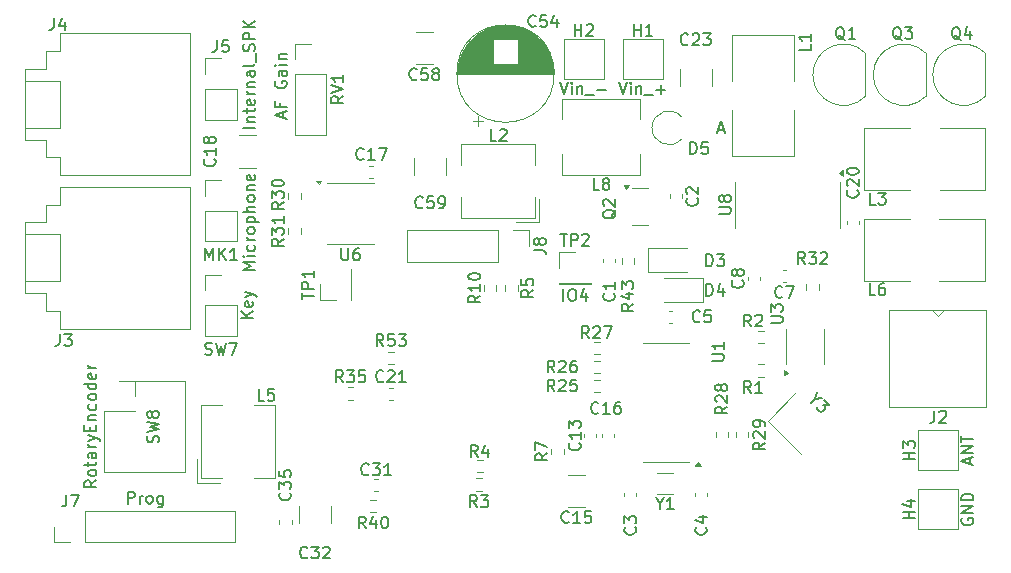
<source format=gbr>
%TF.GenerationSoftware,KiCad,Pcbnew,8.0.2*%
%TF.CreationDate,2025-04-20T12:58:55+12:00*%
%TF.ProjectId,summit_scourer,73756d6d-6974-45f7-9363-6f757265722e,rev?*%
%TF.SameCoordinates,Original*%
%TF.FileFunction,Legend,Top*%
%TF.FilePolarity,Positive*%
%FSLAX46Y46*%
G04 Gerber Fmt 4.6, Leading zero omitted, Abs format (unit mm)*
G04 Created by KiCad (PCBNEW 8.0.2) date 2025-04-20 12:58:55*
%MOMM*%
%LPD*%
G01*
G04 APERTURE LIST*
%ADD10C,0.150000*%
%ADD11C,0.120000*%
G04 APERTURE END LIST*
D10*
X126384104Y-83360839D02*
X126384104Y-82884649D01*
X126669819Y-83456077D02*
X125669819Y-83122744D01*
X125669819Y-83122744D02*
X126669819Y-82789411D01*
X126146009Y-82122744D02*
X126146009Y-82456077D01*
X126669819Y-82456077D02*
X125669819Y-82456077D01*
X125669819Y-82456077D02*
X125669819Y-81979887D01*
X125717438Y-80313220D02*
X125669819Y-80408458D01*
X125669819Y-80408458D02*
X125669819Y-80551315D01*
X125669819Y-80551315D02*
X125717438Y-80694172D01*
X125717438Y-80694172D02*
X125812676Y-80789410D01*
X125812676Y-80789410D02*
X125907914Y-80837029D01*
X125907914Y-80837029D02*
X126098390Y-80884648D01*
X126098390Y-80884648D02*
X126241247Y-80884648D01*
X126241247Y-80884648D02*
X126431723Y-80837029D01*
X126431723Y-80837029D02*
X126526961Y-80789410D01*
X126526961Y-80789410D02*
X126622200Y-80694172D01*
X126622200Y-80694172D02*
X126669819Y-80551315D01*
X126669819Y-80551315D02*
X126669819Y-80456077D01*
X126669819Y-80456077D02*
X126622200Y-80313220D01*
X126622200Y-80313220D02*
X126574580Y-80265601D01*
X126574580Y-80265601D02*
X126241247Y-80265601D01*
X126241247Y-80265601D02*
X126241247Y-80456077D01*
X126669819Y-79408458D02*
X126146009Y-79408458D01*
X126146009Y-79408458D02*
X126050771Y-79456077D01*
X126050771Y-79456077D02*
X126003152Y-79551315D01*
X126003152Y-79551315D02*
X126003152Y-79741791D01*
X126003152Y-79741791D02*
X126050771Y-79837029D01*
X126622200Y-79408458D02*
X126669819Y-79503696D01*
X126669819Y-79503696D02*
X126669819Y-79741791D01*
X126669819Y-79741791D02*
X126622200Y-79837029D01*
X126622200Y-79837029D02*
X126526961Y-79884648D01*
X126526961Y-79884648D02*
X126431723Y-79884648D01*
X126431723Y-79884648D02*
X126336485Y-79837029D01*
X126336485Y-79837029D02*
X126288866Y-79741791D01*
X126288866Y-79741791D02*
X126288866Y-79503696D01*
X126288866Y-79503696D02*
X126241247Y-79408458D01*
X126669819Y-78932267D02*
X126003152Y-78932267D01*
X125669819Y-78932267D02*
X125717438Y-78979886D01*
X125717438Y-78979886D02*
X125765057Y-78932267D01*
X125765057Y-78932267D02*
X125717438Y-78884648D01*
X125717438Y-78884648D02*
X125669819Y-78932267D01*
X125669819Y-78932267D02*
X125765057Y-78932267D01*
X126003152Y-78456077D02*
X126669819Y-78456077D01*
X126098390Y-78456077D02*
X126050771Y-78408458D01*
X126050771Y-78408458D02*
X126003152Y-78313220D01*
X126003152Y-78313220D02*
X126003152Y-78170363D01*
X126003152Y-78170363D02*
X126050771Y-78075125D01*
X126050771Y-78075125D02*
X126146009Y-78027506D01*
X126146009Y-78027506D02*
X126669819Y-78027506D01*
X119790476Y-95454819D02*
X119790476Y-94454819D01*
X119790476Y-94454819D02*
X120123809Y-95169104D01*
X120123809Y-95169104D02*
X120457142Y-94454819D01*
X120457142Y-94454819D02*
X120457142Y-95454819D01*
X120933333Y-95454819D02*
X120933333Y-94454819D01*
X121504761Y-95454819D02*
X121076190Y-94883390D01*
X121504761Y-94454819D02*
X120933333Y-95026247D01*
X122457142Y-95454819D02*
X121885714Y-95454819D01*
X122171428Y-95454819D02*
X122171428Y-94454819D01*
X122171428Y-94454819D02*
X122076190Y-94597676D01*
X122076190Y-94597676D02*
X121980952Y-94692914D01*
X121980952Y-94692914D02*
X121885714Y-94740533D01*
X123979819Y-96249999D02*
X122979819Y-96249999D01*
X122979819Y-96249999D02*
X123694104Y-95916666D01*
X123694104Y-95916666D02*
X122979819Y-95583333D01*
X122979819Y-95583333D02*
X123979819Y-95583333D01*
X123979819Y-95107142D02*
X123313152Y-95107142D01*
X122979819Y-95107142D02*
X123027438Y-95154761D01*
X123027438Y-95154761D02*
X123075057Y-95107142D01*
X123075057Y-95107142D02*
X123027438Y-95059523D01*
X123027438Y-95059523D02*
X122979819Y-95107142D01*
X122979819Y-95107142D02*
X123075057Y-95107142D01*
X123932200Y-94202381D02*
X123979819Y-94297619D01*
X123979819Y-94297619D02*
X123979819Y-94488095D01*
X123979819Y-94488095D02*
X123932200Y-94583333D01*
X123932200Y-94583333D02*
X123884580Y-94630952D01*
X123884580Y-94630952D02*
X123789342Y-94678571D01*
X123789342Y-94678571D02*
X123503628Y-94678571D01*
X123503628Y-94678571D02*
X123408390Y-94630952D01*
X123408390Y-94630952D02*
X123360771Y-94583333D01*
X123360771Y-94583333D02*
X123313152Y-94488095D01*
X123313152Y-94488095D02*
X123313152Y-94297619D01*
X123313152Y-94297619D02*
X123360771Y-94202381D01*
X123979819Y-93773809D02*
X123313152Y-93773809D01*
X123503628Y-93773809D02*
X123408390Y-93726190D01*
X123408390Y-93726190D02*
X123360771Y-93678571D01*
X123360771Y-93678571D02*
X123313152Y-93583333D01*
X123313152Y-93583333D02*
X123313152Y-93488095D01*
X123979819Y-93011904D02*
X123932200Y-93107142D01*
X123932200Y-93107142D02*
X123884580Y-93154761D01*
X123884580Y-93154761D02*
X123789342Y-93202380D01*
X123789342Y-93202380D02*
X123503628Y-93202380D01*
X123503628Y-93202380D02*
X123408390Y-93154761D01*
X123408390Y-93154761D02*
X123360771Y-93107142D01*
X123360771Y-93107142D02*
X123313152Y-93011904D01*
X123313152Y-93011904D02*
X123313152Y-92869047D01*
X123313152Y-92869047D02*
X123360771Y-92773809D01*
X123360771Y-92773809D02*
X123408390Y-92726190D01*
X123408390Y-92726190D02*
X123503628Y-92678571D01*
X123503628Y-92678571D02*
X123789342Y-92678571D01*
X123789342Y-92678571D02*
X123884580Y-92726190D01*
X123884580Y-92726190D02*
X123932200Y-92773809D01*
X123932200Y-92773809D02*
X123979819Y-92869047D01*
X123979819Y-92869047D02*
X123979819Y-93011904D01*
X123313152Y-92249999D02*
X124313152Y-92249999D01*
X123360771Y-92249999D02*
X123313152Y-92154761D01*
X123313152Y-92154761D02*
X123313152Y-91964285D01*
X123313152Y-91964285D02*
X123360771Y-91869047D01*
X123360771Y-91869047D02*
X123408390Y-91821428D01*
X123408390Y-91821428D02*
X123503628Y-91773809D01*
X123503628Y-91773809D02*
X123789342Y-91773809D01*
X123789342Y-91773809D02*
X123884580Y-91821428D01*
X123884580Y-91821428D02*
X123932200Y-91869047D01*
X123932200Y-91869047D02*
X123979819Y-91964285D01*
X123979819Y-91964285D02*
X123979819Y-92154761D01*
X123979819Y-92154761D02*
X123932200Y-92249999D01*
X123979819Y-91345237D02*
X122979819Y-91345237D01*
X123979819Y-90916666D02*
X123456009Y-90916666D01*
X123456009Y-90916666D02*
X123360771Y-90964285D01*
X123360771Y-90964285D02*
X123313152Y-91059523D01*
X123313152Y-91059523D02*
X123313152Y-91202380D01*
X123313152Y-91202380D02*
X123360771Y-91297618D01*
X123360771Y-91297618D02*
X123408390Y-91345237D01*
X123979819Y-90297618D02*
X123932200Y-90392856D01*
X123932200Y-90392856D02*
X123884580Y-90440475D01*
X123884580Y-90440475D02*
X123789342Y-90488094D01*
X123789342Y-90488094D02*
X123503628Y-90488094D01*
X123503628Y-90488094D02*
X123408390Y-90440475D01*
X123408390Y-90440475D02*
X123360771Y-90392856D01*
X123360771Y-90392856D02*
X123313152Y-90297618D01*
X123313152Y-90297618D02*
X123313152Y-90154761D01*
X123313152Y-90154761D02*
X123360771Y-90059523D01*
X123360771Y-90059523D02*
X123408390Y-90011904D01*
X123408390Y-90011904D02*
X123503628Y-89964285D01*
X123503628Y-89964285D02*
X123789342Y-89964285D01*
X123789342Y-89964285D02*
X123884580Y-90011904D01*
X123884580Y-90011904D02*
X123932200Y-90059523D01*
X123932200Y-90059523D02*
X123979819Y-90154761D01*
X123979819Y-90154761D02*
X123979819Y-90297618D01*
X123313152Y-89535713D02*
X123979819Y-89535713D01*
X123408390Y-89535713D02*
X123360771Y-89488094D01*
X123360771Y-89488094D02*
X123313152Y-89392856D01*
X123313152Y-89392856D02*
X123313152Y-89249999D01*
X123313152Y-89249999D02*
X123360771Y-89154761D01*
X123360771Y-89154761D02*
X123456009Y-89107142D01*
X123456009Y-89107142D02*
X123979819Y-89107142D01*
X123932200Y-88249999D02*
X123979819Y-88345237D01*
X123979819Y-88345237D02*
X123979819Y-88535713D01*
X123979819Y-88535713D02*
X123932200Y-88630951D01*
X123932200Y-88630951D02*
X123836961Y-88678570D01*
X123836961Y-88678570D02*
X123456009Y-88678570D01*
X123456009Y-88678570D02*
X123360771Y-88630951D01*
X123360771Y-88630951D02*
X123313152Y-88535713D01*
X123313152Y-88535713D02*
X123313152Y-88345237D01*
X123313152Y-88345237D02*
X123360771Y-88249999D01*
X123360771Y-88249999D02*
X123456009Y-88202380D01*
X123456009Y-88202380D02*
X123551247Y-88202380D01*
X123551247Y-88202380D02*
X123646485Y-88678570D01*
X149344640Y-106554819D02*
X149011307Y-106078628D01*
X148773212Y-106554819D02*
X148773212Y-105554819D01*
X148773212Y-105554819D02*
X149154164Y-105554819D01*
X149154164Y-105554819D02*
X149249402Y-105602438D01*
X149249402Y-105602438D02*
X149297021Y-105650057D01*
X149297021Y-105650057D02*
X149344640Y-105745295D01*
X149344640Y-105745295D02*
X149344640Y-105888152D01*
X149344640Y-105888152D02*
X149297021Y-105983390D01*
X149297021Y-105983390D02*
X149249402Y-106031009D01*
X149249402Y-106031009D02*
X149154164Y-106078628D01*
X149154164Y-106078628D02*
X148773212Y-106078628D01*
X149725593Y-105650057D02*
X149773212Y-105602438D01*
X149773212Y-105602438D02*
X149868450Y-105554819D01*
X149868450Y-105554819D02*
X150106545Y-105554819D01*
X150106545Y-105554819D02*
X150201783Y-105602438D01*
X150201783Y-105602438D02*
X150249402Y-105650057D01*
X150249402Y-105650057D02*
X150297021Y-105745295D01*
X150297021Y-105745295D02*
X150297021Y-105840533D01*
X150297021Y-105840533D02*
X150249402Y-105983390D01*
X150249402Y-105983390D02*
X149677974Y-106554819D01*
X149677974Y-106554819D02*
X150297021Y-106554819D01*
X151201783Y-105554819D02*
X150725593Y-105554819D01*
X150725593Y-105554819D02*
X150677974Y-106031009D01*
X150677974Y-106031009D02*
X150725593Y-105983390D01*
X150725593Y-105983390D02*
X150820831Y-105935771D01*
X150820831Y-105935771D02*
X151058926Y-105935771D01*
X151058926Y-105935771D02*
X151154164Y-105983390D01*
X151154164Y-105983390D02*
X151201783Y-106031009D01*
X151201783Y-106031009D02*
X151249402Y-106126247D01*
X151249402Y-106126247D02*
X151249402Y-106364342D01*
X151249402Y-106364342D02*
X151201783Y-106459580D01*
X151201783Y-106459580D02*
X151154164Y-106507200D01*
X151154164Y-106507200D02*
X151058926Y-106554819D01*
X151058926Y-106554819D02*
X150820831Y-106554819D01*
X150820831Y-106554819D02*
X150725593Y-106507200D01*
X150725593Y-106507200D02*
X150677974Y-106459580D01*
X149344642Y-104954819D02*
X149011309Y-104478628D01*
X148773214Y-104954819D02*
X148773214Y-103954819D01*
X148773214Y-103954819D02*
X149154166Y-103954819D01*
X149154166Y-103954819D02*
X149249404Y-104002438D01*
X149249404Y-104002438D02*
X149297023Y-104050057D01*
X149297023Y-104050057D02*
X149344642Y-104145295D01*
X149344642Y-104145295D02*
X149344642Y-104288152D01*
X149344642Y-104288152D02*
X149297023Y-104383390D01*
X149297023Y-104383390D02*
X149249404Y-104431009D01*
X149249404Y-104431009D02*
X149154166Y-104478628D01*
X149154166Y-104478628D02*
X148773214Y-104478628D01*
X149725595Y-104050057D02*
X149773214Y-104002438D01*
X149773214Y-104002438D02*
X149868452Y-103954819D01*
X149868452Y-103954819D02*
X150106547Y-103954819D01*
X150106547Y-103954819D02*
X150201785Y-104002438D01*
X150201785Y-104002438D02*
X150249404Y-104050057D01*
X150249404Y-104050057D02*
X150297023Y-104145295D01*
X150297023Y-104145295D02*
X150297023Y-104240533D01*
X150297023Y-104240533D02*
X150249404Y-104383390D01*
X150249404Y-104383390D02*
X149677976Y-104954819D01*
X149677976Y-104954819D02*
X150297023Y-104954819D01*
X151154166Y-103954819D02*
X150963690Y-103954819D01*
X150963690Y-103954819D02*
X150868452Y-104002438D01*
X150868452Y-104002438D02*
X150820833Y-104050057D01*
X150820833Y-104050057D02*
X150725595Y-104192914D01*
X150725595Y-104192914D02*
X150677976Y-104383390D01*
X150677976Y-104383390D02*
X150677976Y-104764342D01*
X150677976Y-104764342D02*
X150725595Y-104859580D01*
X150725595Y-104859580D02*
X150773214Y-104907200D01*
X150773214Y-104907200D02*
X150868452Y-104954819D01*
X150868452Y-104954819D02*
X151058928Y-104954819D01*
X151058928Y-104954819D02*
X151154166Y-104907200D01*
X151154166Y-104907200D02*
X151201785Y-104859580D01*
X151201785Y-104859580D02*
X151249404Y-104764342D01*
X151249404Y-104764342D02*
X151249404Y-104526247D01*
X151249404Y-104526247D02*
X151201785Y-104431009D01*
X151201785Y-104431009D02*
X151154166Y-104383390D01*
X151154166Y-104383390D02*
X151058928Y-104335771D01*
X151058928Y-104335771D02*
X150868452Y-104335771D01*
X150868452Y-104335771D02*
X150773214Y-104383390D01*
X150773214Y-104383390D02*
X150725595Y-104431009D01*
X150725595Y-104431009D02*
X150677976Y-104526247D01*
X161658333Y-100609580D02*
X161610714Y-100657200D01*
X161610714Y-100657200D02*
X161467857Y-100704819D01*
X161467857Y-100704819D02*
X161372619Y-100704819D01*
X161372619Y-100704819D02*
X161229762Y-100657200D01*
X161229762Y-100657200D02*
X161134524Y-100561961D01*
X161134524Y-100561961D02*
X161086905Y-100466723D01*
X161086905Y-100466723D02*
X161039286Y-100276247D01*
X161039286Y-100276247D02*
X161039286Y-100133390D01*
X161039286Y-100133390D02*
X161086905Y-99942914D01*
X161086905Y-99942914D02*
X161134524Y-99847676D01*
X161134524Y-99847676D02*
X161229762Y-99752438D01*
X161229762Y-99752438D02*
X161372619Y-99704819D01*
X161372619Y-99704819D02*
X161467857Y-99704819D01*
X161467857Y-99704819D02*
X161610714Y-99752438D01*
X161610714Y-99752438D02*
X161658333Y-99800057D01*
X162563095Y-99704819D02*
X162086905Y-99704819D01*
X162086905Y-99704819D02*
X162039286Y-100181009D01*
X162039286Y-100181009D02*
X162086905Y-100133390D01*
X162086905Y-100133390D02*
X162182143Y-100085771D01*
X162182143Y-100085771D02*
X162420238Y-100085771D01*
X162420238Y-100085771D02*
X162515476Y-100133390D01*
X162515476Y-100133390D02*
X162563095Y-100181009D01*
X162563095Y-100181009D02*
X162610714Y-100276247D01*
X162610714Y-100276247D02*
X162610714Y-100514342D01*
X162610714Y-100514342D02*
X162563095Y-100609580D01*
X162563095Y-100609580D02*
X162515476Y-100657200D01*
X162515476Y-100657200D02*
X162420238Y-100704819D01*
X162420238Y-100704819D02*
X162182143Y-100704819D01*
X162182143Y-100704819D02*
X162086905Y-100657200D01*
X162086905Y-100657200D02*
X162039286Y-100609580D01*
X126934580Y-115142857D02*
X126982200Y-115190476D01*
X126982200Y-115190476D02*
X127029819Y-115333333D01*
X127029819Y-115333333D02*
X127029819Y-115428571D01*
X127029819Y-115428571D02*
X126982200Y-115571428D01*
X126982200Y-115571428D02*
X126886961Y-115666666D01*
X126886961Y-115666666D02*
X126791723Y-115714285D01*
X126791723Y-115714285D02*
X126601247Y-115761904D01*
X126601247Y-115761904D02*
X126458390Y-115761904D01*
X126458390Y-115761904D02*
X126267914Y-115714285D01*
X126267914Y-115714285D02*
X126172676Y-115666666D01*
X126172676Y-115666666D02*
X126077438Y-115571428D01*
X126077438Y-115571428D02*
X126029819Y-115428571D01*
X126029819Y-115428571D02*
X126029819Y-115333333D01*
X126029819Y-115333333D02*
X126077438Y-115190476D01*
X126077438Y-115190476D02*
X126125057Y-115142857D01*
X126029819Y-114809523D02*
X126029819Y-114190476D01*
X126029819Y-114190476D02*
X126410771Y-114523809D01*
X126410771Y-114523809D02*
X126410771Y-114380952D01*
X126410771Y-114380952D02*
X126458390Y-114285714D01*
X126458390Y-114285714D02*
X126506009Y-114238095D01*
X126506009Y-114238095D02*
X126601247Y-114190476D01*
X126601247Y-114190476D02*
X126839342Y-114190476D01*
X126839342Y-114190476D02*
X126934580Y-114238095D01*
X126934580Y-114238095D02*
X126982200Y-114285714D01*
X126982200Y-114285714D02*
X127029819Y-114380952D01*
X127029819Y-114380952D02*
X127029819Y-114666666D01*
X127029819Y-114666666D02*
X126982200Y-114761904D01*
X126982200Y-114761904D02*
X126934580Y-114809523D01*
X126029819Y-113285714D02*
X126029819Y-113761904D01*
X126029819Y-113761904D02*
X126506009Y-113809523D01*
X126506009Y-113809523D02*
X126458390Y-113761904D01*
X126458390Y-113761904D02*
X126410771Y-113666666D01*
X126410771Y-113666666D02*
X126410771Y-113428571D01*
X126410771Y-113428571D02*
X126458390Y-113333333D01*
X126458390Y-113333333D02*
X126506009Y-113285714D01*
X126506009Y-113285714D02*
X126601247Y-113238095D01*
X126601247Y-113238095D02*
X126839342Y-113238095D01*
X126839342Y-113238095D02*
X126934580Y-113285714D01*
X126934580Y-113285714D02*
X126982200Y-113333333D01*
X126982200Y-113333333D02*
X127029819Y-113428571D01*
X127029819Y-113428571D02*
X127029819Y-113666666D01*
X127029819Y-113666666D02*
X126982200Y-113761904D01*
X126982200Y-113761904D02*
X126934580Y-113809523D01*
X147554819Y-97966666D02*
X147078628Y-98299999D01*
X147554819Y-98538094D02*
X146554819Y-98538094D01*
X146554819Y-98538094D02*
X146554819Y-98157142D01*
X146554819Y-98157142D02*
X146602438Y-98061904D01*
X146602438Y-98061904D02*
X146650057Y-98014285D01*
X146650057Y-98014285D02*
X146745295Y-97966666D01*
X146745295Y-97966666D02*
X146888152Y-97966666D01*
X146888152Y-97966666D02*
X146983390Y-98014285D01*
X146983390Y-98014285D02*
X147031009Y-98061904D01*
X147031009Y-98061904D02*
X147078628Y-98157142D01*
X147078628Y-98157142D02*
X147078628Y-98538094D01*
X146554819Y-97061904D02*
X146554819Y-97538094D01*
X146554819Y-97538094D02*
X147031009Y-97585713D01*
X147031009Y-97585713D02*
X146983390Y-97538094D01*
X146983390Y-97538094D02*
X146935771Y-97442856D01*
X146935771Y-97442856D02*
X146935771Y-97204761D01*
X146935771Y-97204761D02*
X146983390Y-97109523D01*
X146983390Y-97109523D02*
X147031009Y-97061904D01*
X147031009Y-97061904D02*
X147126247Y-97014285D01*
X147126247Y-97014285D02*
X147364342Y-97014285D01*
X147364342Y-97014285D02*
X147459580Y-97061904D01*
X147459580Y-97061904D02*
X147507200Y-97109523D01*
X147507200Y-97109523D02*
X147554819Y-97204761D01*
X147554819Y-97204761D02*
X147554819Y-97442856D01*
X147554819Y-97442856D02*
X147507200Y-97538094D01*
X147507200Y-97538094D02*
X147459580Y-97585713D01*
X167154819Y-110892857D02*
X166678628Y-111226190D01*
X167154819Y-111464285D02*
X166154819Y-111464285D01*
X166154819Y-111464285D02*
X166154819Y-111083333D01*
X166154819Y-111083333D02*
X166202438Y-110988095D01*
X166202438Y-110988095D02*
X166250057Y-110940476D01*
X166250057Y-110940476D02*
X166345295Y-110892857D01*
X166345295Y-110892857D02*
X166488152Y-110892857D01*
X166488152Y-110892857D02*
X166583390Y-110940476D01*
X166583390Y-110940476D02*
X166631009Y-110988095D01*
X166631009Y-110988095D02*
X166678628Y-111083333D01*
X166678628Y-111083333D02*
X166678628Y-111464285D01*
X166250057Y-110511904D02*
X166202438Y-110464285D01*
X166202438Y-110464285D02*
X166154819Y-110369047D01*
X166154819Y-110369047D02*
X166154819Y-110130952D01*
X166154819Y-110130952D02*
X166202438Y-110035714D01*
X166202438Y-110035714D02*
X166250057Y-109988095D01*
X166250057Y-109988095D02*
X166345295Y-109940476D01*
X166345295Y-109940476D02*
X166440533Y-109940476D01*
X166440533Y-109940476D02*
X166583390Y-109988095D01*
X166583390Y-109988095D02*
X167154819Y-110559523D01*
X167154819Y-110559523D02*
X167154819Y-109940476D01*
X167154819Y-109464285D02*
X167154819Y-109273809D01*
X167154819Y-109273809D02*
X167107200Y-109178571D01*
X167107200Y-109178571D02*
X167059580Y-109130952D01*
X167059580Y-109130952D02*
X166916723Y-109035714D01*
X166916723Y-109035714D02*
X166726247Y-108988095D01*
X166726247Y-108988095D02*
X166345295Y-108988095D01*
X166345295Y-108988095D02*
X166250057Y-109035714D01*
X166250057Y-109035714D02*
X166202438Y-109083333D01*
X166202438Y-109083333D02*
X166154819Y-109178571D01*
X166154819Y-109178571D02*
X166154819Y-109369047D01*
X166154819Y-109369047D02*
X166202438Y-109464285D01*
X166202438Y-109464285D02*
X166250057Y-109511904D01*
X166250057Y-109511904D02*
X166345295Y-109559523D01*
X166345295Y-109559523D02*
X166583390Y-109559523D01*
X166583390Y-109559523D02*
X166678628Y-109511904D01*
X166678628Y-109511904D02*
X166726247Y-109464285D01*
X166726247Y-109464285D02*
X166773866Y-109369047D01*
X166773866Y-109369047D02*
X166773866Y-109178571D01*
X166773866Y-109178571D02*
X166726247Y-109083333D01*
X166726247Y-109083333D02*
X166678628Y-109035714D01*
X166678628Y-109035714D02*
X166583390Y-108988095D01*
X170557142Y-95767319D02*
X170223809Y-95291128D01*
X169985714Y-95767319D02*
X169985714Y-94767319D01*
X169985714Y-94767319D02*
X170366666Y-94767319D01*
X170366666Y-94767319D02*
X170461904Y-94814938D01*
X170461904Y-94814938D02*
X170509523Y-94862557D01*
X170509523Y-94862557D02*
X170557142Y-94957795D01*
X170557142Y-94957795D02*
X170557142Y-95100652D01*
X170557142Y-95100652D02*
X170509523Y-95195890D01*
X170509523Y-95195890D02*
X170461904Y-95243509D01*
X170461904Y-95243509D02*
X170366666Y-95291128D01*
X170366666Y-95291128D02*
X169985714Y-95291128D01*
X170890476Y-94767319D02*
X171509523Y-94767319D01*
X171509523Y-94767319D02*
X171176190Y-95148271D01*
X171176190Y-95148271D02*
X171319047Y-95148271D01*
X171319047Y-95148271D02*
X171414285Y-95195890D01*
X171414285Y-95195890D02*
X171461904Y-95243509D01*
X171461904Y-95243509D02*
X171509523Y-95338747D01*
X171509523Y-95338747D02*
X171509523Y-95576842D01*
X171509523Y-95576842D02*
X171461904Y-95672080D01*
X171461904Y-95672080D02*
X171414285Y-95719700D01*
X171414285Y-95719700D02*
X171319047Y-95767319D01*
X171319047Y-95767319D02*
X171033333Y-95767319D01*
X171033333Y-95767319D02*
X170938095Y-95719700D01*
X170938095Y-95719700D02*
X170890476Y-95672080D01*
X171890476Y-94862557D02*
X171938095Y-94814938D01*
X171938095Y-94814938D02*
X172033333Y-94767319D01*
X172033333Y-94767319D02*
X172271428Y-94767319D01*
X172271428Y-94767319D02*
X172366666Y-94814938D01*
X172366666Y-94814938D02*
X172414285Y-94862557D01*
X172414285Y-94862557D02*
X172461904Y-94957795D01*
X172461904Y-94957795D02*
X172461904Y-95053033D01*
X172461904Y-95053033D02*
X172414285Y-95195890D01*
X172414285Y-95195890D02*
X171842857Y-95767319D01*
X171842857Y-95767319D02*
X172461904Y-95767319D01*
X150557142Y-117609580D02*
X150509523Y-117657200D01*
X150509523Y-117657200D02*
X150366666Y-117704819D01*
X150366666Y-117704819D02*
X150271428Y-117704819D01*
X150271428Y-117704819D02*
X150128571Y-117657200D01*
X150128571Y-117657200D02*
X150033333Y-117561961D01*
X150033333Y-117561961D02*
X149985714Y-117466723D01*
X149985714Y-117466723D02*
X149938095Y-117276247D01*
X149938095Y-117276247D02*
X149938095Y-117133390D01*
X149938095Y-117133390D02*
X149985714Y-116942914D01*
X149985714Y-116942914D02*
X150033333Y-116847676D01*
X150033333Y-116847676D02*
X150128571Y-116752438D01*
X150128571Y-116752438D02*
X150271428Y-116704819D01*
X150271428Y-116704819D02*
X150366666Y-116704819D01*
X150366666Y-116704819D02*
X150509523Y-116752438D01*
X150509523Y-116752438D02*
X150557142Y-116800057D01*
X151509523Y-117704819D02*
X150938095Y-117704819D01*
X151223809Y-117704819D02*
X151223809Y-116704819D01*
X151223809Y-116704819D02*
X151128571Y-116847676D01*
X151128571Y-116847676D02*
X151033333Y-116942914D01*
X151033333Y-116942914D02*
X150938095Y-116990533D01*
X152414285Y-116704819D02*
X151938095Y-116704819D01*
X151938095Y-116704819D02*
X151890476Y-117181009D01*
X151890476Y-117181009D02*
X151938095Y-117133390D01*
X151938095Y-117133390D02*
X152033333Y-117085771D01*
X152033333Y-117085771D02*
X152271428Y-117085771D01*
X152271428Y-117085771D02*
X152366666Y-117133390D01*
X152366666Y-117133390D02*
X152414285Y-117181009D01*
X152414285Y-117181009D02*
X152461904Y-117276247D01*
X152461904Y-117276247D02*
X152461904Y-117514342D01*
X152461904Y-117514342D02*
X152414285Y-117609580D01*
X152414285Y-117609580D02*
X152366666Y-117657200D01*
X152366666Y-117657200D02*
X152271428Y-117704819D01*
X152271428Y-117704819D02*
X152033333Y-117704819D01*
X152033333Y-117704819D02*
X151938095Y-117657200D01*
X151938095Y-117657200D02*
X151890476Y-117609580D01*
X131313095Y-94454819D02*
X131313095Y-95264342D01*
X131313095Y-95264342D02*
X131360714Y-95359580D01*
X131360714Y-95359580D02*
X131408333Y-95407200D01*
X131408333Y-95407200D02*
X131503571Y-95454819D01*
X131503571Y-95454819D02*
X131694047Y-95454819D01*
X131694047Y-95454819D02*
X131789285Y-95407200D01*
X131789285Y-95407200D02*
X131836904Y-95359580D01*
X131836904Y-95359580D02*
X131884523Y-95264342D01*
X131884523Y-95264342D02*
X131884523Y-94454819D01*
X132789285Y-94454819D02*
X132598809Y-94454819D01*
X132598809Y-94454819D02*
X132503571Y-94502438D01*
X132503571Y-94502438D02*
X132455952Y-94550057D01*
X132455952Y-94550057D02*
X132360714Y-94692914D01*
X132360714Y-94692914D02*
X132313095Y-94883390D01*
X132313095Y-94883390D02*
X132313095Y-95264342D01*
X132313095Y-95264342D02*
X132360714Y-95359580D01*
X132360714Y-95359580D02*
X132408333Y-95407200D01*
X132408333Y-95407200D02*
X132503571Y-95454819D01*
X132503571Y-95454819D02*
X132694047Y-95454819D01*
X132694047Y-95454819D02*
X132789285Y-95407200D01*
X132789285Y-95407200D02*
X132836904Y-95359580D01*
X132836904Y-95359580D02*
X132884523Y-95264342D01*
X132884523Y-95264342D02*
X132884523Y-95026247D01*
X132884523Y-95026247D02*
X132836904Y-94931009D01*
X132836904Y-94931009D02*
X132789285Y-94883390D01*
X132789285Y-94883390D02*
X132694047Y-94835771D01*
X132694047Y-94835771D02*
X132503571Y-94835771D01*
X132503571Y-94835771D02*
X132408333Y-94883390D01*
X132408333Y-94883390D02*
X132360714Y-94931009D01*
X132360714Y-94931009D02*
X132313095Y-95026247D01*
X124775833Y-107354819D02*
X124299643Y-107354819D01*
X124299643Y-107354819D02*
X124299643Y-106354819D01*
X125585357Y-106354819D02*
X125109167Y-106354819D01*
X125109167Y-106354819D02*
X125061548Y-106831009D01*
X125061548Y-106831009D02*
X125109167Y-106783390D01*
X125109167Y-106783390D02*
X125204405Y-106735771D01*
X125204405Y-106735771D02*
X125442500Y-106735771D01*
X125442500Y-106735771D02*
X125537738Y-106783390D01*
X125537738Y-106783390D02*
X125585357Y-106831009D01*
X125585357Y-106831009D02*
X125632976Y-106926247D01*
X125632976Y-106926247D02*
X125632976Y-107164342D01*
X125632976Y-107164342D02*
X125585357Y-107259580D01*
X125585357Y-107259580D02*
X125537738Y-107307200D01*
X125537738Y-107307200D02*
X125442500Y-107354819D01*
X125442500Y-107354819D02*
X125204405Y-107354819D01*
X125204405Y-107354819D02*
X125109167Y-107307200D01*
X125109167Y-107307200D02*
X125061548Y-107259580D01*
X153133333Y-89504819D02*
X152657143Y-89504819D01*
X152657143Y-89504819D02*
X152657143Y-88504819D01*
X153609524Y-88933390D02*
X153514286Y-88885771D01*
X153514286Y-88885771D02*
X153466667Y-88838152D01*
X153466667Y-88838152D02*
X153419048Y-88742914D01*
X153419048Y-88742914D02*
X153419048Y-88695295D01*
X153419048Y-88695295D02*
X153466667Y-88600057D01*
X153466667Y-88600057D02*
X153514286Y-88552438D01*
X153514286Y-88552438D02*
X153609524Y-88504819D01*
X153609524Y-88504819D02*
X153800000Y-88504819D01*
X153800000Y-88504819D02*
X153895238Y-88552438D01*
X153895238Y-88552438D02*
X153942857Y-88600057D01*
X153942857Y-88600057D02*
X153990476Y-88695295D01*
X153990476Y-88695295D02*
X153990476Y-88742914D01*
X153990476Y-88742914D02*
X153942857Y-88838152D01*
X153942857Y-88838152D02*
X153895238Y-88885771D01*
X153895238Y-88885771D02*
X153800000Y-88933390D01*
X153800000Y-88933390D02*
X153609524Y-88933390D01*
X153609524Y-88933390D02*
X153514286Y-88981009D01*
X153514286Y-88981009D02*
X153466667Y-89028628D01*
X153466667Y-89028628D02*
X153419048Y-89123866D01*
X153419048Y-89123866D02*
X153419048Y-89314342D01*
X153419048Y-89314342D02*
X153466667Y-89409580D01*
X153466667Y-89409580D02*
X153514286Y-89457200D01*
X153514286Y-89457200D02*
X153609524Y-89504819D01*
X153609524Y-89504819D02*
X153800000Y-89504819D01*
X153800000Y-89504819D02*
X153895238Y-89457200D01*
X153895238Y-89457200D02*
X153942857Y-89409580D01*
X153942857Y-89409580D02*
X153990476Y-89314342D01*
X153990476Y-89314342D02*
X153990476Y-89123866D01*
X153990476Y-89123866D02*
X153942857Y-89028628D01*
X153942857Y-89028628D02*
X153895238Y-88981009D01*
X153895238Y-88981009D02*
X153800000Y-88933390D01*
X143054819Y-98442857D02*
X142578628Y-98776190D01*
X143054819Y-99014285D02*
X142054819Y-99014285D01*
X142054819Y-99014285D02*
X142054819Y-98633333D01*
X142054819Y-98633333D02*
X142102438Y-98538095D01*
X142102438Y-98538095D02*
X142150057Y-98490476D01*
X142150057Y-98490476D02*
X142245295Y-98442857D01*
X142245295Y-98442857D02*
X142388152Y-98442857D01*
X142388152Y-98442857D02*
X142483390Y-98490476D01*
X142483390Y-98490476D02*
X142531009Y-98538095D01*
X142531009Y-98538095D02*
X142578628Y-98633333D01*
X142578628Y-98633333D02*
X142578628Y-99014285D01*
X143054819Y-97490476D02*
X143054819Y-98061904D01*
X143054819Y-97776190D02*
X142054819Y-97776190D01*
X142054819Y-97776190D02*
X142197676Y-97871428D01*
X142197676Y-97871428D02*
X142292914Y-97966666D01*
X142292914Y-97966666D02*
X142340533Y-98061904D01*
X142054819Y-96871428D02*
X142054819Y-96776190D01*
X142054819Y-96776190D02*
X142102438Y-96680952D01*
X142102438Y-96680952D02*
X142150057Y-96633333D01*
X142150057Y-96633333D02*
X142245295Y-96585714D01*
X142245295Y-96585714D02*
X142435771Y-96538095D01*
X142435771Y-96538095D02*
X142673866Y-96538095D01*
X142673866Y-96538095D02*
X142864342Y-96585714D01*
X142864342Y-96585714D02*
X142959580Y-96633333D01*
X142959580Y-96633333D02*
X143007200Y-96680952D01*
X143007200Y-96680952D02*
X143054819Y-96776190D01*
X143054819Y-96776190D02*
X143054819Y-96871428D01*
X143054819Y-96871428D02*
X143007200Y-96966666D01*
X143007200Y-96966666D02*
X142959580Y-97014285D01*
X142959580Y-97014285D02*
X142864342Y-97061904D01*
X142864342Y-97061904D02*
X142673866Y-97109523D01*
X142673866Y-97109523D02*
X142435771Y-97109523D01*
X142435771Y-97109523D02*
X142245295Y-97061904D01*
X142245295Y-97061904D02*
X142150057Y-97014285D01*
X142150057Y-97014285D02*
X142102438Y-96966666D01*
X142102438Y-96966666D02*
X142054819Y-96871428D01*
X138182142Y-90959580D02*
X138134523Y-91007200D01*
X138134523Y-91007200D02*
X137991666Y-91054819D01*
X137991666Y-91054819D02*
X137896428Y-91054819D01*
X137896428Y-91054819D02*
X137753571Y-91007200D01*
X137753571Y-91007200D02*
X137658333Y-90911961D01*
X137658333Y-90911961D02*
X137610714Y-90816723D01*
X137610714Y-90816723D02*
X137563095Y-90626247D01*
X137563095Y-90626247D02*
X137563095Y-90483390D01*
X137563095Y-90483390D02*
X137610714Y-90292914D01*
X137610714Y-90292914D02*
X137658333Y-90197676D01*
X137658333Y-90197676D02*
X137753571Y-90102438D01*
X137753571Y-90102438D02*
X137896428Y-90054819D01*
X137896428Y-90054819D02*
X137991666Y-90054819D01*
X137991666Y-90054819D02*
X138134523Y-90102438D01*
X138134523Y-90102438D02*
X138182142Y-90150057D01*
X139086904Y-90054819D02*
X138610714Y-90054819D01*
X138610714Y-90054819D02*
X138563095Y-90531009D01*
X138563095Y-90531009D02*
X138610714Y-90483390D01*
X138610714Y-90483390D02*
X138705952Y-90435771D01*
X138705952Y-90435771D02*
X138944047Y-90435771D01*
X138944047Y-90435771D02*
X139039285Y-90483390D01*
X139039285Y-90483390D02*
X139086904Y-90531009D01*
X139086904Y-90531009D02*
X139134523Y-90626247D01*
X139134523Y-90626247D02*
X139134523Y-90864342D01*
X139134523Y-90864342D02*
X139086904Y-90959580D01*
X139086904Y-90959580D02*
X139039285Y-91007200D01*
X139039285Y-91007200D02*
X138944047Y-91054819D01*
X138944047Y-91054819D02*
X138705952Y-91054819D01*
X138705952Y-91054819D02*
X138610714Y-91007200D01*
X138610714Y-91007200D02*
X138563095Y-90959580D01*
X139610714Y-91054819D02*
X139801190Y-91054819D01*
X139801190Y-91054819D02*
X139896428Y-91007200D01*
X139896428Y-91007200D02*
X139944047Y-90959580D01*
X139944047Y-90959580D02*
X140039285Y-90816723D01*
X140039285Y-90816723D02*
X140086904Y-90626247D01*
X140086904Y-90626247D02*
X140086904Y-90245295D01*
X140086904Y-90245295D02*
X140039285Y-90150057D01*
X140039285Y-90150057D02*
X139991666Y-90102438D01*
X139991666Y-90102438D02*
X139896428Y-90054819D01*
X139896428Y-90054819D02*
X139705952Y-90054819D01*
X139705952Y-90054819D02*
X139610714Y-90102438D01*
X139610714Y-90102438D02*
X139563095Y-90150057D01*
X139563095Y-90150057D02*
X139515476Y-90245295D01*
X139515476Y-90245295D02*
X139515476Y-90483390D01*
X139515476Y-90483390D02*
X139563095Y-90578628D01*
X139563095Y-90578628D02*
X139610714Y-90626247D01*
X139610714Y-90626247D02*
X139705952Y-90673866D01*
X139705952Y-90673866D02*
X139896428Y-90673866D01*
X139896428Y-90673866D02*
X139991666Y-90626247D01*
X139991666Y-90626247D02*
X140039285Y-90578628D01*
X140039285Y-90578628D02*
X140086904Y-90483390D01*
X134857142Y-105679580D02*
X134809523Y-105727200D01*
X134809523Y-105727200D02*
X134666666Y-105774819D01*
X134666666Y-105774819D02*
X134571428Y-105774819D01*
X134571428Y-105774819D02*
X134428571Y-105727200D01*
X134428571Y-105727200D02*
X134333333Y-105631961D01*
X134333333Y-105631961D02*
X134285714Y-105536723D01*
X134285714Y-105536723D02*
X134238095Y-105346247D01*
X134238095Y-105346247D02*
X134238095Y-105203390D01*
X134238095Y-105203390D02*
X134285714Y-105012914D01*
X134285714Y-105012914D02*
X134333333Y-104917676D01*
X134333333Y-104917676D02*
X134428571Y-104822438D01*
X134428571Y-104822438D02*
X134571428Y-104774819D01*
X134571428Y-104774819D02*
X134666666Y-104774819D01*
X134666666Y-104774819D02*
X134809523Y-104822438D01*
X134809523Y-104822438D02*
X134857142Y-104870057D01*
X135238095Y-104870057D02*
X135285714Y-104822438D01*
X135285714Y-104822438D02*
X135380952Y-104774819D01*
X135380952Y-104774819D02*
X135619047Y-104774819D01*
X135619047Y-104774819D02*
X135714285Y-104822438D01*
X135714285Y-104822438D02*
X135761904Y-104870057D01*
X135761904Y-104870057D02*
X135809523Y-104965295D01*
X135809523Y-104965295D02*
X135809523Y-105060533D01*
X135809523Y-105060533D02*
X135761904Y-105203390D01*
X135761904Y-105203390D02*
X135190476Y-105774819D01*
X135190476Y-105774819D02*
X135809523Y-105774819D01*
X136761904Y-105774819D02*
X136190476Y-105774819D01*
X136476190Y-105774819D02*
X136476190Y-104774819D01*
X136476190Y-104774819D02*
X136380952Y-104917676D01*
X136380952Y-104917676D02*
X136285714Y-105012914D01*
X136285714Y-105012914D02*
X136190476Y-105060533D01*
X162199406Y-98454819D02*
X162199406Y-97454819D01*
X162199406Y-97454819D02*
X162437501Y-97454819D01*
X162437501Y-97454819D02*
X162580358Y-97502438D01*
X162580358Y-97502438D02*
X162675596Y-97597676D01*
X162675596Y-97597676D02*
X162723215Y-97692914D01*
X162723215Y-97692914D02*
X162770834Y-97883390D01*
X162770834Y-97883390D02*
X162770834Y-98026247D01*
X162770834Y-98026247D02*
X162723215Y-98216723D01*
X162723215Y-98216723D02*
X162675596Y-98311961D01*
X162675596Y-98311961D02*
X162580358Y-98407200D01*
X162580358Y-98407200D02*
X162437501Y-98454819D01*
X162437501Y-98454819D02*
X162199406Y-98454819D01*
X163627977Y-97788152D02*
X163627977Y-98454819D01*
X163389882Y-97407200D02*
X163151787Y-98121485D01*
X163151787Y-98121485D02*
X163770834Y-98121485D01*
X167654819Y-100761904D02*
X168464342Y-100761904D01*
X168464342Y-100761904D02*
X168559580Y-100714285D01*
X168559580Y-100714285D02*
X168607200Y-100666666D01*
X168607200Y-100666666D02*
X168654819Y-100571428D01*
X168654819Y-100571428D02*
X168654819Y-100380952D01*
X168654819Y-100380952D02*
X168607200Y-100285714D01*
X168607200Y-100285714D02*
X168559580Y-100238095D01*
X168559580Y-100238095D02*
X168464342Y-100190476D01*
X168464342Y-100190476D02*
X167654819Y-100190476D01*
X167654819Y-99809523D02*
X167654819Y-99190476D01*
X167654819Y-99190476D02*
X168035771Y-99523809D01*
X168035771Y-99523809D02*
X168035771Y-99380952D01*
X168035771Y-99380952D02*
X168083390Y-99285714D01*
X168083390Y-99285714D02*
X168131009Y-99238095D01*
X168131009Y-99238095D02*
X168226247Y-99190476D01*
X168226247Y-99190476D02*
X168464342Y-99190476D01*
X168464342Y-99190476D02*
X168559580Y-99238095D01*
X168559580Y-99238095D02*
X168607200Y-99285714D01*
X168607200Y-99285714D02*
X168654819Y-99380952D01*
X168654819Y-99380952D02*
X168654819Y-99666666D01*
X168654819Y-99666666D02*
X168607200Y-99761904D01*
X168607200Y-99761904D02*
X168559580Y-99809523D01*
X147604819Y-94583333D02*
X148319104Y-94583333D01*
X148319104Y-94583333D02*
X148461961Y-94630952D01*
X148461961Y-94630952D02*
X148557200Y-94726190D01*
X148557200Y-94726190D02*
X148604819Y-94869047D01*
X148604819Y-94869047D02*
X148604819Y-94964285D01*
X148033390Y-93964285D02*
X147985771Y-94059523D01*
X147985771Y-94059523D02*
X147938152Y-94107142D01*
X147938152Y-94107142D02*
X147842914Y-94154761D01*
X147842914Y-94154761D02*
X147795295Y-94154761D01*
X147795295Y-94154761D02*
X147700057Y-94107142D01*
X147700057Y-94107142D02*
X147652438Y-94059523D01*
X147652438Y-94059523D02*
X147604819Y-93964285D01*
X147604819Y-93964285D02*
X147604819Y-93773809D01*
X147604819Y-93773809D02*
X147652438Y-93678571D01*
X147652438Y-93678571D02*
X147700057Y-93630952D01*
X147700057Y-93630952D02*
X147795295Y-93583333D01*
X147795295Y-93583333D02*
X147842914Y-93583333D01*
X147842914Y-93583333D02*
X147938152Y-93630952D01*
X147938152Y-93630952D02*
X147985771Y-93678571D01*
X147985771Y-93678571D02*
X148033390Y-93773809D01*
X148033390Y-93773809D02*
X148033390Y-93964285D01*
X148033390Y-93964285D02*
X148081009Y-94059523D01*
X148081009Y-94059523D02*
X148128628Y-94107142D01*
X148128628Y-94107142D02*
X148223866Y-94154761D01*
X148223866Y-94154761D02*
X148414342Y-94154761D01*
X148414342Y-94154761D02*
X148509580Y-94107142D01*
X148509580Y-94107142D02*
X148557200Y-94059523D01*
X148557200Y-94059523D02*
X148604819Y-93964285D01*
X148604819Y-93964285D02*
X148604819Y-93773809D01*
X148604819Y-93773809D02*
X148557200Y-93678571D01*
X148557200Y-93678571D02*
X148509580Y-93630952D01*
X148509580Y-93630952D02*
X148414342Y-93583333D01*
X148414342Y-93583333D02*
X148223866Y-93583333D01*
X148223866Y-93583333D02*
X148128628Y-93630952D01*
X148128628Y-93630952D02*
X148081009Y-93678571D01*
X148081009Y-93678571D02*
X148033390Y-93773809D01*
X142783333Y-116354819D02*
X142450000Y-115878628D01*
X142211905Y-116354819D02*
X142211905Y-115354819D01*
X142211905Y-115354819D02*
X142592857Y-115354819D01*
X142592857Y-115354819D02*
X142688095Y-115402438D01*
X142688095Y-115402438D02*
X142735714Y-115450057D01*
X142735714Y-115450057D02*
X142783333Y-115545295D01*
X142783333Y-115545295D02*
X142783333Y-115688152D01*
X142783333Y-115688152D02*
X142735714Y-115783390D01*
X142735714Y-115783390D02*
X142688095Y-115831009D01*
X142688095Y-115831009D02*
X142592857Y-115878628D01*
X142592857Y-115878628D02*
X142211905Y-115878628D01*
X143116667Y-115354819D02*
X143735714Y-115354819D01*
X143735714Y-115354819D02*
X143402381Y-115735771D01*
X143402381Y-115735771D02*
X143545238Y-115735771D01*
X143545238Y-115735771D02*
X143640476Y-115783390D01*
X143640476Y-115783390D02*
X143688095Y-115831009D01*
X143688095Y-115831009D02*
X143735714Y-115926247D01*
X143735714Y-115926247D02*
X143735714Y-116164342D01*
X143735714Y-116164342D02*
X143688095Y-116259580D01*
X143688095Y-116259580D02*
X143640476Y-116307200D01*
X143640476Y-116307200D02*
X143545238Y-116354819D01*
X143545238Y-116354819D02*
X143259524Y-116354819D01*
X143259524Y-116354819D02*
X143164286Y-116307200D01*
X143164286Y-116307200D02*
X143116667Y-116259580D01*
X133357142Y-118154819D02*
X133023809Y-117678628D01*
X132785714Y-118154819D02*
X132785714Y-117154819D01*
X132785714Y-117154819D02*
X133166666Y-117154819D01*
X133166666Y-117154819D02*
X133261904Y-117202438D01*
X133261904Y-117202438D02*
X133309523Y-117250057D01*
X133309523Y-117250057D02*
X133357142Y-117345295D01*
X133357142Y-117345295D02*
X133357142Y-117488152D01*
X133357142Y-117488152D02*
X133309523Y-117583390D01*
X133309523Y-117583390D02*
X133261904Y-117631009D01*
X133261904Y-117631009D02*
X133166666Y-117678628D01*
X133166666Y-117678628D02*
X132785714Y-117678628D01*
X134214285Y-117488152D02*
X134214285Y-118154819D01*
X133976190Y-117107200D02*
X133738095Y-117821485D01*
X133738095Y-117821485D02*
X134357142Y-117821485D01*
X134928571Y-117154819D02*
X135023809Y-117154819D01*
X135023809Y-117154819D02*
X135119047Y-117202438D01*
X135119047Y-117202438D02*
X135166666Y-117250057D01*
X135166666Y-117250057D02*
X135214285Y-117345295D01*
X135214285Y-117345295D02*
X135261904Y-117535771D01*
X135261904Y-117535771D02*
X135261904Y-117773866D01*
X135261904Y-117773866D02*
X135214285Y-117964342D01*
X135214285Y-117964342D02*
X135166666Y-118059580D01*
X135166666Y-118059580D02*
X135119047Y-118107200D01*
X135119047Y-118107200D02*
X135023809Y-118154819D01*
X135023809Y-118154819D02*
X134928571Y-118154819D01*
X134928571Y-118154819D02*
X134833333Y-118107200D01*
X134833333Y-118107200D02*
X134785714Y-118059580D01*
X134785714Y-118059580D02*
X134738095Y-117964342D01*
X134738095Y-117964342D02*
X134690476Y-117773866D01*
X134690476Y-117773866D02*
X134690476Y-117535771D01*
X134690476Y-117535771D02*
X134738095Y-117345295D01*
X134738095Y-117345295D02*
X134785714Y-117250057D01*
X134785714Y-117250057D02*
X134833333Y-117202438D01*
X134833333Y-117202438D02*
X134928571Y-117154819D01*
X128432142Y-120609580D02*
X128384523Y-120657200D01*
X128384523Y-120657200D02*
X128241666Y-120704819D01*
X128241666Y-120704819D02*
X128146428Y-120704819D01*
X128146428Y-120704819D02*
X128003571Y-120657200D01*
X128003571Y-120657200D02*
X127908333Y-120561961D01*
X127908333Y-120561961D02*
X127860714Y-120466723D01*
X127860714Y-120466723D02*
X127813095Y-120276247D01*
X127813095Y-120276247D02*
X127813095Y-120133390D01*
X127813095Y-120133390D02*
X127860714Y-119942914D01*
X127860714Y-119942914D02*
X127908333Y-119847676D01*
X127908333Y-119847676D02*
X128003571Y-119752438D01*
X128003571Y-119752438D02*
X128146428Y-119704819D01*
X128146428Y-119704819D02*
X128241666Y-119704819D01*
X128241666Y-119704819D02*
X128384523Y-119752438D01*
X128384523Y-119752438D02*
X128432142Y-119800057D01*
X128765476Y-119704819D02*
X129384523Y-119704819D01*
X129384523Y-119704819D02*
X129051190Y-120085771D01*
X129051190Y-120085771D02*
X129194047Y-120085771D01*
X129194047Y-120085771D02*
X129289285Y-120133390D01*
X129289285Y-120133390D02*
X129336904Y-120181009D01*
X129336904Y-120181009D02*
X129384523Y-120276247D01*
X129384523Y-120276247D02*
X129384523Y-120514342D01*
X129384523Y-120514342D02*
X129336904Y-120609580D01*
X129336904Y-120609580D02*
X129289285Y-120657200D01*
X129289285Y-120657200D02*
X129194047Y-120704819D01*
X129194047Y-120704819D02*
X128908333Y-120704819D01*
X128908333Y-120704819D02*
X128813095Y-120657200D01*
X128813095Y-120657200D02*
X128765476Y-120609580D01*
X129765476Y-119800057D02*
X129813095Y-119752438D01*
X129813095Y-119752438D02*
X129908333Y-119704819D01*
X129908333Y-119704819D02*
X130146428Y-119704819D01*
X130146428Y-119704819D02*
X130241666Y-119752438D01*
X130241666Y-119752438D02*
X130289285Y-119800057D01*
X130289285Y-119800057D02*
X130336904Y-119895295D01*
X130336904Y-119895295D02*
X130336904Y-119990533D01*
X130336904Y-119990533D02*
X130289285Y-120133390D01*
X130289285Y-120133390D02*
X129717857Y-120704819D01*
X129717857Y-120704819D02*
X130336904Y-120704819D01*
X131432142Y-105774819D02*
X131098809Y-105298628D01*
X130860714Y-105774819D02*
X130860714Y-104774819D01*
X130860714Y-104774819D02*
X131241666Y-104774819D01*
X131241666Y-104774819D02*
X131336904Y-104822438D01*
X131336904Y-104822438D02*
X131384523Y-104870057D01*
X131384523Y-104870057D02*
X131432142Y-104965295D01*
X131432142Y-104965295D02*
X131432142Y-105108152D01*
X131432142Y-105108152D02*
X131384523Y-105203390D01*
X131384523Y-105203390D02*
X131336904Y-105251009D01*
X131336904Y-105251009D02*
X131241666Y-105298628D01*
X131241666Y-105298628D02*
X130860714Y-105298628D01*
X131765476Y-104774819D02*
X132384523Y-104774819D01*
X132384523Y-104774819D02*
X132051190Y-105155771D01*
X132051190Y-105155771D02*
X132194047Y-105155771D01*
X132194047Y-105155771D02*
X132289285Y-105203390D01*
X132289285Y-105203390D02*
X132336904Y-105251009D01*
X132336904Y-105251009D02*
X132384523Y-105346247D01*
X132384523Y-105346247D02*
X132384523Y-105584342D01*
X132384523Y-105584342D02*
X132336904Y-105679580D01*
X132336904Y-105679580D02*
X132289285Y-105727200D01*
X132289285Y-105727200D02*
X132194047Y-105774819D01*
X132194047Y-105774819D02*
X131908333Y-105774819D01*
X131908333Y-105774819D02*
X131813095Y-105727200D01*
X131813095Y-105727200D02*
X131765476Y-105679580D01*
X133289285Y-104774819D02*
X132813095Y-104774819D01*
X132813095Y-104774819D02*
X132765476Y-105251009D01*
X132765476Y-105251009D02*
X132813095Y-105203390D01*
X132813095Y-105203390D02*
X132908333Y-105155771D01*
X132908333Y-105155771D02*
X133146428Y-105155771D01*
X133146428Y-105155771D02*
X133241666Y-105203390D01*
X133241666Y-105203390D02*
X133289285Y-105251009D01*
X133289285Y-105251009D02*
X133336904Y-105346247D01*
X133336904Y-105346247D02*
X133336904Y-105584342D01*
X133336904Y-105584342D02*
X133289285Y-105679580D01*
X133289285Y-105679580D02*
X133241666Y-105727200D01*
X133241666Y-105727200D02*
X133146428Y-105774819D01*
X133146428Y-105774819D02*
X132908333Y-105774819D01*
X132908333Y-105774819D02*
X132813095Y-105727200D01*
X132813095Y-105727200D02*
X132765476Y-105679580D01*
X162199406Y-95954819D02*
X162199406Y-94954819D01*
X162199406Y-94954819D02*
X162437501Y-94954819D01*
X162437501Y-94954819D02*
X162580358Y-95002438D01*
X162580358Y-95002438D02*
X162675596Y-95097676D01*
X162675596Y-95097676D02*
X162723215Y-95192914D01*
X162723215Y-95192914D02*
X162770834Y-95383390D01*
X162770834Y-95383390D02*
X162770834Y-95526247D01*
X162770834Y-95526247D02*
X162723215Y-95716723D01*
X162723215Y-95716723D02*
X162675596Y-95811961D01*
X162675596Y-95811961D02*
X162580358Y-95907200D01*
X162580358Y-95907200D02*
X162437501Y-95954819D01*
X162437501Y-95954819D02*
X162199406Y-95954819D01*
X163104168Y-94954819D02*
X163723215Y-94954819D01*
X163723215Y-94954819D02*
X163389882Y-95335771D01*
X163389882Y-95335771D02*
X163532739Y-95335771D01*
X163532739Y-95335771D02*
X163627977Y-95383390D01*
X163627977Y-95383390D02*
X163675596Y-95431009D01*
X163675596Y-95431009D02*
X163723215Y-95526247D01*
X163723215Y-95526247D02*
X163723215Y-95764342D01*
X163723215Y-95764342D02*
X163675596Y-95859580D01*
X163675596Y-95859580D02*
X163627977Y-95907200D01*
X163627977Y-95907200D02*
X163532739Y-95954819D01*
X163532739Y-95954819D02*
X163247025Y-95954819D01*
X163247025Y-95954819D02*
X163151787Y-95907200D01*
X163151787Y-95907200D02*
X163104168Y-95859580D01*
X151063095Y-76456819D02*
X151063095Y-75456819D01*
X151063095Y-75933009D02*
X151634523Y-75933009D01*
X151634523Y-76456819D02*
X151634523Y-75456819D01*
X152063095Y-75552057D02*
X152110714Y-75504438D01*
X152110714Y-75504438D02*
X152205952Y-75456819D01*
X152205952Y-75456819D02*
X152444047Y-75456819D01*
X152444047Y-75456819D02*
X152539285Y-75504438D01*
X152539285Y-75504438D02*
X152586904Y-75552057D01*
X152586904Y-75552057D02*
X152634523Y-75647295D01*
X152634523Y-75647295D02*
X152634523Y-75742533D01*
X152634523Y-75742533D02*
X152586904Y-75885390D01*
X152586904Y-75885390D02*
X152015476Y-76456819D01*
X152015476Y-76456819D02*
X152634523Y-76456819D01*
X149801191Y-80404819D02*
X150134524Y-81404819D01*
X150134524Y-81404819D02*
X150467857Y-80404819D01*
X150801191Y-81404819D02*
X150801191Y-80738152D01*
X150801191Y-80404819D02*
X150753572Y-80452438D01*
X150753572Y-80452438D02*
X150801191Y-80500057D01*
X150801191Y-80500057D02*
X150848810Y-80452438D01*
X150848810Y-80452438D02*
X150801191Y-80404819D01*
X150801191Y-80404819D02*
X150801191Y-80500057D01*
X151277381Y-80738152D02*
X151277381Y-81404819D01*
X151277381Y-80833390D02*
X151325000Y-80785771D01*
X151325000Y-80785771D02*
X151420238Y-80738152D01*
X151420238Y-80738152D02*
X151563095Y-80738152D01*
X151563095Y-80738152D02*
X151658333Y-80785771D01*
X151658333Y-80785771D02*
X151705952Y-80881009D01*
X151705952Y-80881009D02*
X151705952Y-81404819D01*
X151944048Y-81500057D02*
X152705952Y-81500057D01*
X152944048Y-81023866D02*
X153705953Y-81023866D01*
X176508333Y-98409819D02*
X176032143Y-98409819D01*
X176032143Y-98409819D02*
X176032143Y-97409819D01*
X177270238Y-97409819D02*
X177079762Y-97409819D01*
X177079762Y-97409819D02*
X176984524Y-97457438D01*
X176984524Y-97457438D02*
X176936905Y-97505057D01*
X176936905Y-97505057D02*
X176841667Y-97647914D01*
X176841667Y-97647914D02*
X176794048Y-97838390D01*
X176794048Y-97838390D02*
X176794048Y-98219342D01*
X176794048Y-98219342D02*
X176841667Y-98314580D01*
X176841667Y-98314580D02*
X176889286Y-98362200D01*
X176889286Y-98362200D02*
X176984524Y-98409819D01*
X176984524Y-98409819D02*
X177175000Y-98409819D01*
X177175000Y-98409819D02*
X177270238Y-98362200D01*
X177270238Y-98362200D02*
X177317857Y-98314580D01*
X177317857Y-98314580D02*
X177365476Y-98219342D01*
X177365476Y-98219342D02*
X177365476Y-97981247D01*
X177365476Y-97981247D02*
X177317857Y-97886009D01*
X177317857Y-97886009D02*
X177270238Y-97838390D01*
X177270238Y-97838390D02*
X177175000Y-97790771D01*
X177175000Y-97790771D02*
X176984524Y-97790771D01*
X176984524Y-97790771D02*
X176889286Y-97838390D01*
X176889286Y-97838390D02*
X176841667Y-97886009D01*
X176841667Y-97886009D02*
X176794048Y-97981247D01*
X131454819Y-81570238D02*
X130978628Y-81903571D01*
X131454819Y-82141666D02*
X130454819Y-82141666D01*
X130454819Y-82141666D02*
X130454819Y-81760714D01*
X130454819Y-81760714D02*
X130502438Y-81665476D01*
X130502438Y-81665476D02*
X130550057Y-81617857D01*
X130550057Y-81617857D02*
X130645295Y-81570238D01*
X130645295Y-81570238D02*
X130788152Y-81570238D01*
X130788152Y-81570238D02*
X130883390Y-81617857D01*
X130883390Y-81617857D02*
X130931009Y-81665476D01*
X130931009Y-81665476D02*
X130978628Y-81760714D01*
X130978628Y-81760714D02*
X130978628Y-82141666D01*
X130454819Y-81284523D02*
X131454819Y-80951190D01*
X131454819Y-80951190D02*
X130454819Y-80617857D01*
X131454819Y-79760714D02*
X131454819Y-80332142D01*
X131454819Y-80046428D02*
X130454819Y-80046428D01*
X130454819Y-80046428D02*
X130597676Y-80141666D01*
X130597676Y-80141666D02*
X130692914Y-80236904D01*
X130692914Y-80236904D02*
X130740533Y-80332142D01*
X134857142Y-102704819D02*
X134523809Y-102228628D01*
X134285714Y-102704819D02*
X134285714Y-101704819D01*
X134285714Y-101704819D02*
X134666666Y-101704819D01*
X134666666Y-101704819D02*
X134761904Y-101752438D01*
X134761904Y-101752438D02*
X134809523Y-101800057D01*
X134809523Y-101800057D02*
X134857142Y-101895295D01*
X134857142Y-101895295D02*
X134857142Y-102038152D01*
X134857142Y-102038152D02*
X134809523Y-102133390D01*
X134809523Y-102133390D02*
X134761904Y-102181009D01*
X134761904Y-102181009D02*
X134666666Y-102228628D01*
X134666666Y-102228628D02*
X134285714Y-102228628D01*
X135761904Y-101704819D02*
X135285714Y-101704819D01*
X135285714Y-101704819D02*
X135238095Y-102181009D01*
X135238095Y-102181009D02*
X135285714Y-102133390D01*
X135285714Y-102133390D02*
X135380952Y-102085771D01*
X135380952Y-102085771D02*
X135619047Y-102085771D01*
X135619047Y-102085771D02*
X135714285Y-102133390D01*
X135714285Y-102133390D02*
X135761904Y-102181009D01*
X135761904Y-102181009D02*
X135809523Y-102276247D01*
X135809523Y-102276247D02*
X135809523Y-102514342D01*
X135809523Y-102514342D02*
X135761904Y-102609580D01*
X135761904Y-102609580D02*
X135714285Y-102657200D01*
X135714285Y-102657200D02*
X135619047Y-102704819D01*
X135619047Y-102704819D02*
X135380952Y-102704819D01*
X135380952Y-102704819D02*
X135285714Y-102657200D01*
X135285714Y-102657200D02*
X135238095Y-102609580D01*
X136142857Y-101704819D02*
X136761904Y-101704819D01*
X136761904Y-101704819D02*
X136428571Y-102085771D01*
X136428571Y-102085771D02*
X136571428Y-102085771D01*
X136571428Y-102085771D02*
X136666666Y-102133390D01*
X136666666Y-102133390D02*
X136714285Y-102181009D01*
X136714285Y-102181009D02*
X136761904Y-102276247D01*
X136761904Y-102276247D02*
X136761904Y-102514342D01*
X136761904Y-102514342D02*
X136714285Y-102609580D01*
X136714285Y-102609580D02*
X136666666Y-102657200D01*
X136666666Y-102657200D02*
X136571428Y-102704819D01*
X136571428Y-102704819D02*
X136285714Y-102704819D01*
X136285714Y-102704819D02*
X136190476Y-102657200D01*
X136190476Y-102657200D02*
X136142857Y-102609580D01*
X153057142Y-108359580D02*
X153009523Y-108407200D01*
X153009523Y-108407200D02*
X152866666Y-108454819D01*
X152866666Y-108454819D02*
X152771428Y-108454819D01*
X152771428Y-108454819D02*
X152628571Y-108407200D01*
X152628571Y-108407200D02*
X152533333Y-108311961D01*
X152533333Y-108311961D02*
X152485714Y-108216723D01*
X152485714Y-108216723D02*
X152438095Y-108026247D01*
X152438095Y-108026247D02*
X152438095Y-107883390D01*
X152438095Y-107883390D02*
X152485714Y-107692914D01*
X152485714Y-107692914D02*
X152533333Y-107597676D01*
X152533333Y-107597676D02*
X152628571Y-107502438D01*
X152628571Y-107502438D02*
X152771428Y-107454819D01*
X152771428Y-107454819D02*
X152866666Y-107454819D01*
X152866666Y-107454819D02*
X153009523Y-107502438D01*
X153009523Y-107502438D02*
X153057142Y-107550057D01*
X154009523Y-108454819D02*
X153438095Y-108454819D01*
X153723809Y-108454819D02*
X153723809Y-107454819D01*
X153723809Y-107454819D02*
X153628571Y-107597676D01*
X153628571Y-107597676D02*
X153533333Y-107692914D01*
X153533333Y-107692914D02*
X153438095Y-107740533D01*
X154866666Y-107454819D02*
X154676190Y-107454819D01*
X154676190Y-107454819D02*
X154580952Y-107502438D01*
X154580952Y-107502438D02*
X154533333Y-107550057D01*
X154533333Y-107550057D02*
X154438095Y-107692914D01*
X154438095Y-107692914D02*
X154390476Y-107883390D01*
X154390476Y-107883390D02*
X154390476Y-108264342D01*
X154390476Y-108264342D02*
X154438095Y-108359580D01*
X154438095Y-108359580D02*
X154485714Y-108407200D01*
X154485714Y-108407200D02*
X154580952Y-108454819D01*
X154580952Y-108454819D02*
X154771428Y-108454819D01*
X154771428Y-108454819D02*
X154866666Y-108407200D01*
X154866666Y-108407200D02*
X154914285Y-108359580D01*
X154914285Y-108359580D02*
X154961904Y-108264342D01*
X154961904Y-108264342D02*
X154961904Y-108026247D01*
X154961904Y-108026247D02*
X154914285Y-107931009D01*
X154914285Y-107931009D02*
X154866666Y-107883390D01*
X154866666Y-107883390D02*
X154771428Y-107835771D01*
X154771428Y-107835771D02*
X154580952Y-107835771D01*
X154580952Y-107835771D02*
X154485714Y-107883390D01*
X154485714Y-107883390D02*
X154438095Y-107931009D01*
X154438095Y-107931009D02*
X154390476Y-108026247D01*
X171029819Y-77166666D02*
X171029819Y-77642856D01*
X171029819Y-77642856D02*
X170029819Y-77642856D01*
X171029819Y-76309523D02*
X171029819Y-76880951D01*
X171029819Y-76595237D02*
X170029819Y-76595237D01*
X170029819Y-76595237D02*
X170172676Y-76690475D01*
X170172676Y-76690475D02*
X170267914Y-76785713D01*
X170267914Y-76785713D02*
X170315533Y-76880951D01*
X126404819Y-93642857D02*
X125928628Y-93976190D01*
X126404819Y-94214285D02*
X125404819Y-94214285D01*
X125404819Y-94214285D02*
X125404819Y-93833333D01*
X125404819Y-93833333D02*
X125452438Y-93738095D01*
X125452438Y-93738095D02*
X125500057Y-93690476D01*
X125500057Y-93690476D02*
X125595295Y-93642857D01*
X125595295Y-93642857D02*
X125738152Y-93642857D01*
X125738152Y-93642857D02*
X125833390Y-93690476D01*
X125833390Y-93690476D02*
X125881009Y-93738095D01*
X125881009Y-93738095D02*
X125928628Y-93833333D01*
X125928628Y-93833333D02*
X125928628Y-94214285D01*
X125404819Y-93309523D02*
X125404819Y-92690476D01*
X125404819Y-92690476D02*
X125785771Y-93023809D01*
X125785771Y-93023809D02*
X125785771Y-92880952D01*
X125785771Y-92880952D02*
X125833390Y-92785714D01*
X125833390Y-92785714D02*
X125881009Y-92738095D01*
X125881009Y-92738095D02*
X125976247Y-92690476D01*
X125976247Y-92690476D02*
X126214342Y-92690476D01*
X126214342Y-92690476D02*
X126309580Y-92738095D01*
X126309580Y-92738095D02*
X126357200Y-92785714D01*
X126357200Y-92785714D02*
X126404819Y-92880952D01*
X126404819Y-92880952D02*
X126404819Y-93166666D01*
X126404819Y-93166666D02*
X126357200Y-93261904D01*
X126357200Y-93261904D02*
X126309580Y-93309523D01*
X126404819Y-91738095D02*
X126404819Y-92309523D01*
X126404819Y-92023809D02*
X125404819Y-92023809D01*
X125404819Y-92023809D02*
X125547676Y-92119047D01*
X125547676Y-92119047D02*
X125642914Y-92214285D01*
X125642914Y-92214285D02*
X125690533Y-92309523D01*
X173909762Y-76800057D02*
X173814524Y-76752438D01*
X173814524Y-76752438D02*
X173719286Y-76657200D01*
X173719286Y-76657200D02*
X173576429Y-76514342D01*
X173576429Y-76514342D02*
X173481191Y-76466723D01*
X173481191Y-76466723D02*
X173385953Y-76466723D01*
X173433572Y-76704819D02*
X173338334Y-76657200D01*
X173338334Y-76657200D02*
X173243096Y-76561961D01*
X173243096Y-76561961D02*
X173195477Y-76371485D01*
X173195477Y-76371485D02*
X173195477Y-76038152D01*
X173195477Y-76038152D02*
X173243096Y-75847676D01*
X173243096Y-75847676D02*
X173338334Y-75752438D01*
X173338334Y-75752438D02*
X173433572Y-75704819D01*
X173433572Y-75704819D02*
X173624048Y-75704819D01*
X173624048Y-75704819D02*
X173719286Y-75752438D01*
X173719286Y-75752438D02*
X173814524Y-75847676D01*
X173814524Y-75847676D02*
X173862143Y-76038152D01*
X173862143Y-76038152D02*
X173862143Y-76371485D01*
X173862143Y-76371485D02*
X173814524Y-76561961D01*
X173814524Y-76561961D02*
X173719286Y-76657200D01*
X173719286Y-76657200D02*
X173624048Y-76704819D01*
X173624048Y-76704819D02*
X173433572Y-76704819D01*
X174814524Y-76704819D02*
X174243096Y-76704819D01*
X174528810Y-76704819D02*
X174528810Y-75704819D01*
X174528810Y-75704819D02*
X174433572Y-75847676D01*
X174433572Y-75847676D02*
X174338334Y-75942914D01*
X174338334Y-75942914D02*
X174243096Y-75990533D01*
X133607142Y-113559580D02*
X133559523Y-113607200D01*
X133559523Y-113607200D02*
X133416666Y-113654819D01*
X133416666Y-113654819D02*
X133321428Y-113654819D01*
X133321428Y-113654819D02*
X133178571Y-113607200D01*
X133178571Y-113607200D02*
X133083333Y-113511961D01*
X133083333Y-113511961D02*
X133035714Y-113416723D01*
X133035714Y-113416723D02*
X132988095Y-113226247D01*
X132988095Y-113226247D02*
X132988095Y-113083390D01*
X132988095Y-113083390D02*
X133035714Y-112892914D01*
X133035714Y-112892914D02*
X133083333Y-112797676D01*
X133083333Y-112797676D02*
X133178571Y-112702438D01*
X133178571Y-112702438D02*
X133321428Y-112654819D01*
X133321428Y-112654819D02*
X133416666Y-112654819D01*
X133416666Y-112654819D02*
X133559523Y-112702438D01*
X133559523Y-112702438D02*
X133607142Y-112750057D01*
X133940476Y-112654819D02*
X134559523Y-112654819D01*
X134559523Y-112654819D02*
X134226190Y-113035771D01*
X134226190Y-113035771D02*
X134369047Y-113035771D01*
X134369047Y-113035771D02*
X134464285Y-113083390D01*
X134464285Y-113083390D02*
X134511904Y-113131009D01*
X134511904Y-113131009D02*
X134559523Y-113226247D01*
X134559523Y-113226247D02*
X134559523Y-113464342D01*
X134559523Y-113464342D02*
X134511904Y-113559580D01*
X134511904Y-113559580D02*
X134464285Y-113607200D01*
X134464285Y-113607200D02*
X134369047Y-113654819D01*
X134369047Y-113654819D02*
X134083333Y-113654819D01*
X134083333Y-113654819D02*
X133988095Y-113607200D01*
X133988095Y-113607200D02*
X133940476Y-113559580D01*
X135511904Y-113654819D02*
X134940476Y-113654819D01*
X135226190Y-113654819D02*
X135226190Y-112654819D01*
X135226190Y-112654819D02*
X135130952Y-112797676D01*
X135130952Y-112797676D02*
X135035714Y-112892914D01*
X135035714Y-112892914D02*
X134940476Y-112940533D01*
X168633333Y-98559580D02*
X168585714Y-98607200D01*
X168585714Y-98607200D02*
X168442857Y-98654819D01*
X168442857Y-98654819D02*
X168347619Y-98654819D01*
X168347619Y-98654819D02*
X168204762Y-98607200D01*
X168204762Y-98607200D02*
X168109524Y-98511961D01*
X168109524Y-98511961D02*
X168061905Y-98416723D01*
X168061905Y-98416723D02*
X168014286Y-98226247D01*
X168014286Y-98226247D02*
X168014286Y-98083390D01*
X168014286Y-98083390D02*
X168061905Y-97892914D01*
X168061905Y-97892914D02*
X168109524Y-97797676D01*
X168109524Y-97797676D02*
X168204762Y-97702438D01*
X168204762Y-97702438D02*
X168347619Y-97654819D01*
X168347619Y-97654819D02*
X168442857Y-97654819D01*
X168442857Y-97654819D02*
X168585714Y-97702438D01*
X168585714Y-97702438D02*
X168633333Y-97750057D01*
X168966667Y-97654819D02*
X169633333Y-97654819D01*
X169633333Y-97654819D02*
X169204762Y-98654819D01*
X171410806Y-107215758D02*
X171074088Y-107552476D01*
X171545493Y-106609667D02*
X171410806Y-107215758D01*
X171410806Y-107215758D02*
X172016897Y-107081071D01*
X172185256Y-107249430D02*
X172622989Y-107687163D01*
X172622989Y-107687163D02*
X172117913Y-107720834D01*
X172117913Y-107720834D02*
X172218928Y-107821850D01*
X172218928Y-107821850D02*
X172252600Y-107922865D01*
X172252600Y-107922865D02*
X172252600Y-107990208D01*
X172252600Y-107990208D02*
X172218928Y-108091224D01*
X172218928Y-108091224D02*
X172050569Y-108259582D01*
X172050569Y-108259582D02*
X171949554Y-108293254D01*
X171949554Y-108293254D02*
X171882210Y-108293254D01*
X171882210Y-108293254D02*
X171781195Y-108259582D01*
X171781195Y-108259582D02*
X171579165Y-108057552D01*
X171579165Y-108057552D02*
X171545493Y-107956537D01*
X171545493Y-107956537D02*
X171545493Y-107889193D01*
X142833333Y-112104819D02*
X142500000Y-111628628D01*
X142261905Y-112104819D02*
X142261905Y-111104819D01*
X142261905Y-111104819D02*
X142642857Y-111104819D01*
X142642857Y-111104819D02*
X142738095Y-111152438D01*
X142738095Y-111152438D02*
X142785714Y-111200057D01*
X142785714Y-111200057D02*
X142833333Y-111295295D01*
X142833333Y-111295295D02*
X142833333Y-111438152D01*
X142833333Y-111438152D02*
X142785714Y-111533390D01*
X142785714Y-111533390D02*
X142738095Y-111581009D01*
X142738095Y-111581009D02*
X142642857Y-111628628D01*
X142642857Y-111628628D02*
X142261905Y-111628628D01*
X143690476Y-111438152D02*
X143690476Y-112104819D01*
X143452381Y-111057200D02*
X143214286Y-111771485D01*
X143214286Y-111771485D02*
X143833333Y-111771485D01*
X165983333Y-106704819D02*
X165650000Y-106228628D01*
X165411905Y-106704819D02*
X165411905Y-105704819D01*
X165411905Y-105704819D02*
X165792857Y-105704819D01*
X165792857Y-105704819D02*
X165888095Y-105752438D01*
X165888095Y-105752438D02*
X165935714Y-105800057D01*
X165935714Y-105800057D02*
X165983333Y-105895295D01*
X165983333Y-105895295D02*
X165983333Y-106038152D01*
X165983333Y-106038152D02*
X165935714Y-106133390D01*
X165935714Y-106133390D02*
X165888095Y-106181009D01*
X165888095Y-106181009D02*
X165792857Y-106228628D01*
X165792857Y-106228628D02*
X165411905Y-106228628D01*
X166935714Y-106704819D02*
X166364286Y-106704819D01*
X166650000Y-106704819D02*
X166650000Y-105704819D01*
X166650000Y-105704819D02*
X166554762Y-105847676D01*
X166554762Y-105847676D02*
X166459524Y-105942914D01*
X166459524Y-105942914D02*
X166364286Y-105990533D01*
X179856819Y-117311904D02*
X178856819Y-117311904D01*
X179333009Y-117311904D02*
X179333009Y-116740476D01*
X179856819Y-116740476D02*
X178856819Y-116740476D01*
X179190152Y-115835714D02*
X179856819Y-115835714D01*
X178809200Y-116073809D02*
X179523485Y-116311904D01*
X179523485Y-116311904D02*
X179523485Y-115692857D01*
X183852438Y-117311904D02*
X183804819Y-117407142D01*
X183804819Y-117407142D02*
X183804819Y-117549999D01*
X183804819Y-117549999D02*
X183852438Y-117692856D01*
X183852438Y-117692856D02*
X183947676Y-117788094D01*
X183947676Y-117788094D02*
X184042914Y-117835713D01*
X184042914Y-117835713D02*
X184233390Y-117883332D01*
X184233390Y-117883332D02*
X184376247Y-117883332D01*
X184376247Y-117883332D02*
X184566723Y-117835713D01*
X184566723Y-117835713D02*
X184661961Y-117788094D01*
X184661961Y-117788094D02*
X184757200Y-117692856D01*
X184757200Y-117692856D02*
X184804819Y-117549999D01*
X184804819Y-117549999D02*
X184804819Y-117454761D01*
X184804819Y-117454761D02*
X184757200Y-117311904D01*
X184757200Y-117311904D02*
X184709580Y-117264285D01*
X184709580Y-117264285D02*
X184376247Y-117264285D01*
X184376247Y-117264285D02*
X184376247Y-117454761D01*
X184804819Y-116835713D02*
X183804819Y-116835713D01*
X183804819Y-116835713D02*
X184804819Y-116264285D01*
X184804819Y-116264285D02*
X183804819Y-116264285D01*
X184804819Y-115788094D02*
X183804819Y-115788094D01*
X183804819Y-115788094D02*
X183804819Y-115549999D01*
X183804819Y-115549999D02*
X183852438Y-115407142D01*
X183852438Y-115407142D02*
X183947676Y-115311904D01*
X183947676Y-115311904D02*
X184042914Y-115264285D01*
X184042914Y-115264285D02*
X184233390Y-115216666D01*
X184233390Y-115216666D02*
X184376247Y-115216666D01*
X184376247Y-115216666D02*
X184566723Y-115264285D01*
X184566723Y-115264285D02*
X184661961Y-115311904D01*
X184661961Y-115311904D02*
X184757200Y-115407142D01*
X184757200Y-115407142D02*
X184804819Y-115549999D01*
X184804819Y-115549999D02*
X184804819Y-115788094D01*
X108016666Y-115304819D02*
X108016666Y-116019104D01*
X108016666Y-116019104D02*
X107969047Y-116161961D01*
X107969047Y-116161961D02*
X107873809Y-116257200D01*
X107873809Y-116257200D02*
X107730952Y-116304819D01*
X107730952Y-116304819D02*
X107635714Y-116304819D01*
X108397619Y-115304819D02*
X109064285Y-115304819D01*
X109064285Y-115304819D02*
X108635714Y-116304819D01*
X113223809Y-116054819D02*
X113223809Y-115054819D01*
X113223809Y-115054819D02*
X113604761Y-115054819D01*
X113604761Y-115054819D02*
X113699999Y-115102438D01*
X113699999Y-115102438D02*
X113747618Y-115150057D01*
X113747618Y-115150057D02*
X113795237Y-115245295D01*
X113795237Y-115245295D02*
X113795237Y-115388152D01*
X113795237Y-115388152D02*
X113747618Y-115483390D01*
X113747618Y-115483390D02*
X113699999Y-115531009D01*
X113699999Y-115531009D02*
X113604761Y-115578628D01*
X113604761Y-115578628D02*
X113223809Y-115578628D01*
X114223809Y-116054819D02*
X114223809Y-115388152D01*
X114223809Y-115578628D02*
X114271428Y-115483390D01*
X114271428Y-115483390D02*
X114319047Y-115435771D01*
X114319047Y-115435771D02*
X114414285Y-115388152D01*
X114414285Y-115388152D02*
X114509523Y-115388152D01*
X114985714Y-116054819D02*
X114890476Y-116007200D01*
X114890476Y-116007200D02*
X114842857Y-115959580D01*
X114842857Y-115959580D02*
X114795238Y-115864342D01*
X114795238Y-115864342D02*
X114795238Y-115578628D01*
X114795238Y-115578628D02*
X114842857Y-115483390D01*
X114842857Y-115483390D02*
X114890476Y-115435771D01*
X114890476Y-115435771D02*
X114985714Y-115388152D01*
X114985714Y-115388152D02*
X115128571Y-115388152D01*
X115128571Y-115388152D02*
X115223809Y-115435771D01*
X115223809Y-115435771D02*
X115271428Y-115483390D01*
X115271428Y-115483390D02*
X115319047Y-115578628D01*
X115319047Y-115578628D02*
X115319047Y-115864342D01*
X115319047Y-115864342D02*
X115271428Y-115959580D01*
X115271428Y-115959580D02*
X115223809Y-116007200D01*
X115223809Y-116007200D02*
X115128571Y-116054819D01*
X115128571Y-116054819D02*
X114985714Y-116054819D01*
X116176190Y-115388152D02*
X116176190Y-116197676D01*
X116176190Y-116197676D02*
X116128571Y-116292914D01*
X116128571Y-116292914D02*
X116080952Y-116340533D01*
X116080952Y-116340533D02*
X115985714Y-116388152D01*
X115985714Y-116388152D02*
X115842857Y-116388152D01*
X115842857Y-116388152D02*
X115747619Y-116340533D01*
X116176190Y-116007200D02*
X116080952Y-116054819D01*
X116080952Y-116054819D02*
X115890476Y-116054819D01*
X115890476Y-116054819D02*
X115795238Y-116007200D01*
X115795238Y-116007200D02*
X115747619Y-115959580D01*
X115747619Y-115959580D02*
X115700000Y-115864342D01*
X115700000Y-115864342D02*
X115700000Y-115578628D01*
X115700000Y-115578628D02*
X115747619Y-115483390D01*
X115747619Y-115483390D02*
X115795238Y-115435771D01*
X115795238Y-115435771D02*
X115890476Y-115388152D01*
X115890476Y-115388152D02*
X116080952Y-115388152D01*
X116080952Y-115388152D02*
X116176190Y-115435771D01*
X176533333Y-90744819D02*
X176057143Y-90744819D01*
X176057143Y-90744819D02*
X176057143Y-89744819D01*
X176771429Y-89744819D02*
X177390476Y-89744819D01*
X177390476Y-89744819D02*
X177057143Y-90125771D01*
X177057143Y-90125771D02*
X177200000Y-90125771D01*
X177200000Y-90125771D02*
X177295238Y-90173390D01*
X177295238Y-90173390D02*
X177342857Y-90221009D01*
X177342857Y-90221009D02*
X177390476Y-90316247D01*
X177390476Y-90316247D02*
X177390476Y-90554342D01*
X177390476Y-90554342D02*
X177342857Y-90649580D01*
X177342857Y-90649580D02*
X177295238Y-90697200D01*
X177295238Y-90697200D02*
X177200000Y-90744819D01*
X177200000Y-90744819D02*
X176914286Y-90744819D01*
X176914286Y-90744819D02*
X176819048Y-90697200D01*
X176819048Y-90697200D02*
X176771429Y-90649580D01*
X161409580Y-90216666D02*
X161457200Y-90264285D01*
X161457200Y-90264285D02*
X161504819Y-90407142D01*
X161504819Y-90407142D02*
X161504819Y-90502380D01*
X161504819Y-90502380D02*
X161457200Y-90645237D01*
X161457200Y-90645237D02*
X161361961Y-90740475D01*
X161361961Y-90740475D02*
X161266723Y-90788094D01*
X161266723Y-90788094D02*
X161076247Y-90835713D01*
X161076247Y-90835713D02*
X160933390Y-90835713D01*
X160933390Y-90835713D02*
X160742914Y-90788094D01*
X160742914Y-90788094D02*
X160647676Y-90740475D01*
X160647676Y-90740475D02*
X160552438Y-90645237D01*
X160552438Y-90645237D02*
X160504819Y-90502380D01*
X160504819Y-90502380D02*
X160504819Y-90407142D01*
X160504819Y-90407142D02*
X160552438Y-90264285D01*
X160552438Y-90264285D02*
X160600057Y-90216666D01*
X160600057Y-89835713D02*
X160552438Y-89788094D01*
X160552438Y-89788094D02*
X160504819Y-89692856D01*
X160504819Y-89692856D02*
X160504819Y-89454761D01*
X160504819Y-89454761D02*
X160552438Y-89359523D01*
X160552438Y-89359523D02*
X160600057Y-89311904D01*
X160600057Y-89311904D02*
X160695295Y-89264285D01*
X160695295Y-89264285D02*
X160790533Y-89264285D01*
X160790533Y-89264285D02*
X160933390Y-89311904D01*
X160933390Y-89311904D02*
X161504819Y-89883332D01*
X161504819Y-89883332D02*
X161504819Y-89264285D01*
X174994580Y-89530356D02*
X175042200Y-89577975D01*
X175042200Y-89577975D02*
X175089819Y-89720832D01*
X175089819Y-89720832D02*
X175089819Y-89816070D01*
X175089819Y-89816070D02*
X175042200Y-89958927D01*
X175042200Y-89958927D02*
X174946961Y-90054165D01*
X174946961Y-90054165D02*
X174851723Y-90101784D01*
X174851723Y-90101784D02*
X174661247Y-90149403D01*
X174661247Y-90149403D02*
X174518390Y-90149403D01*
X174518390Y-90149403D02*
X174327914Y-90101784D01*
X174327914Y-90101784D02*
X174232676Y-90054165D01*
X174232676Y-90054165D02*
X174137438Y-89958927D01*
X174137438Y-89958927D02*
X174089819Y-89816070D01*
X174089819Y-89816070D02*
X174089819Y-89720832D01*
X174089819Y-89720832D02*
X174137438Y-89577975D01*
X174137438Y-89577975D02*
X174185057Y-89530356D01*
X174185057Y-89149403D02*
X174137438Y-89101784D01*
X174137438Y-89101784D02*
X174089819Y-89006546D01*
X174089819Y-89006546D02*
X174089819Y-88768451D01*
X174089819Y-88768451D02*
X174137438Y-88673213D01*
X174137438Y-88673213D02*
X174185057Y-88625594D01*
X174185057Y-88625594D02*
X174280295Y-88577975D01*
X174280295Y-88577975D02*
X174375533Y-88577975D01*
X174375533Y-88577975D02*
X174518390Y-88625594D01*
X174518390Y-88625594D02*
X175089819Y-89197022D01*
X175089819Y-89197022D02*
X175089819Y-88577975D01*
X174089819Y-87958927D02*
X174089819Y-87863689D01*
X174089819Y-87863689D02*
X174137438Y-87768451D01*
X174137438Y-87768451D02*
X174185057Y-87720832D01*
X174185057Y-87720832D02*
X174280295Y-87673213D01*
X174280295Y-87673213D02*
X174470771Y-87625594D01*
X174470771Y-87625594D02*
X174708866Y-87625594D01*
X174708866Y-87625594D02*
X174899342Y-87673213D01*
X174899342Y-87673213D02*
X174994580Y-87720832D01*
X174994580Y-87720832D02*
X175042200Y-87768451D01*
X175042200Y-87768451D02*
X175089819Y-87863689D01*
X175089819Y-87863689D02*
X175089819Y-87958927D01*
X175089819Y-87958927D02*
X175042200Y-88054165D01*
X175042200Y-88054165D02*
X174994580Y-88101784D01*
X174994580Y-88101784D02*
X174899342Y-88149403D01*
X174899342Y-88149403D02*
X174708866Y-88197022D01*
X174708866Y-88197022D02*
X174470771Y-88197022D01*
X174470771Y-88197022D02*
X174280295Y-88149403D01*
X174280295Y-88149403D02*
X174185057Y-88101784D01*
X174185057Y-88101784D02*
X174137438Y-88054165D01*
X174137438Y-88054165D02*
X174089819Y-87958927D01*
X156159580Y-118066666D02*
X156207200Y-118114285D01*
X156207200Y-118114285D02*
X156254819Y-118257142D01*
X156254819Y-118257142D02*
X156254819Y-118352380D01*
X156254819Y-118352380D02*
X156207200Y-118495237D01*
X156207200Y-118495237D02*
X156111961Y-118590475D01*
X156111961Y-118590475D02*
X156016723Y-118638094D01*
X156016723Y-118638094D02*
X155826247Y-118685713D01*
X155826247Y-118685713D02*
X155683390Y-118685713D01*
X155683390Y-118685713D02*
X155492914Y-118638094D01*
X155492914Y-118638094D02*
X155397676Y-118590475D01*
X155397676Y-118590475D02*
X155302438Y-118495237D01*
X155302438Y-118495237D02*
X155254819Y-118352380D01*
X155254819Y-118352380D02*
X155254819Y-118257142D01*
X155254819Y-118257142D02*
X155302438Y-118114285D01*
X155302438Y-118114285D02*
X155350057Y-118066666D01*
X155254819Y-117733332D02*
X155254819Y-117114285D01*
X155254819Y-117114285D02*
X155635771Y-117447618D01*
X155635771Y-117447618D02*
X155635771Y-117304761D01*
X155635771Y-117304761D02*
X155683390Y-117209523D01*
X155683390Y-117209523D02*
X155731009Y-117161904D01*
X155731009Y-117161904D02*
X155826247Y-117114285D01*
X155826247Y-117114285D02*
X156064342Y-117114285D01*
X156064342Y-117114285D02*
X156159580Y-117161904D01*
X156159580Y-117161904D02*
X156207200Y-117209523D01*
X156207200Y-117209523D02*
X156254819Y-117304761D01*
X156254819Y-117304761D02*
X156254819Y-117590475D01*
X156254819Y-117590475D02*
X156207200Y-117685713D01*
X156207200Y-117685713D02*
X156159580Y-117733332D01*
X149838095Y-93224819D02*
X150409523Y-93224819D01*
X150123809Y-94224819D02*
X150123809Y-93224819D01*
X150742857Y-94224819D02*
X150742857Y-93224819D01*
X150742857Y-93224819D02*
X151123809Y-93224819D01*
X151123809Y-93224819D02*
X151219047Y-93272438D01*
X151219047Y-93272438D02*
X151266666Y-93320057D01*
X151266666Y-93320057D02*
X151314285Y-93415295D01*
X151314285Y-93415295D02*
X151314285Y-93558152D01*
X151314285Y-93558152D02*
X151266666Y-93653390D01*
X151266666Y-93653390D02*
X151219047Y-93701009D01*
X151219047Y-93701009D02*
X151123809Y-93748628D01*
X151123809Y-93748628D02*
X150742857Y-93748628D01*
X151695238Y-93320057D02*
X151742857Y-93272438D01*
X151742857Y-93272438D02*
X151838095Y-93224819D01*
X151838095Y-93224819D02*
X152076190Y-93224819D01*
X152076190Y-93224819D02*
X152171428Y-93272438D01*
X152171428Y-93272438D02*
X152219047Y-93320057D01*
X152219047Y-93320057D02*
X152266666Y-93415295D01*
X152266666Y-93415295D02*
X152266666Y-93510533D01*
X152266666Y-93510533D02*
X152219047Y-93653390D01*
X152219047Y-93653390D02*
X151647619Y-94224819D01*
X151647619Y-94224819D02*
X152266666Y-94224819D01*
X150100000Y-98884819D02*
X150100000Y-97884819D01*
X150766666Y-97884819D02*
X150957142Y-97884819D01*
X150957142Y-97884819D02*
X151052380Y-97932438D01*
X151052380Y-97932438D02*
X151147618Y-98027676D01*
X151147618Y-98027676D02*
X151195237Y-98218152D01*
X151195237Y-98218152D02*
X151195237Y-98551485D01*
X151195237Y-98551485D02*
X151147618Y-98741961D01*
X151147618Y-98741961D02*
X151052380Y-98837200D01*
X151052380Y-98837200D02*
X150957142Y-98884819D01*
X150957142Y-98884819D02*
X150766666Y-98884819D01*
X150766666Y-98884819D02*
X150671428Y-98837200D01*
X150671428Y-98837200D02*
X150576190Y-98741961D01*
X150576190Y-98741961D02*
X150528571Y-98551485D01*
X150528571Y-98551485D02*
X150528571Y-98218152D01*
X150528571Y-98218152D02*
X150576190Y-98027676D01*
X150576190Y-98027676D02*
X150671428Y-97932438D01*
X150671428Y-97932438D02*
X150766666Y-97884819D01*
X152052380Y-98218152D02*
X152052380Y-98884819D01*
X151814285Y-97837200D02*
X151576190Y-98551485D01*
X151576190Y-98551485D02*
X152195237Y-98551485D01*
X181506666Y-108204819D02*
X181506666Y-108919104D01*
X181506666Y-108919104D02*
X181459047Y-109061961D01*
X181459047Y-109061961D02*
X181363809Y-109157200D01*
X181363809Y-109157200D02*
X181220952Y-109204819D01*
X181220952Y-109204819D02*
X181125714Y-109204819D01*
X181935238Y-108300057D02*
X181982857Y-108252438D01*
X181982857Y-108252438D02*
X182078095Y-108204819D01*
X182078095Y-108204819D02*
X182316190Y-108204819D01*
X182316190Y-108204819D02*
X182411428Y-108252438D01*
X182411428Y-108252438D02*
X182459047Y-108300057D01*
X182459047Y-108300057D02*
X182506666Y-108395295D01*
X182506666Y-108395295D02*
X182506666Y-108490533D01*
X182506666Y-108490533D02*
X182459047Y-108633390D01*
X182459047Y-108633390D02*
X181887619Y-109204819D01*
X181887619Y-109204819D02*
X182506666Y-109204819D01*
X156063095Y-76456819D02*
X156063095Y-75456819D01*
X156063095Y-75933009D02*
X156634523Y-75933009D01*
X156634523Y-76456819D02*
X156634523Y-75456819D01*
X157634523Y-76456819D02*
X157063095Y-76456819D01*
X157348809Y-76456819D02*
X157348809Y-75456819D01*
X157348809Y-75456819D02*
X157253571Y-75599676D01*
X157253571Y-75599676D02*
X157158333Y-75694914D01*
X157158333Y-75694914D02*
X157063095Y-75742533D01*
X154801191Y-80404819D02*
X155134524Y-81404819D01*
X155134524Y-81404819D02*
X155467857Y-80404819D01*
X155801191Y-81404819D02*
X155801191Y-80738152D01*
X155801191Y-80404819D02*
X155753572Y-80452438D01*
X155753572Y-80452438D02*
X155801191Y-80500057D01*
X155801191Y-80500057D02*
X155848810Y-80452438D01*
X155848810Y-80452438D02*
X155801191Y-80404819D01*
X155801191Y-80404819D02*
X155801191Y-80500057D01*
X156277381Y-80738152D02*
X156277381Y-81404819D01*
X156277381Y-80833390D02*
X156325000Y-80785771D01*
X156325000Y-80785771D02*
X156420238Y-80738152D01*
X156420238Y-80738152D02*
X156563095Y-80738152D01*
X156563095Y-80738152D02*
X156658333Y-80785771D01*
X156658333Y-80785771D02*
X156705952Y-80881009D01*
X156705952Y-80881009D02*
X156705952Y-81404819D01*
X156944048Y-81500057D02*
X157705952Y-81500057D01*
X157944048Y-81023866D02*
X158705953Y-81023866D01*
X158325000Y-81404819D02*
X158325000Y-80642914D01*
X119766667Y-103407200D02*
X119909524Y-103454819D01*
X119909524Y-103454819D02*
X120147619Y-103454819D01*
X120147619Y-103454819D02*
X120242857Y-103407200D01*
X120242857Y-103407200D02*
X120290476Y-103359580D01*
X120290476Y-103359580D02*
X120338095Y-103264342D01*
X120338095Y-103264342D02*
X120338095Y-103169104D01*
X120338095Y-103169104D02*
X120290476Y-103073866D01*
X120290476Y-103073866D02*
X120242857Y-103026247D01*
X120242857Y-103026247D02*
X120147619Y-102978628D01*
X120147619Y-102978628D02*
X119957143Y-102931009D01*
X119957143Y-102931009D02*
X119861905Y-102883390D01*
X119861905Y-102883390D02*
X119814286Y-102835771D01*
X119814286Y-102835771D02*
X119766667Y-102740533D01*
X119766667Y-102740533D02*
X119766667Y-102645295D01*
X119766667Y-102645295D02*
X119814286Y-102550057D01*
X119814286Y-102550057D02*
X119861905Y-102502438D01*
X119861905Y-102502438D02*
X119957143Y-102454819D01*
X119957143Y-102454819D02*
X120195238Y-102454819D01*
X120195238Y-102454819D02*
X120338095Y-102502438D01*
X120671429Y-102454819D02*
X120909524Y-103454819D01*
X120909524Y-103454819D02*
X121100000Y-102740533D01*
X121100000Y-102740533D02*
X121290476Y-103454819D01*
X121290476Y-103454819D02*
X121528572Y-102454819D01*
X121814286Y-102454819D02*
X122480952Y-102454819D01*
X122480952Y-102454819D02*
X122052381Y-103454819D01*
X123804819Y-100346428D02*
X122804819Y-100346428D01*
X123804819Y-99775000D02*
X123233390Y-100203571D01*
X122804819Y-99775000D02*
X123376247Y-100346428D01*
X123757200Y-98965476D02*
X123804819Y-99060714D01*
X123804819Y-99060714D02*
X123804819Y-99251190D01*
X123804819Y-99251190D02*
X123757200Y-99346428D01*
X123757200Y-99346428D02*
X123661961Y-99394047D01*
X123661961Y-99394047D02*
X123281009Y-99394047D01*
X123281009Y-99394047D02*
X123185771Y-99346428D01*
X123185771Y-99346428D02*
X123138152Y-99251190D01*
X123138152Y-99251190D02*
X123138152Y-99060714D01*
X123138152Y-99060714D02*
X123185771Y-98965476D01*
X123185771Y-98965476D02*
X123281009Y-98917857D01*
X123281009Y-98917857D02*
X123376247Y-98917857D01*
X123376247Y-98917857D02*
X123471485Y-99394047D01*
X123138152Y-98584523D02*
X123804819Y-98346428D01*
X123138152Y-98108333D02*
X123804819Y-98346428D01*
X123804819Y-98346428D02*
X124042914Y-98441666D01*
X124042914Y-98441666D02*
X124090533Y-98489285D01*
X124090533Y-98489285D02*
X124138152Y-98584523D01*
X163979819Y-107842857D02*
X163503628Y-108176190D01*
X163979819Y-108414285D02*
X162979819Y-108414285D01*
X162979819Y-108414285D02*
X162979819Y-108033333D01*
X162979819Y-108033333D02*
X163027438Y-107938095D01*
X163027438Y-107938095D02*
X163075057Y-107890476D01*
X163075057Y-107890476D02*
X163170295Y-107842857D01*
X163170295Y-107842857D02*
X163313152Y-107842857D01*
X163313152Y-107842857D02*
X163408390Y-107890476D01*
X163408390Y-107890476D02*
X163456009Y-107938095D01*
X163456009Y-107938095D02*
X163503628Y-108033333D01*
X163503628Y-108033333D02*
X163503628Y-108414285D01*
X163075057Y-107461904D02*
X163027438Y-107414285D01*
X163027438Y-107414285D02*
X162979819Y-107319047D01*
X162979819Y-107319047D02*
X162979819Y-107080952D01*
X162979819Y-107080952D02*
X163027438Y-106985714D01*
X163027438Y-106985714D02*
X163075057Y-106938095D01*
X163075057Y-106938095D02*
X163170295Y-106890476D01*
X163170295Y-106890476D02*
X163265533Y-106890476D01*
X163265533Y-106890476D02*
X163408390Y-106938095D01*
X163408390Y-106938095D02*
X163979819Y-107509523D01*
X163979819Y-107509523D02*
X163979819Y-106890476D01*
X163408390Y-106319047D02*
X163360771Y-106414285D01*
X163360771Y-106414285D02*
X163313152Y-106461904D01*
X163313152Y-106461904D02*
X163217914Y-106509523D01*
X163217914Y-106509523D02*
X163170295Y-106509523D01*
X163170295Y-106509523D02*
X163075057Y-106461904D01*
X163075057Y-106461904D02*
X163027438Y-106414285D01*
X163027438Y-106414285D02*
X162979819Y-106319047D01*
X162979819Y-106319047D02*
X162979819Y-106128571D01*
X162979819Y-106128571D02*
X163027438Y-106033333D01*
X163027438Y-106033333D02*
X163075057Y-105985714D01*
X163075057Y-105985714D02*
X163170295Y-105938095D01*
X163170295Y-105938095D02*
X163217914Y-105938095D01*
X163217914Y-105938095D02*
X163313152Y-105985714D01*
X163313152Y-105985714D02*
X163360771Y-106033333D01*
X163360771Y-106033333D02*
X163408390Y-106128571D01*
X163408390Y-106128571D02*
X163408390Y-106319047D01*
X163408390Y-106319047D02*
X163456009Y-106414285D01*
X163456009Y-106414285D02*
X163503628Y-106461904D01*
X163503628Y-106461904D02*
X163598866Y-106509523D01*
X163598866Y-106509523D02*
X163789342Y-106509523D01*
X163789342Y-106509523D02*
X163884580Y-106461904D01*
X163884580Y-106461904D02*
X163932200Y-106414285D01*
X163932200Y-106414285D02*
X163979819Y-106319047D01*
X163979819Y-106319047D02*
X163979819Y-106128571D01*
X163979819Y-106128571D02*
X163932200Y-106033333D01*
X163932200Y-106033333D02*
X163884580Y-105985714D01*
X163884580Y-105985714D02*
X163789342Y-105938095D01*
X163789342Y-105938095D02*
X163598866Y-105938095D01*
X163598866Y-105938095D02*
X163503628Y-105985714D01*
X163503628Y-105985714D02*
X163456009Y-106033333D01*
X163456009Y-106033333D02*
X163408390Y-106128571D01*
X106966666Y-74954819D02*
X106966666Y-75669104D01*
X106966666Y-75669104D02*
X106919047Y-75811961D01*
X106919047Y-75811961D02*
X106823809Y-75907200D01*
X106823809Y-75907200D02*
X106680952Y-75954819D01*
X106680952Y-75954819D02*
X106585714Y-75954819D01*
X107871428Y-75288152D02*
X107871428Y-75954819D01*
X107633333Y-74907200D02*
X107395238Y-75621485D01*
X107395238Y-75621485D02*
X108014285Y-75621485D01*
X120559580Y-86892857D02*
X120607200Y-86940476D01*
X120607200Y-86940476D02*
X120654819Y-87083333D01*
X120654819Y-87083333D02*
X120654819Y-87178571D01*
X120654819Y-87178571D02*
X120607200Y-87321428D01*
X120607200Y-87321428D02*
X120511961Y-87416666D01*
X120511961Y-87416666D02*
X120416723Y-87464285D01*
X120416723Y-87464285D02*
X120226247Y-87511904D01*
X120226247Y-87511904D02*
X120083390Y-87511904D01*
X120083390Y-87511904D02*
X119892914Y-87464285D01*
X119892914Y-87464285D02*
X119797676Y-87416666D01*
X119797676Y-87416666D02*
X119702438Y-87321428D01*
X119702438Y-87321428D02*
X119654819Y-87178571D01*
X119654819Y-87178571D02*
X119654819Y-87083333D01*
X119654819Y-87083333D02*
X119702438Y-86940476D01*
X119702438Y-86940476D02*
X119750057Y-86892857D01*
X120654819Y-85940476D02*
X120654819Y-86511904D01*
X120654819Y-86226190D02*
X119654819Y-86226190D01*
X119654819Y-86226190D02*
X119797676Y-86321428D01*
X119797676Y-86321428D02*
X119892914Y-86416666D01*
X119892914Y-86416666D02*
X119940533Y-86511904D01*
X120083390Y-85369047D02*
X120035771Y-85464285D01*
X120035771Y-85464285D02*
X119988152Y-85511904D01*
X119988152Y-85511904D02*
X119892914Y-85559523D01*
X119892914Y-85559523D02*
X119845295Y-85559523D01*
X119845295Y-85559523D02*
X119750057Y-85511904D01*
X119750057Y-85511904D02*
X119702438Y-85464285D01*
X119702438Y-85464285D02*
X119654819Y-85369047D01*
X119654819Y-85369047D02*
X119654819Y-85178571D01*
X119654819Y-85178571D02*
X119702438Y-85083333D01*
X119702438Y-85083333D02*
X119750057Y-85035714D01*
X119750057Y-85035714D02*
X119845295Y-84988095D01*
X119845295Y-84988095D02*
X119892914Y-84988095D01*
X119892914Y-84988095D02*
X119988152Y-85035714D01*
X119988152Y-85035714D02*
X120035771Y-85083333D01*
X120035771Y-85083333D02*
X120083390Y-85178571D01*
X120083390Y-85178571D02*
X120083390Y-85369047D01*
X120083390Y-85369047D02*
X120131009Y-85464285D01*
X120131009Y-85464285D02*
X120178628Y-85511904D01*
X120178628Y-85511904D02*
X120273866Y-85559523D01*
X120273866Y-85559523D02*
X120464342Y-85559523D01*
X120464342Y-85559523D02*
X120559580Y-85511904D01*
X120559580Y-85511904D02*
X120607200Y-85464285D01*
X120607200Y-85464285D02*
X120654819Y-85369047D01*
X120654819Y-85369047D02*
X120654819Y-85178571D01*
X120654819Y-85178571D02*
X120607200Y-85083333D01*
X120607200Y-85083333D02*
X120559580Y-85035714D01*
X120559580Y-85035714D02*
X120464342Y-84988095D01*
X120464342Y-84988095D02*
X120273866Y-84988095D01*
X120273866Y-84988095D02*
X120178628Y-85035714D01*
X120178628Y-85035714D02*
X120131009Y-85083333D01*
X120131009Y-85083333D02*
X120083390Y-85178571D01*
X162159580Y-118066666D02*
X162207200Y-118114285D01*
X162207200Y-118114285D02*
X162254819Y-118257142D01*
X162254819Y-118257142D02*
X162254819Y-118352380D01*
X162254819Y-118352380D02*
X162207200Y-118495237D01*
X162207200Y-118495237D02*
X162111961Y-118590475D01*
X162111961Y-118590475D02*
X162016723Y-118638094D01*
X162016723Y-118638094D02*
X161826247Y-118685713D01*
X161826247Y-118685713D02*
X161683390Y-118685713D01*
X161683390Y-118685713D02*
X161492914Y-118638094D01*
X161492914Y-118638094D02*
X161397676Y-118590475D01*
X161397676Y-118590475D02*
X161302438Y-118495237D01*
X161302438Y-118495237D02*
X161254819Y-118352380D01*
X161254819Y-118352380D02*
X161254819Y-118257142D01*
X161254819Y-118257142D02*
X161302438Y-118114285D01*
X161302438Y-118114285D02*
X161350057Y-118066666D01*
X161588152Y-117209523D02*
X162254819Y-117209523D01*
X161207200Y-117447618D02*
X161921485Y-117685713D01*
X161921485Y-117685713D02*
X161921485Y-117066666D01*
X126404819Y-90542857D02*
X125928628Y-90876190D01*
X126404819Y-91114285D02*
X125404819Y-91114285D01*
X125404819Y-91114285D02*
X125404819Y-90733333D01*
X125404819Y-90733333D02*
X125452438Y-90638095D01*
X125452438Y-90638095D02*
X125500057Y-90590476D01*
X125500057Y-90590476D02*
X125595295Y-90542857D01*
X125595295Y-90542857D02*
X125738152Y-90542857D01*
X125738152Y-90542857D02*
X125833390Y-90590476D01*
X125833390Y-90590476D02*
X125881009Y-90638095D01*
X125881009Y-90638095D02*
X125928628Y-90733333D01*
X125928628Y-90733333D02*
X125928628Y-91114285D01*
X125404819Y-90209523D02*
X125404819Y-89590476D01*
X125404819Y-89590476D02*
X125785771Y-89923809D01*
X125785771Y-89923809D02*
X125785771Y-89780952D01*
X125785771Y-89780952D02*
X125833390Y-89685714D01*
X125833390Y-89685714D02*
X125881009Y-89638095D01*
X125881009Y-89638095D02*
X125976247Y-89590476D01*
X125976247Y-89590476D02*
X126214342Y-89590476D01*
X126214342Y-89590476D02*
X126309580Y-89638095D01*
X126309580Y-89638095D02*
X126357200Y-89685714D01*
X126357200Y-89685714D02*
X126404819Y-89780952D01*
X126404819Y-89780952D02*
X126404819Y-90066666D01*
X126404819Y-90066666D02*
X126357200Y-90161904D01*
X126357200Y-90161904D02*
X126309580Y-90209523D01*
X125404819Y-88971428D02*
X125404819Y-88876190D01*
X125404819Y-88876190D02*
X125452438Y-88780952D01*
X125452438Y-88780952D02*
X125500057Y-88733333D01*
X125500057Y-88733333D02*
X125595295Y-88685714D01*
X125595295Y-88685714D02*
X125785771Y-88638095D01*
X125785771Y-88638095D02*
X126023866Y-88638095D01*
X126023866Y-88638095D02*
X126214342Y-88685714D01*
X126214342Y-88685714D02*
X126309580Y-88733333D01*
X126309580Y-88733333D02*
X126357200Y-88780952D01*
X126357200Y-88780952D02*
X126404819Y-88876190D01*
X126404819Y-88876190D02*
X126404819Y-88971428D01*
X126404819Y-88971428D02*
X126357200Y-89066666D01*
X126357200Y-89066666D02*
X126309580Y-89114285D01*
X126309580Y-89114285D02*
X126214342Y-89161904D01*
X126214342Y-89161904D02*
X126023866Y-89209523D01*
X126023866Y-89209523D02*
X125785771Y-89209523D01*
X125785771Y-89209523D02*
X125595295Y-89161904D01*
X125595295Y-89161904D02*
X125500057Y-89114285D01*
X125500057Y-89114285D02*
X125452438Y-89066666D01*
X125452438Y-89066666D02*
X125404819Y-88971428D01*
X154359580Y-98266666D02*
X154407200Y-98314285D01*
X154407200Y-98314285D02*
X154454819Y-98457142D01*
X154454819Y-98457142D02*
X154454819Y-98552380D01*
X154454819Y-98552380D02*
X154407200Y-98695237D01*
X154407200Y-98695237D02*
X154311961Y-98790475D01*
X154311961Y-98790475D02*
X154216723Y-98838094D01*
X154216723Y-98838094D02*
X154026247Y-98885713D01*
X154026247Y-98885713D02*
X153883390Y-98885713D01*
X153883390Y-98885713D02*
X153692914Y-98838094D01*
X153692914Y-98838094D02*
X153597676Y-98790475D01*
X153597676Y-98790475D02*
X153502438Y-98695237D01*
X153502438Y-98695237D02*
X153454819Y-98552380D01*
X153454819Y-98552380D02*
X153454819Y-98457142D01*
X153454819Y-98457142D02*
X153502438Y-98314285D01*
X153502438Y-98314285D02*
X153550057Y-98266666D01*
X154454819Y-97314285D02*
X154454819Y-97885713D01*
X154454819Y-97599999D02*
X153454819Y-97599999D01*
X153454819Y-97599999D02*
X153597676Y-97695237D01*
X153597676Y-97695237D02*
X153692914Y-97790475D01*
X153692914Y-97790475D02*
X153740533Y-97885713D01*
X163279819Y-91511904D02*
X164089342Y-91511904D01*
X164089342Y-91511904D02*
X164184580Y-91464285D01*
X164184580Y-91464285D02*
X164232200Y-91416666D01*
X164232200Y-91416666D02*
X164279819Y-91321428D01*
X164279819Y-91321428D02*
X164279819Y-91130952D01*
X164279819Y-91130952D02*
X164232200Y-91035714D01*
X164232200Y-91035714D02*
X164184580Y-90988095D01*
X164184580Y-90988095D02*
X164089342Y-90940476D01*
X164089342Y-90940476D02*
X163279819Y-90940476D01*
X163708390Y-90321428D02*
X163660771Y-90416666D01*
X163660771Y-90416666D02*
X163613152Y-90464285D01*
X163613152Y-90464285D02*
X163517914Y-90511904D01*
X163517914Y-90511904D02*
X163470295Y-90511904D01*
X163470295Y-90511904D02*
X163375057Y-90464285D01*
X163375057Y-90464285D02*
X163327438Y-90416666D01*
X163327438Y-90416666D02*
X163279819Y-90321428D01*
X163279819Y-90321428D02*
X163279819Y-90130952D01*
X163279819Y-90130952D02*
X163327438Y-90035714D01*
X163327438Y-90035714D02*
X163375057Y-89988095D01*
X163375057Y-89988095D02*
X163470295Y-89940476D01*
X163470295Y-89940476D02*
X163517914Y-89940476D01*
X163517914Y-89940476D02*
X163613152Y-89988095D01*
X163613152Y-89988095D02*
X163660771Y-90035714D01*
X163660771Y-90035714D02*
X163708390Y-90130952D01*
X163708390Y-90130952D02*
X163708390Y-90321428D01*
X163708390Y-90321428D02*
X163756009Y-90416666D01*
X163756009Y-90416666D02*
X163803628Y-90464285D01*
X163803628Y-90464285D02*
X163898866Y-90511904D01*
X163898866Y-90511904D02*
X164089342Y-90511904D01*
X164089342Y-90511904D02*
X164184580Y-90464285D01*
X164184580Y-90464285D02*
X164232200Y-90416666D01*
X164232200Y-90416666D02*
X164279819Y-90321428D01*
X164279819Y-90321428D02*
X164279819Y-90130952D01*
X164279819Y-90130952D02*
X164232200Y-90035714D01*
X164232200Y-90035714D02*
X164184580Y-89988095D01*
X164184580Y-89988095D02*
X164089342Y-89940476D01*
X164089342Y-89940476D02*
X163898866Y-89940476D01*
X163898866Y-89940476D02*
X163803628Y-89988095D01*
X163803628Y-89988095D02*
X163756009Y-90035714D01*
X163756009Y-90035714D02*
X163708390Y-90130952D01*
X183729761Y-76800057D02*
X183634523Y-76752438D01*
X183634523Y-76752438D02*
X183539285Y-76657200D01*
X183539285Y-76657200D02*
X183396428Y-76514342D01*
X183396428Y-76514342D02*
X183301190Y-76466723D01*
X183301190Y-76466723D02*
X183205952Y-76466723D01*
X183253571Y-76704819D02*
X183158333Y-76657200D01*
X183158333Y-76657200D02*
X183063095Y-76561961D01*
X183063095Y-76561961D02*
X183015476Y-76371485D01*
X183015476Y-76371485D02*
X183015476Y-76038152D01*
X183015476Y-76038152D02*
X183063095Y-75847676D01*
X183063095Y-75847676D02*
X183158333Y-75752438D01*
X183158333Y-75752438D02*
X183253571Y-75704819D01*
X183253571Y-75704819D02*
X183444047Y-75704819D01*
X183444047Y-75704819D02*
X183539285Y-75752438D01*
X183539285Y-75752438D02*
X183634523Y-75847676D01*
X183634523Y-75847676D02*
X183682142Y-76038152D01*
X183682142Y-76038152D02*
X183682142Y-76371485D01*
X183682142Y-76371485D02*
X183634523Y-76561961D01*
X183634523Y-76561961D02*
X183539285Y-76657200D01*
X183539285Y-76657200D02*
X183444047Y-76704819D01*
X183444047Y-76704819D02*
X183253571Y-76704819D01*
X184539285Y-76038152D02*
X184539285Y-76704819D01*
X184301190Y-75657200D02*
X184063095Y-76371485D01*
X184063095Y-76371485D02*
X184682142Y-76371485D01*
X165259580Y-97166666D02*
X165307200Y-97214285D01*
X165307200Y-97214285D02*
X165354819Y-97357142D01*
X165354819Y-97357142D02*
X165354819Y-97452380D01*
X165354819Y-97452380D02*
X165307200Y-97595237D01*
X165307200Y-97595237D02*
X165211961Y-97690475D01*
X165211961Y-97690475D02*
X165116723Y-97738094D01*
X165116723Y-97738094D02*
X164926247Y-97785713D01*
X164926247Y-97785713D02*
X164783390Y-97785713D01*
X164783390Y-97785713D02*
X164592914Y-97738094D01*
X164592914Y-97738094D02*
X164497676Y-97690475D01*
X164497676Y-97690475D02*
X164402438Y-97595237D01*
X164402438Y-97595237D02*
X164354819Y-97452380D01*
X164354819Y-97452380D02*
X164354819Y-97357142D01*
X164354819Y-97357142D02*
X164402438Y-97214285D01*
X164402438Y-97214285D02*
X164450057Y-97166666D01*
X164783390Y-96595237D02*
X164735771Y-96690475D01*
X164735771Y-96690475D02*
X164688152Y-96738094D01*
X164688152Y-96738094D02*
X164592914Y-96785713D01*
X164592914Y-96785713D02*
X164545295Y-96785713D01*
X164545295Y-96785713D02*
X164450057Y-96738094D01*
X164450057Y-96738094D02*
X164402438Y-96690475D01*
X164402438Y-96690475D02*
X164354819Y-96595237D01*
X164354819Y-96595237D02*
X164354819Y-96404761D01*
X164354819Y-96404761D02*
X164402438Y-96309523D01*
X164402438Y-96309523D02*
X164450057Y-96261904D01*
X164450057Y-96261904D02*
X164545295Y-96214285D01*
X164545295Y-96214285D02*
X164592914Y-96214285D01*
X164592914Y-96214285D02*
X164688152Y-96261904D01*
X164688152Y-96261904D02*
X164735771Y-96309523D01*
X164735771Y-96309523D02*
X164783390Y-96404761D01*
X164783390Y-96404761D02*
X164783390Y-96595237D01*
X164783390Y-96595237D02*
X164831009Y-96690475D01*
X164831009Y-96690475D02*
X164878628Y-96738094D01*
X164878628Y-96738094D02*
X164973866Y-96785713D01*
X164973866Y-96785713D02*
X165164342Y-96785713D01*
X165164342Y-96785713D02*
X165259580Y-96738094D01*
X165259580Y-96738094D02*
X165307200Y-96690475D01*
X165307200Y-96690475D02*
X165354819Y-96595237D01*
X165354819Y-96595237D02*
X165354819Y-96404761D01*
X165354819Y-96404761D02*
X165307200Y-96309523D01*
X165307200Y-96309523D02*
X165259580Y-96261904D01*
X165259580Y-96261904D02*
X165164342Y-96214285D01*
X165164342Y-96214285D02*
X164973866Y-96214285D01*
X164973866Y-96214285D02*
X164878628Y-96261904D01*
X164878628Y-96261904D02*
X164831009Y-96309523D01*
X164831009Y-96309523D02*
X164783390Y-96404761D01*
X148729819Y-111816666D02*
X148253628Y-112149999D01*
X148729819Y-112388094D02*
X147729819Y-112388094D01*
X147729819Y-112388094D02*
X147729819Y-112007142D01*
X147729819Y-112007142D02*
X147777438Y-111911904D01*
X147777438Y-111911904D02*
X147825057Y-111864285D01*
X147825057Y-111864285D02*
X147920295Y-111816666D01*
X147920295Y-111816666D02*
X148063152Y-111816666D01*
X148063152Y-111816666D02*
X148158390Y-111864285D01*
X148158390Y-111864285D02*
X148206009Y-111911904D01*
X148206009Y-111911904D02*
X148253628Y-112007142D01*
X148253628Y-112007142D02*
X148253628Y-112388094D01*
X147729819Y-111483332D02*
X147729819Y-110816666D01*
X147729819Y-110816666D02*
X148729819Y-111245237D01*
X137682142Y-80109580D02*
X137634523Y-80157200D01*
X137634523Y-80157200D02*
X137491666Y-80204819D01*
X137491666Y-80204819D02*
X137396428Y-80204819D01*
X137396428Y-80204819D02*
X137253571Y-80157200D01*
X137253571Y-80157200D02*
X137158333Y-80061961D01*
X137158333Y-80061961D02*
X137110714Y-79966723D01*
X137110714Y-79966723D02*
X137063095Y-79776247D01*
X137063095Y-79776247D02*
X137063095Y-79633390D01*
X137063095Y-79633390D02*
X137110714Y-79442914D01*
X137110714Y-79442914D02*
X137158333Y-79347676D01*
X137158333Y-79347676D02*
X137253571Y-79252438D01*
X137253571Y-79252438D02*
X137396428Y-79204819D01*
X137396428Y-79204819D02*
X137491666Y-79204819D01*
X137491666Y-79204819D02*
X137634523Y-79252438D01*
X137634523Y-79252438D02*
X137682142Y-79300057D01*
X138586904Y-79204819D02*
X138110714Y-79204819D01*
X138110714Y-79204819D02*
X138063095Y-79681009D01*
X138063095Y-79681009D02*
X138110714Y-79633390D01*
X138110714Y-79633390D02*
X138205952Y-79585771D01*
X138205952Y-79585771D02*
X138444047Y-79585771D01*
X138444047Y-79585771D02*
X138539285Y-79633390D01*
X138539285Y-79633390D02*
X138586904Y-79681009D01*
X138586904Y-79681009D02*
X138634523Y-79776247D01*
X138634523Y-79776247D02*
X138634523Y-80014342D01*
X138634523Y-80014342D02*
X138586904Y-80109580D01*
X138586904Y-80109580D02*
X138539285Y-80157200D01*
X138539285Y-80157200D02*
X138444047Y-80204819D01*
X138444047Y-80204819D02*
X138205952Y-80204819D01*
X138205952Y-80204819D02*
X138110714Y-80157200D01*
X138110714Y-80157200D02*
X138063095Y-80109580D01*
X139205952Y-79633390D02*
X139110714Y-79585771D01*
X139110714Y-79585771D02*
X139063095Y-79538152D01*
X139063095Y-79538152D02*
X139015476Y-79442914D01*
X139015476Y-79442914D02*
X139015476Y-79395295D01*
X139015476Y-79395295D02*
X139063095Y-79300057D01*
X139063095Y-79300057D02*
X139110714Y-79252438D01*
X139110714Y-79252438D02*
X139205952Y-79204819D01*
X139205952Y-79204819D02*
X139396428Y-79204819D01*
X139396428Y-79204819D02*
X139491666Y-79252438D01*
X139491666Y-79252438D02*
X139539285Y-79300057D01*
X139539285Y-79300057D02*
X139586904Y-79395295D01*
X139586904Y-79395295D02*
X139586904Y-79442914D01*
X139586904Y-79442914D02*
X139539285Y-79538152D01*
X139539285Y-79538152D02*
X139491666Y-79585771D01*
X139491666Y-79585771D02*
X139396428Y-79633390D01*
X139396428Y-79633390D02*
X139205952Y-79633390D01*
X139205952Y-79633390D02*
X139110714Y-79681009D01*
X139110714Y-79681009D02*
X139063095Y-79728628D01*
X139063095Y-79728628D02*
X139015476Y-79823866D01*
X139015476Y-79823866D02*
X139015476Y-80014342D01*
X139015476Y-80014342D02*
X139063095Y-80109580D01*
X139063095Y-80109580D02*
X139110714Y-80157200D01*
X139110714Y-80157200D02*
X139205952Y-80204819D01*
X139205952Y-80204819D02*
X139396428Y-80204819D01*
X139396428Y-80204819D02*
X139491666Y-80157200D01*
X139491666Y-80157200D02*
X139539285Y-80109580D01*
X139539285Y-80109580D02*
X139586904Y-80014342D01*
X139586904Y-80014342D02*
X139586904Y-79823866D01*
X139586904Y-79823866D02*
X139539285Y-79728628D01*
X139539285Y-79728628D02*
X139491666Y-79681009D01*
X139491666Y-79681009D02*
X139396428Y-79633390D01*
X133182142Y-86859580D02*
X133134523Y-86907200D01*
X133134523Y-86907200D02*
X132991666Y-86954819D01*
X132991666Y-86954819D02*
X132896428Y-86954819D01*
X132896428Y-86954819D02*
X132753571Y-86907200D01*
X132753571Y-86907200D02*
X132658333Y-86811961D01*
X132658333Y-86811961D02*
X132610714Y-86716723D01*
X132610714Y-86716723D02*
X132563095Y-86526247D01*
X132563095Y-86526247D02*
X132563095Y-86383390D01*
X132563095Y-86383390D02*
X132610714Y-86192914D01*
X132610714Y-86192914D02*
X132658333Y-86097676D01*
X132658333Y-86097676D02*
X132753571Y-86002438D01*
X132753571Y-86002438D02*
X132896428Y-85954819D01*
X132896428Y-85954819D02*
X132991666Y-85954819D01*
X132991666Y-85954819D02*
X133134523Y-86002438D01*
X133134523Y-86002438D02*
X133182142Y-86050057D01*
X134134523Y-86954819D02*
X133563095Y-86954819D01*
X133848809Y-86954819D02*
X133848809Y-85954819D01*
X133848809Y-85954819D02*
X133753571Y-86097676D01*
X133753571Y-86097676D02*
X133658333Y-86192914D01*
X133658333Y-86192914D02*
X133563095Y-86240533D01*
X134467857Y-85954819D02*
X135134523Y-85954819D01*
X135134523Y-85954819D02*
X134705952Y-86954819D01*
X162679819Y-103961904D02*
X163489342Y-103961904D01*
X163489342Y-103961904D02*
X163584580Y-103914285D01*
X163584580Y-103914285D02*
X163632200Y-103866666D01*
X163632200Y-103866666D02*
X163679819Y-103771428D01*
X163679819Y-103771428D02*
X163679819Y-103580952D01*
X163679819Y-103580952D02*
X163632200Y-103485714D01*
X163632200Y-103485714D02*
X163584580Y-103438095D01*
X163584580Y-103438095D02*
X163489342Y-103390476D01*
X163489342Y-103390476D02*
X162679819Y-103390476D01*
X163679819Y-102390476D02*
X163679819Y-102961904D01*
X163679819Y-102676190D02*
X162679819Y-102676190D01*
X162679819Y-102676190D02*
X162822676Y-102771428D01*
X162822676Y-102771428D02*
X162917914Y-102866666D01*
X162917914Y-102866666D02*
X162965533Y-102961904D01*
X151459580Y-110942857D02*
X151507200Y-110990476D01*
X151507200Y-110990476D02*
X151554819Y-111133333D01*
X151554819Y-111133333D02*
X151554819Y-111228571D01*
X151554819Y-111228571D02*
X151507200Y-111371428D01*
X151507200Y-111371428D02*
X151411961Y-111466666D01*
X151411961Y-111466666D02*
X151316723Y-111514285D01*
X151316723Y-111514285D02*
X151126247Y-111561904D01*
X151126247Y-111561904D02*
X150983390Y-111561904D01*
X150983390Y-111561904D02*
X150792914Y-111514285D01*
X150792914Y-111514285D02*
X150697676Y-111466666D01*
X150697676Y-111466666D02*
X150602438Y-111371428D01*
X150602438Y-111371428D02*
X150554819Y-111228571D01*
X150554819Y-111228571D02*
X150554819Y-111133333D01*
X150554819Y-111133333D02*
X150602438Y-110990476D01*
X150602438Y-110990476D02*
X150650057Y-110942857D01*
X151554819Y-109990476D02*
X151554819Y-110561904D01*
X151554819Y-110276190D02*
X150554819Y-110276190D01*
X150554819Y-110276190D02*
X150697676Y-110371428D01*
X150697676Y-110371428D02*
X150792914Y-110466666D01*
X150792914Y-110466666D02*
X150840533Y-110561904D01*
X150554819Y-109657142D02*
X150554819Y-109038095D01*
X150554819Y-109038095D02*
X150935771Y-109371428D01*
X150935771Y-109371428D02*
X150935771Y-109228571D01*
X150935771Y-109228571D02*
X150983390Y-109133333D01*
X150983390Y-109133333D02*
X151031009Y-109085714D01*
X151031009Y-109085714D02*
X151126247Y-109038095D01*
X151126247Y-109038095D02*
X151364342Y-109038095D01*
X151364342Y-109038095D02*
X151459580Y-109085714D01*
X151459580Y-109085714D02*
X151507200Y-109133333D01*
X151507200Y-109133333D02*
X151554819Y-109228571D01*
X151554819Y-109228571D02*
X151554819Y-109514285D01*
X151554819Y-109514285D02*
X151507200Y-109609523D01*
X151507200Y-109609523D02*
X151459580Y-109657142D01*
X160836906Y-86454819D02*
X160836906Y-85454819D01*
X160836906Y-85454819D02*
X161075001Y-85454819D01*
X161075001Y-85454819D02*
X161217858Y-85502438D01*
X161217858Y-85502438D02*
X161313096Y-85597676D01*
X161313096Y-85597676D02*
X161360715Y-85692914D01*
X161360715Y-85692914D02*
X161408334Y-85883390D01*
X161408334Y-85883390D02*
X161408334Y-86026247D01*
X161408334Y-86026247D02*
X161360715Y-86216723D01*
X161360715Y-86216723D02*
X161313096Y-86311961D01*
X161313096Y-86311961D02*
X161217858Y-86407200D01*
X161217858Y-86407200D02*
X161075001Y-86454819D01*
X161075001Y-86454819D02*
X160836906Y-86454819D01*
X162313096Y-85454819D02*
X161836906Y-85454819D01*
X161836906Y-85454819D02*
X161789287Y-85931009D01*
X161789287Y-85931009D02*
X161836906Y-85883390D01*
X161836906Y-85883390D02*
X161932144Y-85835771D01*
X161932144Y-85835771D02*
X162170239Y-85835771D01*
X162170239Y-85835771D02*
X162265477Y-85883390D01*
X162265477Y-85883390D02*
X162313096Y-85931009D01*
X162313096Y-85931009D02*
X162360715Y-86026247D01*
X162360715Y-86026247D02*
X162360715Y-86264342D01*
X162360715Y-86264342D02*
X162313096Y-86359580D01*
X162313096Y-86359580D02*
X162265477Y-86407200D01*
X162265477Y-86407200D02*
X162170239Y-86454819D01*
X162170239Y-86454819D02*
X161932144Y-86454819D01*
X161932144Y-86454819D02*
X161836906Y-86407200D01*
X161836906Y-86407200D02*
X161789287Y-86359580D01*
X163231905Y-84419104D02*
X163708095Y-84419104D01*
X163136667Y-84704819D02*
X163470000Y-83704819D01*
X163470000Y-83704819D02*
X163803333Y-84704819D01*
X127949819Y-98761904D02*
X127949819Y-98190476D01*
X128949819Y-98476190D02*
X127949819Y-98476190D01*
X128949819Y-97857142D02*
X127949819Y-97857142D01*
X127949819Y-97857142D02*
X127949819Y-97476190D01*
X127949819Y-97476190D02*
X127997438Y-97380952D01*
X127997438Y-97380952D02*
X128045057Y-97333333D01*
X128045057Y-97333333D02*
X128140295Y-97285714D01*
X128140295Y-97285714D02*
X128283152Y-97285714D01*
X128283152Y-97285714D02*
X128378390Y-97333333D01*
X128378390Y-97333333D02*
X128426009Y-97380952D01*
X128426009Y-97380952D02*
X128473628Y-97476190D01*
X128473628Y-97476190D02*
X128473628Y-97857142D01*
X128949819Y-96333333D02*
X128949819Y-96904761D01*
X128949819Y-96619047D02*
X127949819Y-96619047D01*
X127949819Y-96619047D02*
X128092676Y-96714285D01*
X128092676Y-96714285D02*
X128187914Y-96809523D01*
X128187914Y-96809523D02*
X128235533Y-96904761D01*
X147757142Y-75609580D02*
X147709523Y-75657200D01*
X147709523Y-75657200D02*
X147566666Y-75704819D01*
X147566666Y-75704819D02*
X147471428Y-75704819D01*
X147471428Y-75704819D02*
X147328571Y-75657200D01*
X147328571Y-75657200D02*
X147233333Y-75561961D01*
X147233333Y-75561961D02*
X147185714Y-75466723D01*
X147185714Y-75466723D02*
X147138095Y-75276247D01*
X147138095Y-75276247D02*
X147138095Y-75133390D01*
X147138095Y-75133390D02*
X147185714Y-74942914D01*
X147185714Y-74942914D02*
X147233333Y-74847676D01*
X147233333Y-74847676D02*
X147328571Y-74752438D01*
X147328571Y-74752438D02*
X147471428Y-74704819D01*
X147471428Y-74704819D02*
X147566666Y-74704819D01*
X147566666Y-74704819D02*
X147709523Y-74752438D01*
X147709523Y-74752438D02*
X147757142Y-74800057D01*
X148661904Y-74704819D02*
X148185714Y-74704819D01*
X148185714Y-74704819D02*
X148138095Y-75181009D01*
X148138095Y-75181009D02*
X148185714Y-75133390D01*
X148185714Y-75133390D02*
X148280952Y-75085771D01*
X148280952Y-75085771D02*
X148519047Y-75085771D01*
X148519047Y-75085771D02*
X148614285Y-75133390D01*
X148614285Y-75133390D02*
X148661904Y-75181009D01*
X148661904Y-75181009D02*
X148709523Y-75276247D01*
X148709523Y-75276247D02*
X148709523Y-75514342D01*
X148709523Y-75514342D02*
X148661904Y-75609580D01*
X148661904Y-75609580D02*
X148614285Y-75657200D01*
X148614285Y-75657200D02*
X148519047Y-75704819D01*
X148519047Y-75704819D02*
X148280952Y-75704819D01*
X148280952Y-75704819D02*
X148185714Y-75657200D01*
X148185714Y-75657200D02*
X148138095Y-75609580D01*
X149566666Y-75038152D02*
X149566666Y-75704819D01*
X149328571Y-74657200D02*
X149090476Y-75371485D01*
X149090476Y-75371485D02*
X149709523Y-75371485D01*
X154550057Y-91195238D02*
X154502438Y-91290476D01*
X154502438Y-91290476D02*
X154407200Y-91385714D01*
X154407200Y-91385714D02*
X154264342Y-91528571D01*
X154264342Y-91528571D02*
X154216723Y-91623809D01*
X154216723Y-91623809D02*
X154216723Y-91719047D01*
X154454819Y-91671428D02*
X154407200Y-91766666D01*
X154407200Y-91766666D02*
X154311961Y-91861904D01*
X154311961Y-91861904D02*
X154121485Y-91909523D01*
X154121485Y-91909523D02*
X153788152Y-91909523D01*
X153788152Y-91909523D02*
X153597676Y-91861904D01*
X153597676Y-91861904D02*
X153502438Y-91766666D01*
X153502438Y-91766666D02*
X153454819Y-91671428D01*
X153454819Y-91671428D02*
X153454819Y-91480952D01*
X153454819Y-91480952D02*
X153502438Y-91385714D01*
X153502438Y-91385714D02*
X153597676Y-91290476D01*
X153597676Y-91290476D02*
X153788152Y-91242857D01*
X153788152Y-91242857D02*
X154121485Y-91242857D01*
X154121485Y-91242857D02*
X154311961Y-91290476D01*
X154311961Y-91290476D02*
X154407200Y-91385714D01*
X154407200Y-91385714D02*
X154454819Y-91480952D01*
X154454819Y-91480952D02*
X154454819Y-91671428D01*
X153550057Y-90861904D02*
X153502438Y-90814285D01*
X153502438Y-90814285D02*
X153454819Y-90719047D01*
X153454819Y-90719047D02*
X153454819Y-90480952D01*
X153454819Y-90480952D02*
X153502438Y-90385714D01*
X153502438Y-90385714D02*
X153550057Y-90338095D01*
X153550057Y-90338095D02*
X153645295Y-90290476D01*
X153645295Y-90290476D02*
X153740533Y-90290476D01*
X153740533Y-90290476D02*
X153883390Y-90338095D01*
X153883390Y-90338095D02*
X154454819Y-90909523D01*
X154454819Y-90909523D02*
X154454819Y-90290476D01*
X165983333Y-101054819D02*
X165650000Y-100578628D01*
X165411905Y-101054819D02*
X165411905Y-100054819D01*
X165411905Y-100054819D02*
X165792857Y-100054819D01*
X165792857Y-100054819D02*
X165888095Y-100102438D01*
X165888095Y-100102438D02*
X165935714Y-100150057D01*
X165935714Y-100150057D02*
X165983333Y-100245295D01*
X165983333Y-100245295D02*
X165983333Y-100388152D01*
X165983333Y-100388152D02*
X165935714Y-100483390D01*
X165935714Y-100483390D02*
X165888095Y-100531009D01*
X165888095Y-100531009D02*
X165792857Y-100578628D01*
X165792857Y-100578628D02*
X165411905Y-100578628D01*
X166364286Y-100150057D02*
X166411905Y-100102438D01*
X166411905Y-100102438D02*
X166507143Y-100054819D01*
X166507143Y-100054819D02*
X166745238Y-100054819D01*
X166745238Y-100054819D02*
X166840476Y-100102438D01*
X166840476Y-100102438D02*
X166888095Y-100150057D01*
X166888095Y-100150057D02*
X166935714Y-100245295D01*
X166935714Y-100245295D02*
X166935714Y-100340533D01*
X166935714Y-100340533D02*
X166888095Y-100483390D01*
X166888095Y-100483390D02*
X166316667Y-101054819D01*
X166316667Y-101054819D02*
X166935714Y-101054819D01*
X144433333Y-85354819D02*
X143957143Y-85354819D01*
X143957143Y-85354819D02*
X143957143Y-84354819D01*
X144719048Y-84450057D02*
X144766667Y-84402438D01*
X144766667Y-84402438D02*
X144861905Y-84354819D01*
X144861905Y-84354819D02*
X145100000Y-84354819D01*
X145100000Y-84354819D02*
X145195238Y-84402438D01*
X145195238Y-84402438D02*
X145242857Y-84450057D01*
X145242857Y-84450057D02*
X145290476Y-84545295D01*
X145290476Y-84545295D02*
X145290476Y-84640533D01*
X145290476Y-84640533D02*
X145242857Y-84783390D01*
X145242857Y-84783390D02*
X144671429Y-85354819D01*
X144671429Y-85354819D02*
X145290476Y-85354819D01*
X156029819Y-99142857D02*
X155553628Y-99476190D01*
X156029819Y-99714285D02*
X155029819Y-99714285D01*
X155029819Y-99714285D02*
X155029819Y-99333333D01*
X155029819Y-99333333D02*
X155077438Y-99238095D01*
X155077438Y-99238095D02*
X155125057Y-99190476D01*
X155125057Y-99190476D02*
X155220295Y-99142857D01*
X155220295Y-99142857D02*
X155363152Y-99142857D01*
X155363152Y-99142857D02*
X155458390Y-99190476D01*
X155458390Y-99190476D02*
X155506009Y-99238095D01*
X155506009Y-99238095D02*
X155553628Y-99333333D01*
X155553628Y-99333333D02*
X155553628Y-99714285D01*
X155363152Y-98285714D02*
X156029819Y-98285714D01*
X154982200Y-98523809D02*
X155696485Y-98761904D01*
X155696485Y-98761904D02*
X155696485Y-98142857D01*
X155029819Y-97857142D02*
X155029819Y-97238095D01*
X155029819Y-97238095D02*
X155410771Y-97571428D01*
X155410771Y-97571428D02*
X155410771Y-97428571D01*
X155410771Y-97428571D02*
X155458390Y-97333333D01*
X155458390Y-97333333D02*
X155506009Y-97285714D01*
X155506009Y-97285714D02*
X155601247Y-97238095D01*
X155601247Y-97238095D02*
X155839342Y-97238095D01*
X155839342Y-97238095D02*
X155934580Y-97285714D01*
X155934580Y-97285714D02*
X155982200Y-97333333D01*
X155982200Y-97333333D02*
X156029819Y-97428571D01*
X156029819Y-97428571D02*
X156029819Y-97714285D01*
X156029819Y-97714285D02*
X155982200Y-97809523D01*
X155982200Y-97809523D02*
X155934580Y-97857142D01*
X115807200Y-110883332D02*
X115854819Y-110740475D01*
X115854819Y-110740475D02*
X115854819Y-110502380D01*
X115854819Y-110502380D02*
X115807200Y-110407142D01*
X115807200Y-110407142D02*
X115759580Y-110359523D01*
X115759580Y-110359523D02*
X115664342Y-110311904D01*
X115664342Y-110311904D02*
X115569104Y-110311904D01*
X115569104Y-110311904D02*
X115473866Y-110359523D01*
X115473866Y-110359523D02*
X115426247Y-110407142D01*
X115426247Y-110407142D02*
X115378628Y-110502380D01*
X115378628Y-110502380D02*
X115331009Y-110692856D01*
X115331009Y-110692856D02*
X115283390Y-110788094D01*
X115283390Y-110788094D02*
X115235771Y-110835713D01*
X115235771Y-110835713D02*
X115140533Y-110883332D01*
X115140533Y-110883332D02*
X115045295Y-110883332D01*
X115045295Y-110883332D02*
X114950057Y-110835713D01*
X114950057Y-110835713D02*
X114902438Y-110788094D01*
X114902438Y-110788094D02*
X114854819Y-110692856D01*
X114854819Y-110692856D02*
X114854819Y-110454761D01*
X114854819Y-110454761D02*
X114902438Y-110311904D01*
X114854819Y-109978570D02*
X115854819Y-109740475D01*
X115854819Y-109740475D02*
X115140533Y-109549999D01*
X115140533Y-109549999D02*
X115854819Y-109359523D01*
X115854819Y-109359523D02*
X114854819Y-109121428D01*
X115283390Y-108597618D02*
X115235771Y-108692856D01*
X115235771Y-108692856D02*
X115188152Y-108740475D01*
X115188152Y-108740475D02*
X115092914Y-108788094D01*
X115092914Y-108788094D02*
X115045295Y-108788094D01*
X115045295Y-108788094D02*
X114950057Y-108740475D01*
X114950057Y-108740475D02*
X114902438Y-108692856D01*
X114902438Y-108692856D02*
X114854819Y-108597618D01*
X114854819Y-108597618D02*
X114854819Y-108407142D01*
X114854819Y-108407142D02*
X114902438Y-108311904D01*
X114902438Y-108311904D02*
X114950057Y-108264285D01*
X114950057Y-108264285D02*
X115045295Y-108216666D01*
X115045295Y-108216666D02*
X115092914Y-108216666D01*
X115092914Y-108216666D02*
X115188152Y-108264285D01*
X115188152Y-108264285D02*
X115235771Y-108311904D01*
X115235771Y-108311904D02*
X115283390Y-108407142D01*
X115283390Y-108407142D02*
X115283390Y-108597618D01*
X115283390Y-108597618D02*
X115331009Y-108692856D01*
X115331009Y-108692856D02*
X115378628Y-108740475D01*
X115378628Y-108740475D02*
X115473866Y-108788094D01*
X115473866Y-108788094D02*
X115664342Y-108788094D01*
X115664342Y-108788094D02*
X115759580Y-108740475D01*
X115759580Y-108740475D02*
X115807200Y-108692856D01*
X115807200Y-108692856D02*
X115854819Y-108597618D01*
X115854819Y-108597618D02*
X115854819Y-108407142D01*
X115854819Y-108407142D02*
X115807200Y-108311904D01*
X115807200Y-108311904D02*
X115759580Y-108264285D01*
X115759580Y-108264285D02*
X115664342Y-108216666D01*
X115664342Y-108216666D02*
X115473866Y-108216666D01*
X115473866Y-108216666D02*
X115378628Y-108264285D01*
X115378628Y-108264285D02*
X115331009Y-108311904D01*
X115331009Y-108311904D02*
X115283390Y-108407142D01*
X110554819Y-114097620D02*
X110078628Y-114430953D01*
X110554819Y-114669048D02*
X109554819Y-114669048D01*
X109554819Y-114669048D02*
X109554819Y-114288096D01*
X109554819Y-114288096D02*
X109602438Y-114192858D01*
X109602438Y-114192858D02*
X109650057Y-114145239D01*
X109650057Y-114145239D02*
X109745295Y-114097620D01*
X109745295Y-114097620D02*
X109888152Y-114097620D01*
X109888152Y-114097620D02*
X109983390Y-114145239D01*
X109983390Y-114145239D02*
X110031009Y-114192858D01*
X110031009Y-114192858D02*
X110078628Y-114288096D01*
X110078628Y-114288096D02*
X110078628Y-114669048D01*
X110554819Y-113526191D02*
X110507200Y-113621429D01*
X110507200Y-113621429D02*
X110459580Y-113669048D01*
X110459580Y-113669048D02*
X110364342Y-113716667D01*
X110364342Y-113716667D02*
X110078628Y-113716667D01*
X110078628Y-113716667D02*
X109983390Y-113669048D01*
X109983390Y-113669048D02*
X109935771Y-113621429D01*
X109935771Y-113621429D02*
X109888152Y-113526191D01*
X109888152Y-113526191D02*
X109888152Y-113383334D01*
X109888152Y-113383334D02*
X109935771Y-113288096D01*
X109935771Y-113288096D02*
X109983390Y-113240477D01*
X109983390Y-113240477D02*
X110078628Y-113192858D01*
X110078628Y-113192858D02*
X110364342Y-113192858D01*
X110364342Y-113192858D02*
X110459580Y-113240477D01*
X110459580Y-113240477D02*
X110507200Y-113288096D01*
X110507200Y-113288096D02*
X110554819Y-113383334D01*
X110554819Y-113383334D02*
X110554819Y-113526191D01*
X109888152Y-112907143D02*
X109888152Y-112526191D01*
X109554819Y-112764286D02*
X110411961Y-112764286D01*
X110411961Y-112764286D02*
X110507200Y-112716667D01*
X110507200Y-112716667D02*
X110554819Y-112621429D01*
X110554819Y-112621429D02*
X110554819Y-112526191D01*
X110554819Y-111764286D02*
X110031009Y-111764286D01*
X110031009Y-111764286D02*
X109935771Y-111811905D01*
X109935771Y-111811905D02*
X109888152Y-111907143D01*
X109888152Y-111907143D02*
X109888152Y-112097619D01*
X109888152Y-112097619D02*
X109935771Y-112192857D01*
X110507200Y-111764286D02*
X110554819Y-111859524D01*
X110554819Y-111859524D02*
X110554819Y-112097619D01*
X110554819Y-112097619D02*
X110507200Y-112192857D01*
X110507200Y-112192857D02*
X110411961Y-112240476D01*
X110411961Y-112240476D02*
X110316723Y-112240476D01*
X110316723Y-112240476D02*
X110221485Y-112192857D01*
X110221485Y-112192857D02*
X110173866Y-112097619D01*
X110173866Y-112097619D02*
X110173866Y-111859524D01*
X110173866Y-111859524D02*
X110126247Y-111764286D01*
X110554819Y-111288095D02*
X109888152Y-111288095D01*
X110078628Y-111288095D02*
X109983390Y-111240476D01*
X109983390Y-111240476D02*
X109935771Y-111192857D01*
X109935771Y-111192857D02*
X109888152Y-111097619D01*
X109888152Y-111097619D02*
X109888152Y-111002381D01*
X109888152Y-110764285D02*
X110554819Y-110526190D01*
X109888152Y-110288095D02*
X110554819Y-110526190D01*
X110554819Y-110526190D02*
X110792914Y-110621428D01*
X110792914Y-110621428D02*
X110840533Y-110669047D01*
X110840533Y-110669047D02*
X110888152Y-110764285D01*
X110031009Y-109907142D02*
X110031009Y-109573809D01*
X110554819Y-109430952D02*
X110554819Y-109907142D01*
X110554819Y-109907142D02*
X109554819Y-109907142D01*
X109554819Y-109907142D02*
X109554819Y-109430952D01*
X109888152Y-109002380D02*
X110554819Y-109002380D01*
X109983390Y-109002380D02*
X109935771Y-108954761D01*
X109935771Y-108954761D02*
X109888152Y-108859523D01*
X109888152Y-108859523D02*
X109888152Y-108716666D01*
X109888152Y-108716666D02*
X109935771Y-108621428D01*
X109935771Y-108621428D02*
X110031009Y-108573809D01*
X110031009Y-108573809D02*
X110554819Y-108573809D01*
X110507200Y-107669047D02*
X110554819Y-107764285D01*
X110554819Y-107764285D02*
X110554819Y-107954761D01*
X110554819Y-107954761D02*
X110507200Y-108049999D01*
X110507200Y-108049999D02*
X110459580Y-108097618D01*
X110459580Y-108097618D02*
X110364342Y-108145237D01*
X110364342Y-108145237D02*
X110078628Y-108145237D01*
X110078628Y-108145237D02*
X109983390Y-108097618D01*
X109983390Y-108097618D02*
X109935771Y-108049999D01*
X109935771Y-108049999D02*
X109888152Y-107954761D01*
X109888152Y-107954761D02*
X109888152Y-107764285D01*
X109888152Y-107764285D02*
X109935771Y-107669047D01*
X110554819Y-107097618D02*
X110507200Y-107192856D01*
X110507200Y-107192856D02*
X110459580Y-107240475D01*
X110459580Y-107240475D02*
X110364342Y-107288094D01*
X110364342Y-107288094D02*
X110078628Y-107288094D01*
X110078628Y-107288094D02*
X109983390Y-107240475D01*
X109983390Y-107240475D02*
X109935771Y-107192856D01*
X109935771Y-107192856D02*
X109888152Y-107097618D01*
X109888152Y-107097618D02*
X109888152Y-106954761D01*
X109888152Y-106954761D02*
X109935771Y-106859523D01*
X109935771Y-106859523D02*
X109983390Y-106811904D01*
X109983390Y-106811904D02*
X110078628Y-106764285D01*
X110078628Y-106764285D02*
X110364342Y-106764285D01*
X110364342Y-106764285D02*
X110459580Y-106811904D01*
X110459580Y-106811904D02*
X110507200Y-106859523D01*
X110507200Y-106859523D02*
X110554819Y-106954761D01*
X110554819Y-106954761D02*
X110554819Y-107097618D01*
X110554819Y-105907142D02*
X109554819Y-105907142D01*
X110507200Y-105907142D02*
X110554819Y-106002380D01*
X110554819Y-106002380D02*
X110554819Y-106192856D01*
X110554819Y-106192856D02*
X110507200Y-106288094D01*
X110507200Y-106288094D02*
X110459580Y-106335713D01*
X110459580Y-106335713D02*
X110364342Y-106383332D01*
X110364342Y-106383332D02*
X110078628Y-106383332D01*
X110078628Y-106383332D02*
X109983390Y-106335713D01*
X109983390Y-106335713D02*
X109935771Y-106288094D01*
X109935771Y-106288094D02*
X109888152Y-106192856D01*
X109888152Y-106192856D02*
X109888152Y-106002380D01*
X109888152Y-106002380D02*
X109935771Y-105907142D01*
X110507200Y-105049999D02*
X110554819Y-105145237D01*
X110554819Y-105145237D02*
X110554819Y-105335713D01*
X110554819Y-105335713D02*
X110507200Y-105430951D01*
X110507200Y-105430951D02*
X110411961Y-105478570D01*
X110411961Y-105478570D02*
X110031009Y-105478570D01*
X110031009Y-105478570D02*
X109935771Y-105430951D01*
X109935771Y-105430951D02*
X109888152Y-105335713D01*
X109888152Y-105335713D02*
X109888152Y-105145237D01*
X109888152Y-105145237D02*
X109935771Y-105049999D01*
X109935771Y-105049999D02*
X110031009Y-105002380D01*
X110031009Y-105002380D02*
X110126247Y-105002380D01*
X110126247Y-105002380D02*
X110221485Y-105478570D01*
X110554819Y-104573808D02*
X109888152Y-104573808D01*
X110078628Y-104573808D02*
X109983390Y-104526189D01*
X109983390Y-104526189D02*
X109935771Y-104478570D01*
X109935771Y-104478570D02*
X109888152Y-104383332D01*
X109888152Y-104383332D02*
X109888152Y-104288094D01*
X107466666Y-101704819D02*
X107466666Y-102419104D01*
X107466666Y-102419104D02*
X107419047Y-102561961D01*
X107419047Y-102561961D02*
X107323809Y-102657200D01*
X107323809Y-102657200D02*
X107180952Y-102704819D01*
X107180952Y-102704819D02*
X107085714Y-102704819D01*
X107847619Y-101704819D02*
X108466666Y-101704819D01*
X108466666Y-101704819D02*
X108133333Y-102085771D01*
X108133333Y-102085771D02*
X108276190Y-102085771D01*
X108276190Y-102085771D02*
X108371428Y-102133390D01*
X108371428Y-102133390D02*
X108419047Y-102181009D01*
X108419047Y-102181009D02*
X108466666Y-102276247D01*
X108466666Y-102276247D02*
X108466666Y-102514342D01*
X108466666Y-102514342D02*
X108419047Y-102609580D01*
X108419047Y-102609580D02*
X108371428Y-102657200D01*
X108371428Y-102657200D02*
X108276190Y-102704819D01*
X108276190Y-102704819D02*
X107990476Y-102704819D01*
X107990476Y-102704819D02*
X107895238Y-102657200D01*
X107895238Y-102657200D02*
X107847619Y-102609580D01*
X160657142Y-77159580D02*
X160609523Y-77207200D01*
X160609523Y-77207200D02*
X160466666Y-77254819D01*
X160466666Y-77254819D02*
X160371428Y-77254819D01*
X160371428Y-77254819D02*
X160228571Y-77207200D01*
X160228571Y-77207200D02*
X160133333Y-77111961D01*
X160133333Y-77111961D02*
X160085714Y-77016723D01*
X160085714Y-77016723D02*
X160038095Y-76826247D01*
X160038095Y-76826247D02*
X160038095Y-76683390D01*
X160038095Y-76683390D02*
X160085714Y-76492914D01*
X160085714Y-76492914D02*
X160133333Y-76397676D01*
X160133333Y-76397676D02*
X160228571Y-76302438D01*
X160228571Y-76302438D02*
X160371428Y-76254819D01*
X160371428Y-76254819D02*
X160466666Y-76254819D01*
X160466666Y-76254819D02*
X160609523Y-76302438D01*
X160609523Y-76302438D02*
X160657142Y-76350057D01*
X161038095Y-76350057D02*
X161085714Y-76302438D01*
X161085714Y-76302438D02*
X161180952Y-76254819D01*
X161180952Y-76254819D02*
X161419047Y-76254819D01*
X161419047Y-76254819D02*
X161514285Y-76302438D01*
X161514285Y-76302438D02*
X161561904Y-76350057D01*
X161561904Y-76350057D02*
X161609523Y-76445295D01*
X161609523Y-76445295D02*
X161609523Y-76540533D01*
X161609523Y-76540533D02*
X161561904Y-76683390D01*
X161561904Y-76683390D02*
X160990476Y-77254819D01*
X160990476Y-77254819D02*
X161609523Y-77254819D01*
X161942857Y-76254819D02*
X162561904Y-76254819D01*
X162561904Y-76254819D02*
X162228571Y-76635771D01*
X162228571Y-76635771D02*
X162371428Y-76635771D01*
X162371428Y-76635771D02*
X162466666Y-76683390D01*
X162466666Y-76683390D02*
X162514285Y-76731009D01*
X162514285Y-76731009D02*
X162561904Y-76826247D01*
X162561904Y-76826247D02*
X162561904Y-77064342D01*
X162561904Y-77064342D02*
X162514285Y-77159580D01*
X162514285Y-77159580D02*
X162466666Y-77207200D01*
X162466666Y-77207200D02*
X162371428Y-77254819D01*
X162371428Y-77254819D02*
X162085714Y-77254819D01*
X162085714Y-77254819D02*
X161990476Y-77207200D01*
X161990476Y-77207200D02*
X161942857Y-77159580D01*
X152257142Y-102054819D02*
X151923809Y-101578628D01*
X151685714Y-102054819D02*
X151685714Y-101054819D01*
X151685714Y-101054819D02*
X152066666Y-101054819D01*
X152066666Y-101054819D02*
X152161904Y-101102438D01*
X152161904Y-101102438D02*
X152209523Y-101150057D01*
X152209523Y-101150057D02*
X152257142Y-101245295D01*
X152257142Y-101245295D02*
X152257142Y-101388152D01*
X152257142Y-101388152D02*
X152209523Y-101483390D01*
X152209523Y-101483390D02*
X152161904Y-101531009D01*
X152161904Y-101531009D02*
X152066666Y-101578628D01*
X152066666Y-101578628D02*
X151685714Y-101578628D01*
X152638095Y-101150057D02*
X152685714Y-101102438D01*
X152685714Y-101102438D02*
X152780952Y-101054819D01*
X152780952Y-101054819D02*
X153019047Y-101054819D01*
X153019047Y-101054819D02*
X153114285Y-101102438D01*
X153114285Y-101102438D02*
X153161904Y-101150057D01*
X153161904Y-101150057D02*
X153209523Y-101245295D01*
X153209523Y-101245295D02*
X153209523Y-101340533D01*
X153209523Y-101340533D02*
X153161904Y-101483390D01*
X153161904Y-101483390D02*
X152590476Y-102054819D01*
X152590476Y-102054819D02*
X153209523Y-102054819D01*
X153542857Y-101054819D02*
X154209523Y-101054819D01*
X154209523Y-101054819D02*
X153780952Y-102054819D01*
X120766666Y-76824819D02*
X120766666Y-77539104D01*
X120766666Y-77539104D02*
X120719047Y-77681961D01*
X120719047Y-77681961D02*
X120623809Y-77777200D01*
X120623809Y-77777200D02*
X120480952Y-77824819D01*
X120480952Y-77824819D02*
X120385714Y-77824819D01*
X121719047Y-76824819D02*
X121242857Y-76824819D01*
X121242857Y-76824819D02*
X121195238Y-77301009D01*
X121195238Y-77301009D02*
X121242857Y-77253390D01*
X121242857Y-77253390D02*
X121338095Y-77205771D01*
X121338095Y-77205771D02*
X121576190Y-77205771D01*
X121576190Y-77205771D02*
X121671428Y-77253390D01*
X121671428Y-77253390D02*
X121719047Y-77301009D01*
X121719047Y-77301009D02*
X121766666Y-77396247D01*
X121766666Y-77396247D02*
X121766666Y-77634342D01*
X121766666Y-77634342D02*
X121719047Y-77729580D01*
X121719047Y-77729580D02*
X121671428Y-77777200D01*
X121671428Y-77777200D02*
X121576190Y-77824819D01*
X121576190Y-77824819D02*
X121338095Y-77824819D01*
X121338095Y-77824819D02*
X121242857Y-77777200D01*
X121242857Y-77777200D02*
X121195238Y-77729580D01*
X123979819Y-84225000D02*
X122979819Y-84225000D01*
X123313152Y-83748810D02*
X123979819Y-83748810D01*
X123408390Y-83748810D02*
X123360771Y-83701191D01*
X123360771Y-83701191D02*
X123313152Y-83605953D01*
X123313152Y-83605953D02*
X123313152Y-83463096D01*
X123313152Y-83463096D02*
X123360771Y-83367858D01*
X123360771Y-83367858D02*
X123456009Y-83320239D01*
X123456009Y-83320239D02*
X123979819Y-83320239D01*
X123313152Y-82986905D02*
X123313152Y-82605953D01*
X122979819Y-82844048D02*
X123836961Y-82844048D01*
X123836961Y-82844048D02*
X123932200Y-82796429D01*
X123932200Y-82796429D02*
X123979819Y-82701191D01*
X123979819Y-82701191D02*
X123979819Y-82605953D01*
X123932200Y-81891667D02*
X123979819Y-81986905D01*
X123979819Y-81986905D02*
X123979819Y-82177381D01*
X123979819Y-82177381D02*
X123932200Y-82272619D01*
X123932200Y-82272619D02*
X123836961Y-82320238D01*
X123836961Y-82320238D02*
X123456009Y-82320238D01*
X123456009Y-82320238D02*
X123360771Y-82272619D01*
X123360771Y-82272619D02*
X123313152Y-82177381D01*
X123313152Y-82177381D02*
X123313152Y-81986905D01*
X123313152Y-81986905D02*
X123360771Y-81891667D01*
X123360771Y-81891667D02*
X123456009Y-81844048D01*
X123456009Y-81844048D02*
X123551247Y-81844048D01*
X123551247Y-81844048D02*
X123646485Y-82320238D01*
X123979819Y-81415476D02*
X123313152Y-81415476D01*
X123503628Y-81415476D02*
X123408390Y-81367857D01*
X123408390Y-81367857D02*
X123360771Y-81320238D01*
X123360771Y-81320238D02*
X123313152Y-81225000D01*
X123313152Y-81225000D02*
X123313152Y-81129762D01*
X123313152Y-80796428D02*
X123979819Y-80796428D01*
X123408390Y-80796428D02*
X123360771Y-80748809D01*
X123360771Y-80748809D02*
X123313152Y-80653571D01*
X123313152Y-80653571D02*
X123313152Y-80510714D01*
X123313152Y-80510714D02*
X123360771Y-80415476D01*
X123360771Y-80415476D02*
X123456009Y-80367857D01*
X123456009Y-80367857D02*
X123979819Y-80367857D01*
X123979819Y-79463095D02*
X123456009Y-79463095D01*
X123456009Y-79463095D02*
X123360771Y-79510714D01*
X123360771Y-79510714D02*
X123313152Y-79605952D01*
X123313152Y-79605952D02*
X123313152Y-79796428D01*
X123313152Y-79796428D02*
X123360771Y-79891666D01*
X123932200Y-79463095D02*
X123979819Y-79558333D01*
X123979819Y-79558333D02*
X123979819Y-79796428D01*
X123979819Y-79796428D02*
X123932200Y-79891666D01*
X123932200Y-79891666D02*
X123836961Y-79939285D01*
X123836961Y-79939285D02*
X123741723Y-79939285D01*
X123741723Y-79939285D02*
X123646485Y-79891666D01*
X123646485Y-79891666D02*
X123598866Y-79796428D01*
X123598866Y-79796428D02*
X123598866Y-79558333D01*
X123598866Y-79558333D02*
X123551247Y-79463095D01*
X123979819Y-78844047D02*
X123932200Y-78939285D01*
X123932200Y-78939285D02*
X123836961Y-78986904D01*
X123836961Y-78986904D02*
X122979819Y-78986904D01*
X124075057Y-78701190D02*
X124075057Y-77939285D01*
X123932200Y-77748808D02*
X123979819Y-77605951D01*
X123979819Y-77605951D02*
X123979819Y-77367856D01*
X123979819Y-77367856D02*
X123932200Y-77272618D01*
X123932200Y-77272618D02*
X123884580Y-77224999D01*
X123884580Y-77224999D02*
X123789342Y-77177380D01*
X123789342Y-77177380D02*
X123694104Y-77177380D01*
X123694104Y-77177380D02*
X123598866Y-77224999D01*
X123598866Y-77224999D02*
X123551247Y-77272618D01*
X123551247Y-77272618D02*
X123503628Y-77367856D01*
X123503628Y-77367856D02*
X123456009Y-77558332D01*
X123456009Y-77558332D02*
X123408390Y-77653570D01*
X123408390Y-77653570D02*
X123360771Y-77701189D01*
X123360771Y-77701189D02*
X123265533Y-77748808D01*
X123265533Y-77748808D02*
X123170295Y-77748808D01*
X123170295Y-77748808D02*
X123075057Y-77701189D01*
X123075057Y-77701189D02*
X123027438Y-77653570D01*
X123027438Y-77653570D02*
X122979819Y-77558332D01*
X122979819Y-77558332D02*
X122979819Y-77320237D01*
X122979819Y-77320237D02*
X123027438Y-77177380D01*
X123979819Y-76748808D02*
X122979819Y-76748808D01*
X122979819Y-76748808D02*
X122979819Y-76367856D01*
X122979819Y-76367856D02*
X123027438Y-76272618D01*
X123027438Y-76272618D02*
X123075057Y-76224999D01*
X123075057Y-76224999D02*
X123170295Y-76177380D01*
X123170295Y-76177380D02*
X123313152Y-76177380D01*
X123313152Y-76177380D02*
X123408390Y-76224999D01*
X123408390Y-76224999D02*
X123456009Y-76272618D01*
X123456009Y-76272618D02*
X123503628Y-76367856D01*
X123503628Y-76367856D02*
X123503628Y-76748808D01*
X123979819Y-75748808D02*
X122979819Y-75748808D01*
X123979819Y-75177380D02*
X123408390Y-75605951D01*
X122979819Y-75177380D02*
X123551247Y-75748808D01*
X178729762Y-76800057D02*
X178634524Y-76752438D01*
X178634524Y-76752438D02*
X178539286Y-76657200D01*
X178539286Y-76657200D02*
X178396429Y-76514342D01*
X178396429Y-76514342D02*
X178301191Y-76466723D01*
X178301191Y-76466723D02*
X178205953Y-76466723D01*
X178253572Y-76704819D02*
X178158334Y-76657200D01*
X178158334Y-76657200D02*
X178063096Y-76561961D01*
X178063096Y-76561961D02*
X178015477Y-76371485D01*
X178015477Y-76371485D02*
X178015477Y-76038152D01*
X178015477Y-76038152D02*
X178063096Y-75847676D01*
X178063096Y-75847676D02*
X178158334Y-75752438D01*
X178158334Y-75752438D02*
X178253572Y-75704819D01*
X178253572Y-75704819D02*
X178444048Y-75704819D01*
X178444048Y-75704819D02*
X178539286Y-75752438D01*
X178539286Y-75752438D02*
X178634524Y-75847676D01*
X178634524Y-75847676D02*
X178682143Y-76038152D01*
X178682143Y-76038152D02*
X178682143Y-76371485D01*
X178682143Y-76371485D02*
X178634524Y-76561961D01*
X178634524Y-76561961D02*
X178539286Y-76657200D01*
X178539286Y-76657200D02*
X178444048Y-76704819D01*
X178444048Y-76704819D02*
X178253572Y-76704819D01*
X179015477Y-75704819D02*
X179634524Y-75704819D01*
X179634524Y-75704819D02*
X179301191Y-76085771D01*
X179301191Y-76085771D02*
X179444048Y-76085771D01*
X179444048Y-76085771D02*
X179539286Y-76133390D01*
X179539286Y-76133390D02*
X179586905Y-76181009D01*
X179586905Y-76181009D02*
X179634524Y-76276247D01*
X179634524Y-76276247D02*
X179634524Y-76514342D01*
X179634524Y-76514342D02*
X179586905Y-76609580D01*
X179586905Y-76609580D02*
X179539286Y-76657200D01*
X179539286Y-76657200D02*
X179444048Y-76704819D01*
X179444048Y-76704819D02*
X179158334Y-76704819D01*
X179158334Y-76704819D02*
X179063096Y-76657200D01*
X179063096Y-76657200D02*
X179015477Y-76609580D01*
X179856819Y-112311904D02*
X178856819Y-112311904D01*
X179333009Y-112311904D02*
X179333009Y-111740476D01*
X179856819Y-111740476D02*
X178856819Y-111740476D01*
X178856819Y-111359523D02*
X178856819Y-110740476D01*
X178856819Y-110740476D02*
X179237771Y-111073809D01*
X179237771Y-111073809D02*
X179237771Y-110930952D01*
X179237771Y-110930952D02*
X179285390Y-110835714D01*
X179285390Y-110835714D02*
X179333009Y-110788095D01*
X179333009Y-110788095D02*
X179428247Y-110740476D01*
X179428247Y-110740476D02*
X179666342Y-110740476D01*
X179666342Y-110740476D02*
X179761580Y-110788095D01*
X179761580Y-110788095D02*
X179809200Y-110835714D01*
X179809200Y-110835714D02*
X179856819Y-110930952D01*
X179856819Y-110930952D02*
X179856819Y-111216666D01*
X179856819Y-111216666D02*
X179809200Y-111311904D01*
X179809200Y-111311904D02*
X179761580Y-111359523D01*
X184519104Y-112692856D02*
X184519104Y-112216666D01*
X184804819Y-112788094D02*
X183804819Y-112454761D01*
X183804819Y-112454761D02*
X184804819Y-112121428D01*
X184804819Y-111788094D02*
X183804819Y-111788094D01*
X183804819Y-111788094D02*
X184804819Y-111216666D01*
X184804819Y-111216666D02*
X183804819Y-111216666D01*
X183804819Y-110883332D02*
X183804819Y-110311904D01*
X184804819Y-110597618D02*
X183804819Y-110597618D01*
X158248809Y-116053629D02*
X158248809Y-116529820D01*
X157915476Y-115529820D02*
X158248809Y-116053629D01*
X158248809Y-116053629D02*
X158582142Y-115529820D01*
X159439285Y-116529820D02*
X158867857Y-116529820D01*
X159153571Y-116529820D02*
X159153571Y-115529820D01*
X159153571Y-115529820D02*
X159058333Y-115672677D01*
X159058333Y-115672677D02*
X158963095Y-115767915D01*
X158963095Y-115767915D02*
X158867857Y-115815534D01*
D11*
%TO.C,MK1*%
X119770000Y-88645000D02*
X121100000Y-88645000D01*
X119770000Y-89975000D02*
X119770000Y-88645000D01*
X119770000Y-91245000D02*
X119770000Y-93845000D01*
X119770000Y-91245000D02*
X122430000Y-91245000D01*
X119770000Y-93845000D02*
X122430000Y-93845000D01*
X122430000Y-91245000D02*
X122430000Y-93845000D01*
%TO.C,R25*%
X153229723Y-105577500D02*
X152720275Y-105577500D01*
X153229723Y-106622500D02*
X152720275Y-106622500D01*
%TO.C,R26*%
X153242224Y-103977500D02*
X152732776Y-103977500D01*
X153242224Y-105022500D02*
X152732776Y-105022500D01*
%TO.C,C5*%
X159041234Y-99740000D02*
X159333768Y-99740000D01*
X159041234Y-100760000D02*
X159333768Y-100760000D01*
%TO.C,C35*%
X126065000Y-117466234D02*
X126065000Y-117758768D01*
X127085000Y-117466234D02*
X127085000Y-117758768D01*
%TO.C,R5*%
X145177500Y-98054724D02*
X145177500Y-97545276D01*
X146222500Y-98054724D02*
X146222500Y-97545276D01*
%TO.C,R29*%
X164727500Y-109962742D02*
X164727500Y-110437258D01*
X165772500Y-109962742D02*
X165772500Y-110437258D01*
%TO.C,R32*%
X170677500Y-97445276D02*
X170677500Y-97954724D01*
X171722500Y-97445276D02*
X171722500Y-97954724D01*
%TO.C,C15*%
X151911252Y-113640000D02*
X150488748Y-113640000D01*
X151911252Y-116360000D02*
X150488748Y-116360000D01*
%TO.C,U6*%
X132075000Y-88940001D02*
X130125000Y-88940000D01*
X132075000Y-88940001D02*
X134025000Y-88940000D01*
X132075000Y-94059999D02*
X130125000Y-94060000D01*
X132075000Y-94059999D02*
X134025000Y-94060000D01*
X129375000Y-89035000D02*
X129135001Y-88705000D01*
X129615000Y-88705000D01*
X129375000Y-89035000D01*
G36*
X129375000Y-89035000D02*
G01*
X129135001Y-88705000D01*
X129615000Y-88705000D01*
X129375000Y-89035000D01*
G37*
%TO.C,L5*%
X119042500Y-114300000D02*
X119042500Y-112300000D01*
X119422500Y-107680000D02*
X121192500Y-107680000D01*
X119422500Y-113920000D02*
X119422500Y-107680000D01*
X119422500Y-113920000D02*
X121192500Y-113920000D01*
X121042500Y-114300000D02*
X119042500Y-114300000D01*
X123892500Y-107680000D02*
X125662500Y-107680000D01*
X123892500Y-113920000D02*
X125662500Y-113920000D01*
X125662500Y-113920000D02*
X125662500Y-107680000D01*
%TO.C,L8*%
X150025000Y-81800000D02*
X156625000Y-81800000D01*
X150025000Y-83500000D02*
X150025000Y-81800000D01*
X150025000Y-88200000D02*
X150025000Y-86500000D01*
X156625000Y-81800000D02*
X156625000Y-83500000D01*
X156625000Y-86500000D02*
X156625000Y-88200000D01*
X156625000Y-88200000D02*
X150025000Y-88200000D01*
%TO.C,R10*%
X143377500Y-97545276D02*
X143377500Y-98054724D01*
X144422500Y-97545276D02*
X144422500Y-98054724D01*
%TO.C,C59*%
X137465000Y-88211252D02*
X137465000Y-86788748D01*
X140185000Y-88211252D02*
X140185000Y-86788748D01*
%TO.C,C21*%
X135353733Y-106240000D02*
X135646267Y-106240000D01*
X135353733Y-107260000D02*
X135646267Y-107260000D01*
%TO.C,D4*%
X158587501Y-99010000D02*
X161897501Y-99010000D01*
X161897501Y-96990000D02*
X158587501Y-96990000D01*
X161897501Y-96990000D02*
X161897501Y-99010000D01*
%TO.C,U3*%
X168965000Y-102750000D02*
X168965000Y-101250000D01*
X168965000Y-102750000D02*
X168965000Y-104250000D01*
X172185000Y-102750000D02*
X172185000Y-101250000D01*
X172185000Y-102750000D02*
X172185000Y-104250000D01*
X169140000Y-104962500D02*
X168810000Y-105202500D01*
X168810000Y-104722501D01*
X169140000Y-104962500D01*
G36*
X169140000Y-104962500D02*
G01*
X168810000Y-105202500D01*
X168810000Y-104722501D01*
X169140000Y-104962500D01*
G37*
%TO.C,J8*%
X136870000Y-92920000D02*
X136870000Y-95580000D01*
X144549999Y-92920000D02*
X136870000Y-92920000D01*
X144549999Y-92920000D02*
X144549999Y-95580000D01*
X144549999Y-95580000D02*
X136870000Y-95580000D01*
X145820000Y-92920000D02*
X147150000Y-92920000D01*
X147150000Y-92920000D02*
X147150000Y-94250000D01*
%TO.C,R3*%
X142695276Y-113927500D02*
X143204724Y-113927500D01*
X142695276Y-114972500D02*
X143204724Y-114972500D01*
%TO.C,R40*%
X134237258Y-115727500D02*
X133762742Y-115727500D01*
X134237258Y-116772500D02*
X133762742Y-116772500D01*
%TO.C,C32*%
X127715000Y-116288748D02*
X127715000Y-117711252D01*
X130435000Y-116288748D02*
X130435000Y-117711252D01*
%TO.C,R35*%
X131837742Y-106227500D02*
X132312258Y-106227500D01*
X131837742Y-107272500D02*
X132312258Y-107272500D01*
%TO.C,D3*%
X157277501Y-96410000D02*
X157277501Y-94390000D01*
X157277501Y-96410000D02*
X160587501Y-96410000D01*
X160587501Y-94390000D02*
X157277501Y-94390000D01*
%TO.C,H2*%
X150125000Y-76700000D02*
X153525000Y-76700000D01*
X150125000Y-80100000D02*
X150125000Y-76700000D01*
X153525000Y-76700000D02*
X153525000Y-80100000D01*
X153525000Y-80100000D02*
X150125000Y-80100000D01*
%TO.C,L6*%
X175555000Y-91945000D02*
X175555000Y-97185000D01*
X175555000Y-91945000D02*
X179420000Y-91945000D01*
X175555000Y-97185000D02*
X179420000Y-97185000D01*
X181930000Y-91945000D02*
X185795000Y-91945000D01*
X181930000Y-97185000D02*
X185795000Y-97185000D01*
X185795000Y-91945000D02*
X185795000Y-97185000D01*
%TO.C,RV1*%
X127370000Y-77120000D02*
X128700000Y-77120000D01*
X127370000Y-78450000D02*
X127370000Y-77120000D01*
X127370000Y-79720001D02*
X127370000Y-84859999D01*
X127370000Y-79720001D02*
X130030000Y-79720001D01*
X127370000Y-84859999D02*
X130030000Y-84859999D01*
X130030000Y-79720001D02*
X130030000Y-84859999D01*
%TO.C,R53*%
X135262742Y-103227500D02*
X135737258Y-103227500D01*
X135262742Y-104272500D02*
X135737258Y-104272500D01*
%TO.C,C16*%
X153340000Y-110153733D02*
X153340000Y-110446267D01*
X154360000Y-110153733D02*
X154360000Y-110446267D01*
%TO.C,L1*%
X164415000Y-80245000D02*
X164415001Y-76380000D01*
X164415001Y-76380000D02*
X169655001Y-76380000D01*
X164415001Y-86620000D02*
X164415000Y-82755000D01*
X164415001Y-86620000D02*
X169655001Y-86620000D01*
X169655001Y-80245000D02*
X169655001Y-76380000D01*
X169655001Y-86620000D02*
X169655001Y-82755000D01*
%TO.C,R31*%
X126802500Y-93237258D02*
X126802500Y-92762742D01*
X127847500Y-93237258D02*
X127847500Y-92762742D01*
%TO.C,Q1*%
X175675000Y-81550001D02*
X175675000Y-77950001D01*
X171225000Y-79750001D02*
G75*
G02*
X175663478Y-77911523I2600000J0D01*
G01*
X175663478Y-81588479D02*
G75*
G02*
X171224999Y-79750001I-1838478J1838478D01*
G01*
%TO.C,C31*%
X134103733Y-113990000D02*
X134396267Y-113990000D01*
X134103733Y-115010000D02*
X134396267Y-115010000D01*
%TO.C,C7*%
X168946267Y-96290000D02*
X168653733Y-96290000D01*
X168946267Y-97310000D02*
X168653733Y-97310000D01*
%TO.C,Y3*%
X167419060Y-109052513D02*
X170247487Y-111880940D01*
X169752513Y-106719060D02*
X167419060Y-109052513D01*
%TO.C,R4*%
X143254724Y-112377500D02*
X142745276Y-112377500D01*
X143254724Y-113422500D02*
X142745276Y-113422500D01*
%TO.C,R1*%
X166545276Y-104277500D02*
X167054724Y-104277500D01*
X166545276Y-105322500D02*
X167054724Y-105322500D01*
%TO.C,H4*%
X180100000Y-114850000D02*
X183500000Y-114850000D01*
X180100000Y-118250000D02*
X180100000Y-114850000D01*
X183500000Y-114850000D02*
X183500000Y-118250000D01*
X183500000Y-118250000D02*
X180100000Y-118250000D01*
%TO.C,J7*%
X106970000Y-119330000D02*
X106970000Y-118000000D01*
X108300000Y-119330000D02*
X106970000Y-119330000D01*
X109570001Y-116670000D02*
X122330000Y-116670000D01*
X109570001Y-119330000D02*
X109570001Y-116670000D01*
X109570001Y-119330000D02*
X122330000Y-119330000D01*
X122330000Y-119330000D02*
X122330000Y-116670000D01*
%TO.C,L3*%
X175580000Y-84280000D02*
X175580000Y-89520000D01*
X175580000Y-84280000D02*
X179445000Y-84280000D01*
X175580000Y-89520000D02*
X179445000Y-89520000D01*
X181955000Y-84280000D02*
X185820000Y-84280000D01*
X181955000Y-89520000D02*
X185820000Y-89520000D01*
X185820000Y-84280000D02*
X185820000Y-89520000D01*
%TO.C,C2*%
X159090000Y-90146267D02*
X159090000Y-89853733D01*
X160110000Y-90146267D02*
X160110000Y-89853733D01*
%TO.C,C20*%
X174125000Y-92396267D02*
X174125000Y-92103733D01*
X175145000Y-92396267D02*
X175145000Y-92103733D01*
%TO.C,C3*%
X155215000Y-115128732D02*
X155215000Y-115421266D01*
X156235000Y-115128732D02*
X156235000Y-115421266D01*
%TO.C,TP2*%
X149770000Y-94770000D02*
X151100000Y-94770000D01*
X149770000Y-96100000D02*
X149770000Y-94770000D01*
X149770000Y-97370000D02*
X149770000Y-97430000D01*
X149770000Y-97370000D02*
X152430000Y-97370000D01*
X149770000Y-97430000D02*
X152430000Y-97430000D01*
X152430000Y-97370000D02*
X152430000Y-97430000D01*
%TO.C,J2*%
X177700000Y-99650000D02*
X177700000Y-107850000D01*
X181300000Y-99650000D02*
X181800000Y-100150001D01*
X181800000Y-100150001D02*
X182300000Y-99650000D01*
X185900000Y-99650000D02*
X177700000Y-99650000D01*
X185900000Y-99650000D02*
X185900000Y-107850000D01*
X185900000Y-107850000D02*
X177700000Y-107850000D01*
%TO.C,H1*%
X155125000Y-76700000D02*
X158525000Y-76700000D01*
X155125000Y-80100000D02*
X155125000Y-76700000D01*
X158525000Y-76700000D02*
X158525000Y-80100000D01*
X158525000Y-80100000D02*
X155125000Y-80100000D01*
%TO.C,SW7*%
X119770000Y-96670000D02*
X121100000Y-96670000D01*
X119770000Y-98000000D02*
X119770000Y-96670000D01*
X119770000Y-99270000D02*
X119770000Y-101870000D01*
X119770000Y-99270000D02*
X122430000Y-99270000D01*
X119770000Y-101870000D02*
X122430000Y-101870000D01*
X122430000Y-99270000D02*
X122430000Y-101870000D01*
%TO.C,R28*%
X163002500Y-109962742D02*
X163002500Y-110437258D01*
X164047500Y-109962742D02*
X164047500Y-110437258D01*
%TO.C,J4*%
X104500000Y-79250000D02*
X106300000Y-79250000D01*
X104500000Y-84250000D02*
X107500000Y-84250000D01*
X104500000Y-85250000D02*
X104500000Y-79250000D01*
X106300000Y-77750000D02*
X107500000Y-77750000D01*
X106300000Y-79250000D02*
X106300000Y-77750000D01*
X106300000Y-85250000D02*
X104500000Y-85250000D01*
X106300000Y-86750000D02*
X106300000Y-85250000D01*
X107500000Y-76250000D02*
X118500000Y-76250000D01*
X107500000Y-77750000D02*
X107500000Y-76250000D01*
X107500000Y-80250000D02*
X104500000Y-80250000D01*
X107500000Y-84250000D02*
X107500000Y-80250000D01*
X107500000Y-86750000D02*
X106300000Y-86750000D01*
X107500000Y-88250000D02*
X107500000Y-86750000D01*
X118500000Y-76250000D02*
X118500000Y-88250000D01*
X118500000Y-88250000D02*
X107500000Y-88250000D01*
%TO.C,C18*%
X122613748Y-84890000D02*
X124036252Y-84890000D01*
X122613748Y-87610000D02*
X124036252Y-87610000D01*
%TO.C,C4*%
X161215000Y-115128733D02*
X161215000Y-115421267D01*
X162235000Y-115128733D02*
X162235000Y-115421267D01*
%TO.C,R30*%
X126802500Y-90237258D02*
X126802500Y-89762742D01*
X127847500Y-90237258D02*
X127847500Y-89762742D01*
%TO.C,C1*%
X153490000Y-95353733D02*
X153490000Y-95646267D01*
X154510000Y-95353733D02*
X154510000Y-95646267D01*
%TO.C,U8*%
X164639999Y-90750000D02*
X164640000Y-88800000D01*
X164639999Y-90750000D02*
X164640000Y-92700000D01*
X173510001Y-90750000D02*
X173510000Y-88800000D01*
X173510001Y-90750000D02*
X173510000Y-92700000D01*
X173775000Y-88290000D02*
X173445000Y-88050000D01*
X173775000Y-87810000D01*
X173775000Y-88290000D01*
G36*
X173775000Y-88290000D02*
G01*
X173445000Y-88050000D01*
X173775000Y-87810000D01*
X173775000Y-88290000D01*
G37*
%TO.C,Q4*%
X185824999Y-81550001D02*
X185824999Y-77950001D01*
X181374999Y-79750001D02*
G75*
G02*
X185813477Y-77911523I2600000J0D01*
G01*
X185813477Y-81588479D02*
G75*
G02*
X181374998Y-79750001I-1838478J1838478D01*
G01*
%TO.C,C8*%
X165690000Y-96853733D02*
X165690000Y-97146267D01*
X166710000Y-96853733D02*
X166710000Y-97146267D01*
%TO.C,R7*%
X149077500Y-111887258D02*
X149077500Y-111412742D01*
X150122500Y-111887258D02*
X150122500Y-111412742D01*
%TO.C,C58*%
X137613748Y-76140000D02*
X139036252Y-76140000D01*
X137613748Y-78860000D02*
X139036252Y-78860000D01*
%TO.C,C17*%
X133971267Y-87490000D02*
X133678733Y-87490000D01*
X133971267Y-88510000D02*
X133678733Y-88510000D01*
%TO.C,U1*%
X158825000Y-102440000D02*
X156875000Y-102440000D01*
X158825000Y-102440000D02*
X160775000Y-102440000D01*
X158825000Y-112560000D02*
X156875000Y-112560000D01*
X158825000Y-112560000D02*
X160775000Y-112560000D01*
X161765000Y-112835000D02*
X161285000Y-112835000D01*
X161525000Y-112505000D01*
X161765000Y-112835000D01*
G36*
X161765000Y-112835000D02*
G01*
X161285000Y-112835000D01*
X161525000Y-112505000D01*
X161765000Y-112835000D01*
G37*
%TO.C,C13*%
X151840000Y-110153733D02*
X151840000Y-110446267D01*
X152860000Y-110153733D02*
X152860000Y-110446267D01*
%TO.C,D5*%
X160083850Y-85218866D02*
G75*
G02*
X160143239Y-83350000I-1053850J968866D01*
G01*
%TO.C,TP1*%
X129495000Y-98830000D02*
X129495000Y-97500000D01*
X130825000Y-98830000D02*
X129495000Y-98830000D01*
X132095001Y-96170000D02*
X132155000Y-96170000D01*
X132095001Y-98830000D02*
X132095001Y-96170000D01*
X132095001Y-98830000D02*
X132155000Y-98830000D01*
X132155000Y-98830000D02*
X132155000Y-96170000D01*
%TO.C,C54*%
X141120000Y-79572651D02*
X149280000Y-79572651D01*
X141120000Y-79612651D02*
X149280000Y-79612651D01*
X141120000Y-79652651D02*
X149280000Y-79652651D01*
X141121000Y-79532651D02*
X149279000Y-79532651D01*
X141123000Y-79492651D02*
X149277000Y-79492651D01*
X141124000Y-79452651D02*
X149276000Y-79452651D01*
X141125999Y-79412651D02*
X149274001Y-79412651D01*
X141129000Y-79372651D02*
X149271000Y-79372651D01*
X141132001Y-79332651D02*
X149267999Y-79332651D01*
X141135000Y-79292651D02*
X149265000Y-79292651D01*
X141139000Y-79252651D02*
X149261000Y-79252651D01*
X141143000Y-79212651D02*
X149257000Y-79212651D01*
X141148000Y-79172651D02*
X149252000Y-79172651D01*
X141152000Y-79132651D02*
X149248000Y-79132651D01*
X141158000Y-79092651D02*
X149242000Y-79092651D01*
X141163000Y-79052651D02*
X149237000Y-79052651D01*
X141170000Y-79012651D02*
X149230000Y-79012651D01*
X141176000Y-78972651D02*
X149224000Y-78972651D01*
X141183000Y-78931651D02*
X149217000Y-78931651D01*
X141190000Y-78891651D02*
X149210000Y-78891651D01*
X141198000Y-78851651D02*
X149202000Y-78851651D01*
X141206000Y-78811651D02*
X149194000Y-78811651D01*
X141215000Y-78771652D02*
X144160000Y-78771651D01*
X141224000Y-78731651D02*
X144160000Y-78731651D01*
X141233000Y-78691651D02*
X144159999Y-78691651D01*
X141243000Y-78651651D02*
X144160000Y-78651651D01*
X141253000Y-78611650D02*
X144160000Y-78611651D01*
X141264000Y-78571651D02*
X144160000Y-78571651D01*
X141274999Y-78531651D02*
X144160000Y-78531650D01*
X141286000Y-78491651D02*
X144160000Y-78491651D01*
X141298000Y-78451651D02*
X144160000Y-78451651D01*
X141311000Y-78411651D02*
X144160000Y-78411652D01*
X141323000Y-78371651D02*
X144160000Y-78371651D01*
X141337000Y-78331652D02*
X144160000Y-78331651D01*
X141350000Y-78291651D02*
X144160000Y-78291651D01*
X141365000Y-78251651D02*
X144159999Y-78251651D01*
X141379000Y-78211651D02*
X144160000Y-78211651D01*
X141395000Y-78171651D02*
X144160000Y-78171651D01*
X141410000Y-78131651D02*
X144160000Y-78131651D01*
X141426000Y-78091650D02*
X144160000Y-78091650D01*
X141443000Y-78051651D02*
X144160000Y-78051651D01*
X141460001Y-78011651D02*
X144160000Y-78011651D01*
X141478000Y-77971651D02*
X144160000Y-77971652D01*
X141496000Y-77931651D02*
X144160000Y-77931651D01*
X141513999Y-77891651D02*
X144160000Y-77891651D01*
X141534000Y-77851651D02*
X144160000Y-77851651D01*
X141553000Y-77811651D02*
X144159999Y-77811651D01*
X141573000Y-77771651D02*
X144160000Y-77771651D01*
X141594000Y-77731651D02*
X144160000Y-77731651D01*
X141616000Y-77691651D02*
X144160000Y-77691651D01*
X141638000Y-77651651D02*
X144160000Y-77651650D01*
X141660000Y-77611651D02*
X144160000Y-77611651D01*
X141683000Y-77571650D02*
X144160000Y-77571651D01*
X141707000Y-77531652D02*
X144160000Y-77531652D01*
X141731000Y-77491651D02*
X144160000Y-77491650D01*
X141756000Y-77451651D02*
X144160000Y-77451651D01*
X141782000Y-77411651D02*
X144160000Y-77411651D01*
X141808000Y-77371651D02*
X144159999Y-77371651D01*
X141835000Y-77331651D02*
X144160000Y-77331651D01*
X141862001Y-77291651D02*
X144160000Y-77291651D01*
X141891000Y-77251651D02*
X144160000Y-77251651D01*
X141920000Y-77211651D02*
X144159999Y-77211651D01*
X141950000Y-77171651D02*
X144160000Y-77171651D01*
X141980000Y-77131651D02*
X144160000Y-77131651D01*
X142011000Y-77091651D02*
X144160000Y-77091651D01*
X142044000Y-77051650D02*
X144160000Y-77051650D01*
X142076000Y-77011652D02*
X144160000Y-77011651D01*
X142110000Y-76971651D02*
X144160000Y-76971651D01*
X142145000Y-76931651D02*
X144160000Y-76931652D01*
X142181000Y-76891651D02*
X144160000Y-76891651D01*
X142216999Y-76851651D02*
X144160000Y-76851651D01*
X142255000Y-76811651D02*
X144160000Y-76811651D01*
X142293000Y-76771651D02*
X144159999Y-76771651D01*
X142333000Y-76731651D02*
X144160000Y-76731651D01*
X142374000Y-76691651D02*
X148026000Y-76691651D01*
X142416000Y-76651651D02*
X147984000Y-76651651D01*
X142459000Y-76611651D02*
X147941000Y-76611651D01*
X142485000Y-83662349D02*
X143285000Y-83662349D01*
X142503000Y-76571651D02*
X147897000Y-76571651D01*
X142549000Y-76531651D02*
X147851000Y-76531651D01*
X142596000Y-76491652D02*
X147804000Y-76491652D01*
X142644000Y-76451651D02*
X147756000Y-76451651D01*
X142695000Y-76411652D02*
X147705000Y-76411652D01*
X142746000Y-76371651D02*
X147654000Y-76371651D01*
X142800000Y-76331651D02*
X147600000Y-76331651D01*
X142855000Y-76291651D02*
X147545000Y-76291651D01*
X142885000Y-84062349D02*
X142885000Y-83262349D01*
X142913000Y-76251651D02*
X147487000Y-76251651D01*
X142972000Y-76211651D02*
X147428000Y-76211651D01*
X143034000Y-76171651D02*
X147366000Y-76171651D01*
X143098000Y-76131652D02*
X147302000Y-76131652D01*
X143166000Y-76091651D02*
X147234000Y-76091651D01*
X143236000Y-76051651D02*
X147164000Y-76051651D01*
X143310000Y-76011651D02*
X147090000Y-76011651D01*
X143386999Y-75971651D02*
X147013001Y-75971651D01*
X143469000Y-75931651D02*
X146931000Y-75931651D01*
X143555000Y-75891651D02*
X146845000Y-75891651D01*
X143648000Y-75851651D02*
X146752000Y-75851651D01*
X143747000Y-75811651D02*
X146653000Y-75811651D01*
X143854000Y-75771651D02*
X146546000Y-75771651D01*
X143971000Y-75731651D02*
X146429000Y-75731651D01*
X144102000Y-75691651D02*
X146298000Y-75691651D01*
X144252000Y-75651651D02*
X146148000Y-75651651D01*
X144432000Y-75611652D02*
X145968000Y-75611652D01*
X144667000Y-75571651D02*
X145733000Y-75571651D01*
X146240000Y-76731651D02*
X148067000Y-76731651D01*
X146240000Y-76811651D02*
X148145000Y-76811651D01*
X146240000Y-76851651D02*
X148183001Y-76851651D01*
X146240000Y-76891651D02*
X148219000Y-76891651D01*
X146240000Y-76931652D02*
X148255000Y-76931651D01*
X146240000Y-76971651D02*
X148290000Y-76971651D01*
X146240000Y-77011651D02*
X148324000Y-77011652D01*
X146240000Y-77051650D02*
X148356000Y-77051650D01*
X146240000Y-77091651D02*
X148389000Y-77091651D01*
X146240000Y-77131651D02*
X148420000Y-77131651D01*
X146240000Y-77171651D02*
X148450000Y-77171651D01*
X146240000Y-77251651D02*
X148509000Y-77251651D01*
X146240000Y-77291651D02*
X148537999Y-77291651D01*
X146240000Y-77331651D02*
X148565000Y-77331651D01*
X146240000Y-77411651D02*
X148618000Y-77411651D01*
X146240000Y-77451651D02*
X148644000Y-77451651D01*
X146240000Y-77491650D02*
X148669000Y-77491651D01*
X146240000Y-77531652D02*
X148693000Y-77531652D01*
X146240000Y-77571651D02*
X148717000Y-77571650D01*
X146240000Y-77611651D02*
X148740000Y-77611651D01*
X146240000Y-77651650D02*
X148762000Y-77651651D01*
X146240000Y-77691651D02*
X148784000Y-77691651D01*
X146240000Y-77731651D02*
X148806000Y-77731651D01*
X146240000Y-77771651D02*
X148827000Y-77771651D01*
X146240000Y-77851651D02*
X148866000Y-77851651D01*
X146240000Y-77891651D02*
X148886001Y-77891651D01*
X146240000Y-77931651D02*
X148904000Y-77931651D01*
X146240000Y-77971652D02*
X148922000Y-77971651D01*
X146240000Y-78011651D02*
X148939999Y-78011651D01*
X146240000Y-78051651D02*
X148957000Y-78051651D01*
X146240000Y-78091650D02*
X148974000Y-78091650D01*
X146240000Y-78131651D02*
X148990000Y-78131651D01*
X146240000Y-78171651D02*
X149005000Y-78171651D01*
X146240000Y-78211651D02*
X149021000Y-78211651D01*
X146240000Y-78291651D02*
X149050000Y-78291651D01*
X146240000Y-78331651D02*
X149063000Y-78331652D01*
X146240000Y-78371651D02*
X149077000Y-78371651D01*
X146240000Y-78411652D02*
X149089000Y-78411651D01*
X146240000Y-78451651D02*
X149102000Y-78451651D01*
X146240000Y-78491651D02*
X149114000Y-78491651D01*
X146240000Y-78531650D02*
X149125001Y-78531651D01*
X146240000Y-78571651D02*
X149136000Y-78571651D01*
X146240000Y-78611651D02*
X149147000Y-78611650D01*
X146240000Y-78651651D02*
X149157000Y-78651651D01*
X146240000Y-78731651D02*
X149176000Y-78731651D01*
X146240000Y-78771651D02*
X149185000Y-78771652D01*
X146240001Y-76771651D02*
X148107000Y-76771651D01*
X146240001Y-77211651D02*
X148480000Y-77211651D01*
X146240001Y-77371651D02*
X148592000Y-77371651D01*
X146240001Y-77811651D02*
X148847000Y-77811651D01*
X146240001Y-78251651D02*
X149035000Y-78251651D01*
X146240001Y-78691651D02*
X149167000Y-78691651D01*
X149320000Y-79652651D02*
G75*
G02*
X141080000Y-79652651I-4120000J0D01*
G01*
X141080000Y-79652651D02*
G75*
G02*
X149320000Y-79652651I4120000J0D01*
G01*
%TO.C,Q2*%
X156600000Y-89339999D02*
X155950000Y-89340000D01*
X156600000Y-89339999D02*
X157250000Y-89340000D01*
X156600000Y-92460001D02*
X155950000Y-92460000D01*
X156600000Y-92460001D02*
X157250000Y-92460000D01*
X155677500Y-89060001D02*
X155437500Y-89390000D01*
X155197500Y-89060000D01*
X155677500Y-89060001D01*
G36*
X155677500Y-89060001D02*
G01*
X155437500Y-89390000D01*
X155197500Y-89060000D01*
X155677500Y-89060001D01*
G37*
%TO.C,R2*%
X166545276Y-101427500D02*
X167054724Y-101427500D01*
X166545276Y-102472500D02*
X167054724Y-102472500D01*
%TO.C,L2*%
X141455000Y-87400000D02*
X141455000Y-85630000D01*
X141455000Y-91870000D02*
X141455000Y-90100000D01*
X147695000Y-85630000D02*
X141455000Y-85630000D01*
X147695000Y-87400000D02*
X147695000Y-85630000D01*
X147695000Y-91870000D02*
X141455000Y-91870000D01*
X147695000Y-91870000D02*
X147695000Y-90100000D01*
X148075000Y-90250000D02*
X148075000Y-92250000D01*
X148075000Y-92250000D02*
X146075000Y-92250000D01*
%TO.C,R43*%
X155052500Y-95754724D02*
X155052500Y-95245276D01*
X156097500Y-95754724D02*
X156097500Y-95245276D01*
%TO.C,SW8*%
X111170000Y-108245000D02*
X111170000Y-113385000D01*
X111170000Y-108245000D02*
X113830000Y-108245000D01*
X111170000Y-113385000D02*
X118050000Y-113385000D01*
X112500000Y-105645000D02*
X118050000Y-105645000D01*
X113830000Y-105645000D02*
X113830000Y-106975000D01*
X118050000Y-105675000D02*
X118050000Y-113385000D01*
%TO.C,J3*%
X104500000Y-92250000D02*
X106300000Y-92250000D01*
X104500000Y-97250000D02*
X107500000Y-97250000D01*
X104500000Y-98250000D02*
X104500000Y-92250000D01*
X106300000Y-90750000D02*
X107500000Y-90750000D01*
X106300000Y-92250000D02*
X106300000Y-90750000D01*
X106300000Y-98250000D02*
X104500000Y-98250000D01*
X106300000Y-99750000D02*
X106300000Y-98250000D01*
X107500000Y-89250000D02*
X118500000Y-89250000D01*
X107500000Y-90750000D02*
X107500000Y-89250000D01*
X107500000Y-93250000D02*
X104500000Y-93250000D01*
X107500000Y-97250000D02*
X107500000Y-93250000D01*
X107500000Y-99750000D02*
X106300000Y-99750000D01*
X107500000Y-101250000D02*
X107500000Y-99750000D01*
X118500000Y-89250000D02*
X118500000Y-101250000D01*
X118500000Y-101250000D02*
X107500000Y-101250000D01*
%TO.C,C23*%
X159965000Y-80711252D02*
X159965000Y-79288748D01*
X162685000Y-80711252D02*
X162685000Y-79288748D01*
%TO.C,R27*%
X153229723Y-102377500D02*
X152720275Y-102377500D01*
X153229723Y-103422500D02*
X152720275Y-103422500D01*
%TO.C,J5*%
X119770000Y-78370000D02*
X121100000Y-78370000D01*
X119770000Y-79700000D02*
X119770000Y-78370000D01*
X119770000Y-80970000D02*
X119770000Y-83570000D01*
X119770000Y-80970000D02*
X122430000Y-80970000D01*
X119770000Y-83570000D02*
X122430000Y-83570000D01*
X122430000Y-80970000D02*
X122430000Y-83570000D01*
%TO.C,Q3*%
X180785000Y-81550001D02*
X180785000Y-77950001D01*
X176335000Y-79750001D02*
G75*
G02*
X180773478Y-77911523I2600000J0D01*
G01*
X180773478Y-81588479D02*
G75*
G02*
X176334999Y-79750001I-1838478J1838478D01*
G01*
%TO.C,H3*%
X180100000Y-109850000D02*
X183500000Y-109850000D01*
X180100000Y-113250000D02*
X180100000Y-109850000D01*
X183500000Y-109850000D02*
X183500000Y-113250000D01*
X183500000Y-113250000D02*
X180100000Y-113250000D01*
%TO.C,Y1*%
X158049999Y-113500000D02*
X159400001Y-113500000D01*
X158049999Y-115250000D02*
X159400001Y-115250000D01*
%TD*%
M02*

</source>
